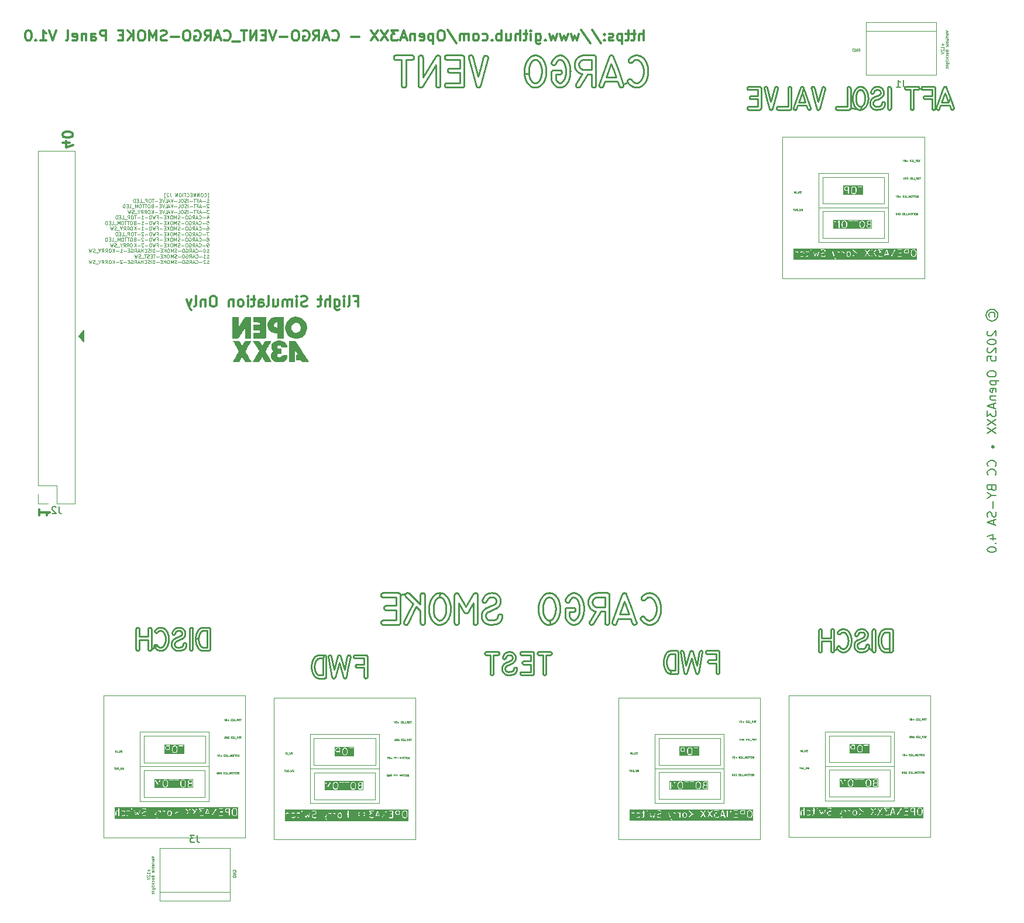
<source format=gbr>
%TF.GenerationSoftware,KiCad,Pcbnew,9.0.2*%
%TF.CreationDate,2025-07-16T23:03:39+02:00*%
%TF.ProjectId,cargo-vent_cargo-smoke,63617267-6f2d-4766-956e-745f63617267,rev?*%
%TF.SameCoordinates,Original*%
%TF.FileFunction,Legend,Bot*%
%TF.FilePolarity,Positive*%
%FSLAX46Y46*%
G04 Gerber Fmt 4.6, Leading zero omitted, Abs format (unit mm)*
G04 Created by KiCad (PCBNEW 9.0.2) date 2025-07-16 23:03:39*
%MOMM*%
%LPD*%
G01*
G04 APERTURE LIST*
%ADD10C,0.125000*%
%ADD11C,0.062500*%
%ADD12C,0.300000*%
%ADD13C,0.200000*%
%ADD14C,0.279999*%
%ADD15C,0.158750*%
%ADD16C,0.100000*%
%ADD17C,0.150000*%
%ADD18C,0.120000*%
%ADD19C,0.000000*%
%ADD20R,1.500000X1.500000*%
%ADD21R,3.000000X3.000000*%
%ADD22C,3.000000*%
%ADD23C,1.700000*%
%ADD24R,1.700000X1.700000*%
G04 APERTURE END LIST*
D10*
X166155859Y-128564312D02*
X166274906Y-128564312D01*
X166274906Y-128564312D02*
X166274906Y-127850026D01*
X166274906Y-127850026D02*
X166155859Y-127850026D01*
X165679669Y-128350026D02*
X165703478Y-128373836D01*
X165703478Y-128373836D02*
X165774907Y-128397645D01*
X165774907Y-128397645D02*
X165822526Y-128397645D01*
X165822526Y-128397645D02*
X165893954Y-128373836D01*
X165893954Y-128373836D02*
X165941573Y-128326216D01*
X165941573Y-128326216D02*
X165965383Y-128278597D01*
X165965383Y-128278597D02*
X165989192Y-128183359D01*
X165989192Y-128183359D02*
X165989192Y-128111931D01*
X165989192Y-128111931D02*
X165965383Y-128016693D01*
X165965383Y-128016693D02*
X165941573Y-127969074D01*
X165941573Y-127969074D02*
X165893954Y-127921455D01*
X165893954Y-127921455D02*
X165822526Y-127897645D01*
X165822526Y-127897645D02*
X165774907Y-127897645D01*
X165774907Y-127897645D02*
X165703478Y-127921455D01*
X165703478Y-127921455D02*
X165679669Y-127945264D01*
X165370145Y-127897645D02*
X165274907Y-127897645D01*
X165274907Y-127897645D02*
X165227288Y-127921455D01*
X165227288Y-127921455D02*
X165179669Y-127969074D01*
X165179669Y-127969074D02*
X165155859Y-128064312D01*
X165155859Y-128064312D02*
X165155859Y-128230978D01*
X165155859Y-128230978D02*
X165179669Y-128326216D01*
X165179669Y-128326216D02*
X165227288Y-128373836D01*
X165227288Y-128373836D02*
X165274907Y-128397645D01*
X165274907Y-128397645D02*
X165370145Y-128397645D01*
X165370145Y-128397645D02*
X165417764Y-128373836D01*
X165417764Y-128373836D02*
X165465383Y-128326216D01*
X165465383Y-128326216D02*
X165489192Y-128230978D01*
X165489192Y-128230978D02*
X165489192Y-128064312D01*
X165489192Y-128064312D02*
X165465383Y-127969074D01*
X165465383Y-127969074D02*
X165417764Y-127921455D01*
X165417764Y-127921455D02*
X165370145Y-127897645D01*
X164941573Y-128397645D02*
X164941573Y-127897645D01*
X164941573Y-127897645D02*
X164655859Y-128397645D01*
X164655859Y-128397645D02*
X164655859Y-127897645D01*
X164417763Y-128397645D02*
X164417763Y-127897645D01*
X164417763Y-127897645D02*
X164132049Y-128397645D01*
X164132049Y-128397645D02*
X164132049Y-127897645D01*
X163893953Y-128135740D02*
X163727286Y-128135740D01*
X163655858Y-128397645D02*
X163893953Y-128397645D01*
X163893953Y-128397645D02*
X163893953Y-127897645D01*
X163893953Y-127897645D02*
X163655858Y-127897645D01*
X163155858Y-128350026D02*
X163179667Y-128373836D01*
X163179667Y-128373836D02*
X163251096Y-128397645D01*
X163251096Y-128397645D02*
X163298715Y-128397645D01*
X163298715Y-128397645D02*
X163370143Y-128373836D01*
X163370143Y-128373836D02*
X163417762Y-128326216D01*
X163417762Y-128326216D02*
X163441572Y-128278597D01*
X163441572Y-128278597D02*
X163465381Y-128183359D01*
X163465381Y-128183359D02*
X163465381Y-128111931D01*
X163465381Y-128111931D02*
X163441572Y-128016693D01*
X163441572Y-128016693D02*
X163417762Y-127969074D01*
X163417762Y-127969074D02*
X163370143Y-127921455D01*
X163370143Y-127921455D02*
X163298715Y-127897645D01*
X163298715Y-127897645D02*
X163251096Y-127897645D01*
X163251096Y-127897645D02*
X163179667Y-127921455D01*
X163179667Y-127921455D02*
X163155858Y-127945264D01*
X163013000Y-127897645D02*
X162727286Y-127897645D01*
X162870143Y-128397645D02*
X162870143Y-127897645D01*
X162560620Y-128397645D02*
X162560620Y-127897645D01*
X162227287Y-127897645D02*
X162132049Y-127897645D01*
X162132049Y-127897645D02*
X162084430Y-127921455D01*
X162084430Y-127921455D02*
X162036811Y-127969074D01*
X162036811Y-127969074D02*
X162013001Y-128064312D01*
X162013001Y-128064312D02*
X162013001Y-128230978D01*
X162013001Y-128230978D02*
X162036811Y-128326216D01*
X162036811Y-128326216D02*
X162084430Y-128373836D01*
X162084430Y-128373836D02*
X162132049Y-128397645D01*
X162132049Y-128397645D02*
X162227287Y-128397645D01*
X162227287Y-128397645D02*
X162274906Y-128373836D01*
X162274906Y-128373836D02*
X162322525Y-128326216D01*
X162322525Y-128326216D02*
X162346334Y-128230978D01*
X162346334Y-128230978D02*
X162346334Y-128064312D01*
X162346334Y-128064312D02*
X162322525Y-127969074D01*
X162322525Y-127969074D02*
X162274906Y-127921455D01*
X162274906Y-127921455D02*
X162227287Y-127897645D01*
X161798715Y-128397645D02*
X161798715Y-127897645D01*
X161798715Y-127897645D02*
X161513001Y-128397645D01*
X161513001Y-128397645D02*
X161513001Y-127897645D01*
X160751096Y-127897645D02*
X160751096Y-128254788D01*
X160751096Y-128254788D02*
X160774905Y-128326216D01*
X160774905Y-128326216D02*
X160822524Y-128373836D01*
X160822524Y-128373836D02*
X160893953Y-128397645D01*
X160893953Y-128397645D02*
X160941572Y-128397645D01*
X160536810Y-127945264D02*
X160513001Y-127921455D01*
X160513001Y-127921455D02*
X160465382Y-127897645D01*
X160465382Y-127897645D02*
X160346334Y-127897645D01*
X160346334Y-127897645D02*
X160298715Y-127921455D01*
X160298715Y-127921455D02*
X160274906Y-127945264D01*
X160274906Y-127945264D02*
X160251096Y-127992883D01*
X160251096Y-127992883D02*
X160251096Y-128040502D01*
X160251096Y-128040502D02*
X160274906Y-128111931D01*
X160274906Y-128111931D02*
X160560620Y-128397645D01*
X160560620Y-128397645D02*
X160251096Y-128397645D01*
X160084430Y-128564312D02*
X159965382Y-128564312D01*
X159965382Y-128564312D02*
X159965382Y-127850026D01*
X159965382Y-127850026D02*
X160084430Y-127850026D01*
X166036811Y-129202617D02*
X166322525Y-129202617D01*
X166179668Y-129202617D02*
X166179668Y-128702617D01*
X166179668Y-128702617D02*
X166227287Y-128774046D01*
X166227287Y-128774046D02*
X166274906Y-128821665D01*
X166274906Y-128821665D02*
X166322525Y-128845474D01*
X165822526Y-129012141D02*
X165441574Y-129012141D01*
X165227287Y-129059760D02*
X164989192Y-129059760D01*
X165274906Y-129202617D02*
X165108240Y-128702617D01*
X165108240Y-128702617D02*
X164941573Y-129202617D01*
X164608240Y-128940712D02*
X164774907Y-128940712D01*
X164774907Y-129202617D02*
X164774907Y-128702617D01*
X164774907Y-128702617D02*
X164536812Y-128702617D01*
X164417764Y-128702617D02*
X164132050Y-128702617D01*
X164274907Y-129202617D02*
X164274907Y-128702617D01*
X163965384Y-129012141D02*
X163584432Y-129012141D01*
X163346336Y-129202617D02*
X163346336Y-128702617D01*
X163132050Y-129178808D02*
X163060622Y-129202617D01*
X163060622Y-129202617D02*
X162941574Y-129202617D01*
X162941574Y-129202617D02*
X162893955Y-129178808D01*
X162893955Y-129178808D02*
X162870146Y-129154998D01*
X162870146Y-129154998D02*
X162846336Y-129107379D01*
X162846336Y-129107379D02*
X162846336Y-129059760D01*
X162846336Y-129059760D02*
X162870146Y-129012141D01*
X162870146Y-129012141D02*
X162893955Y-128988331D01*
X162893955Y-128988331D02*
X162941574Y-128964522D01*
X162941574Y-128964522D02*
X163036812Y-128940712D01*
X163036812Y-128940712D02*
X163084431Y-128916903D01*
X163084431Y-128916903D02*
X163108241Y-128893093D01*
X163108241Y-128893093D02*
X163132050Y-128845474D01*
X163132050Y-128845474D02*
X163132050Y-128797855D01*
X163132050Y-128797855D02*
X163108241Y-128750236D01*
X163108241Y-128750236D02*
X163084431Y-128726427D01*
X163084431Y-128726427D02*
X163036812Y-128702617D01*
X163036812Y-128702617D02*
X162917765Y-128702617D01*
X162917765Y-128702617D02*
X162846336Y-128726427D01*
X162536813Y-128702617D02*
X162441575Y-128702617D01*
X162441575Y-128702617D02*
X162393956Y-128726427D01*
X162393956Y-128726427D02*
X162346337Y-128774046D01*
X162346337Y-128774046D02*
X162322527Y-128869284D01*
X162322527Y-128869284D02*
X162322527Y-129035950D01*
X162322527Y-129035950D02*
X162346337Y-129131188D01*
X162346337Y-129131188D02*
X162393956Y-129178808D01*
X162393956Y-129178808D02*
X162441575Y-129202617D01*
X162441575Y-129202617D02*
X162536813Y-129202617D01*
X162536813Y-129202617D02*
X162584432Y-129178808D01*
X162584432Y-129178808D02*
X162632051Y-129131188D01*
X162632051Y-129131188D02*
X162655860Y-129035950D01*
X162655860Y-129035950D02*
X162655860Y-128869284D01*
X162655860Y-128869284D02*
X162632051Y-128774046D01*
X162632051Y-128774046D02*
X162584432Y-128726427D01*
X162584432Y-128726427D02*
X162536813Y-128702617D01*
X161870146Y-129202617D02*
X162108241Y-129202617D01*
X162108241Y-129202617D02*
X162108241Y-128702617D01*
X161703479Y-129012141D02*
X161322527Y-129012141D01*
X161155859Y-128702617D02*
X160989193Y-129202617D01*
X160989193Y-129202617D02*
X160822526Y-128702617D01*
X160679669Y-129059760D02*
X160441574Y-129059760D01*
X160727288Y-129202617D02*
X160560622Y-128702617D01*
X160560622Y-128702617D02*
X160393955Y-129202617D01*
X159989194Y-129202617D02*
X160227289Y-129202617D01*
X160227289Y-129202617D02*
X160227289Y-128702617D01*
X159893955Y-128702617D02*
X159727289Y-129202617D01*
X159727289Y-129202617D02*
X159560622Y-128702617D01*
X159393956Y-128940712D02*
X159227289Y-128940712D01*
X159155861Y-129202617D02*
X159393956Y-129202617D01*
X159393956Y-129202617D02*
X159393956Y-128702617D01*
X159393956Y-128702617D02*
X159155861Y-128702617D01*
X158941575Y-129012141D02*
X158560623Y-129012141D01*
X158393955Y-128702617D02*
X158108241Y-128702617D01*
X158251098Y-129202617D02*
X158251098Y-128702617D01*
X157846337Y-128702617D02*
X157751099Y-128702617D01*
X157751099Y-128702617D02*
X157703480Y-128726427D01*
X157703480Y-128726427D02*
X157655861Y-128774046D01*
X157655861Y-128774046D02*
X157632051Y-128869284D01*
X157632051Y-128869284D02*
X157632051Y-129035950D01*
X157632051Y-129035950D02*
X157655861Y-129131188D01*
X157655861Y-129131188D02*
X157703480Y-129178808D01*
X157703480Y-129178808D02*
X157751099Y-129202617D01*
X157751099Y-129202617D02*
X157846337Y-129202617D01*
X157846337Y-129202617D02*
X157893956Y-129178808D01*
X157893956Y-129178808D02*
X157941575Y-129131188D01*
X157941575Y-129131188D02*
X157965384Y-129035950D01*
X157965384Y-129035950D02*
X157965384Y-128869284D01*
X157965384Y-128869284D02*
X157941575Y-128774046D01*
X157941575Y-128774046D02*
X157893956Y-128726427D01*
X157893956Y-128726427D02*
X157846337Y-128702617D01*
X157417765Y-129202617D02*
X157417765Y-128702617D01*
X157417765Y-128702617D02*
X157227289Y-128702617D01*
X157227289Y-128702617D02*
X157179670Y-128726427D01*
X157179670Y-128726427D02*
X157155860Y-128750236D01*
X157155860Y-128750236D02*
X157132051Y-128797855D01*
X157132051Y-128797855D02*
X157132051Y-128869284D01*
X157132051Y-128869284D02*
X157155860Y-128916903D01*
X157155860Y-128916903D02*
X157179670Y-128940712D01*
X157179670Y-128940712D02*
X157227289Y-128964522D01*
X157227289Y-128964522D02*
X157417765Y-128964522D01*
X157036813Y-129250236D02*
X156655860Y-129250236D01*
X156298718Y-129202617D02*
X156536813Y-129202617D01*
X156536813Y-129202617D02*
X156536813Y-128702617D01*
X156132051Y-128940712D02*
X155965384Y-128940712D01*
X155893956Y-129202617D02*
X156132051Y-129202617D01*
X156132051Y-129202617D02*
X156132051Y-128702617D01*
X156132051Y-128702617D02*
X155893956Y-128702617D01*
X155679670Y-129202617D02*
X155679670Y-128702617D01*
X155679670Y-128702617D02*
X155560622Y-128702617D01*
X155560622Y-128702617D02*
X155489194Y-128726427D01*
X155489194Y-128726427D02*
X155441575Y-128774046D01*
X155441575Y-128774046D02*
X155417765Y-128821665D01*
X155417765Y-128821665D02*
X155393956Y-128916903D01*
X155393956Y-128916903D02*
X155393956Y-128988331D01*
X155393956Y-128988331D02*
X155417765Y-129083569D01*
X155417765Y-129083569D02*
X155441575Y-129131188D01*
X155441575Y-129131188D02*
X155489194Y-129178808D01*
X155489194Y-129178808D02*
X155560622Y-129202617D01*
X155560622Y-129202617D02*
X155679670Y-129202617D01*
X166322525Y-129555208D02*
X166298716Y-129531399D01*
X166298716Y-129531399D02*
X166251097Y-129507589D01*
X166251097Y-129507589D02*
X166132049Y-129507589D01*
X166132049Y-129507589D02*
X166084430Y-129531399D01*
X166084430Y-129531399D02*
X166060621Y-129555208D01*
X166060621Y-129555208D02*
X166036811Y-129602827D01*
X166036811Y-129602827D02*
X166036811Y-129650446D01*
X166036811Y-129650446D02*
X166060621Y-129721875D01*
X166060621Y-129721875D02*
X166346335Y-130007589D01*
X166346335Y-130007589D02*
X166036811Y-130007589D01*
X165822526Y-129817113D02*
X165441574Y-129817113D01*
X165227287Y-129864732D02*
X164989192Y-129864732D01*
X165274906Y-130007589D02*
X165108240Y-129507589D01*
X165108240Y-129507589D02*
X164941573Y-130007589D01*
X164608240Y-129745684D02*
X164774907Y-129745684D01*
X164774907Y-130007589D02*
X164774907Y-129507589D01*
X164774907Y-129507589D02*
X164536812Y-129507589D01*
X164417764Y-129507589D02*
X164132050Y-129507589D01*
X164274907Y-130007589D02*
X164274907Y-129507589D01*
X163965384Y-129817113D02*
X163584432Y-129817113D01*
X163346336Y-130007589D02*
X163346336Y-129507589D01*
X163132050Y-129983780D02*
X163060622Y-130007589D01*
X163060622Y-130007589D02*
X162941574Y-130007589D01*
X162941574Y-130007589D02*
X162893955Y-129983780D01*
X162893955Y-129983780D02*
X162870146Y-129959970D01*
X162870146Y-129959970D02*
X162846336Y-129912351D01*
X162846336Y-129912351D02*
X162846336Y-129864732D01*
X162846336Y-129864732D02*
X162870146Y-129817113D01*
X162870146Y-129817113D02*
X162893955Y-129793303D01*
X162893955Y-129793303D02*
X162941574Y-129769494D01*
X162941574Y-129769494D02*
X163036812Y-129745684D01*
X163036812Y-129745684D02*
X163084431Y-129721875D01*
X163084431Y-129721875D02*
X163108241Y-129698065D01*
X163108241Y-129698065D02*
X163132050Y-129650446D01*
X163132050Y-129650446D02*
X163132050Y-129602827D01*
X163132050Y-129602827D02*
X163108241Y-129555208D01*
X163108241Y-129555208D02*
X163084431Y-129531399D01*
X163084431Y-129531399D02*
X163036812Y-129507589D01*
X163036812Y-129507589D02*
X162917765Y-129507589D01*
X162917765Y-129507589D02*
X162846336Y-129531399D01*
X162536813Y-129507589D02*
X162441575Y-129507589D01*
X162441575Y-129507589D02*
X162393956Y-129531399D01*
X162393956Y-129531399D02*
X162346337Y-129579018D01*
X162346337Y-129579018D02*
X162322527Y-129674256D01*
X162322527Y-129674256D02*
X162322527Y-129840922D01*
X162322527Y-129840922D02*
X162346337Y-129936160D01*
X162346337Y-129936160D02*
X162393956Y-129983780D01*
X162393956Y-129983780D02*
X162441575Y-130007589D01*
X162441575Y-130007589D02*
X162536813Y-130007589D01*
X162536813Y-130007589D02*
X162584432Y-129983780D01*
X162584432Y-129983780D02*
X162632051Y-129936160D01*
X162632051Y-129936160D02*
X162655860Y-129840922D01*
X162655860Y-129840922D02*
X162655860Y-129674256D01*
X162655860Y-129674256D02*
X162632051Y-129579018D01*
X162632051Y-129579018D02*
X162584432Y-129531399D01*
X162584432Y-129531399D02*
X162536813Y-129507589D01*
X161870146Y-130007589D02*
X162108241Y-130007589D01*
X162108241Y-130007589D02*
X162108241Y-129507589D01*
X161703479Y-129817113D02*
X161322527Y-129817113D01*
X161155859Y-129507589D02*
X160989193Y-130007589D01*
X160989193Y-130007589D02*
X160822526Y-129507589D01*
X160679669Y-129864732D02*
X160441574Y-129864732D01*
X160727288Y-130007589D02*
X160560622Y-129507589D01*
X160560622Y-129507589D02*
X160393955Y-130007589D01*
X159989194Y-130007589D02*
X160227289Y-130007589D01*
X160227289Y-130007589D02*
X160227289Y-129507589D01*
X159893955Y-129507589D02*
X159727289Y-130007589D01*
X159727289Y-130007589D02*
X159560622Y-129507589D01*
X159393956Y-129745684D02*
X159227289Y-129745684D01*
X159155861Y-130007589D02*
X159393956Y-130007589D01*
X159393956Y-130007589D02*
X159393956Y-129507589D01*
X159393956Y-129507589D02*
X159155861Y-129507589D01*
X158941575Y-129817113D02*
X158560623Y-129817113D01*
X158155860Y-129745684D02*
X158084432Y-129769494D01*
X158084432Y-129769494D02*
X158060622Y-129793303D01*
X158060622Y-129793303D02*
X158036813Y-129840922D01*
X158036813Y-129840922D02*
X158036813Y-129912351D01*
X158036813Y-129912351D02*
X158060622Y-129959970D01*
X158060622Y-129959970D02*
X158084432Y-129983780D01*
X158084432Y-129983780D02*
X158132051Y-130007589D01*
X158132051Y-130007589D02*
X158322527Y-130007589D01*
X158322527Y-130007589D02*
X158322527Y-129507589D01*
X158322527Y-129507589D02*
X158155860Y-129507589D01*
X158155860Y-129507589D02*
X158108241Y-129531399D01*
X158108241Y-129531399D02*
X158084432Y-129555208D01*
X158084432Y-129555208D02*
X158060622Y-129602827D01*
X158060622Y-129602827D02*
X158060622Y-129650446D01*
X158060622Y-129650446D02*
X158084432Y-129698065D01*
X158084432Y-129698065D02*
X158108241Y-129721875D01*
X158108241Y-129721875D02*
X158155860Y-129745684D01*
X158155860Y-129745684D02*
X158322527Y-129745684D01*
X157727289Y-129507589D02*
X157632051Y-129507589D01*
X157632051Y-129507589D02*
X157584432Y-129531399D01*
X157584432Y-129531399D02*
X157536813Y-129579018D01*
X157536813Y-129579018D02*
X157513003Y-129674256D01*
X157513003Y-129674256D02*
X157513003Y-129840922D01*
X157513003Y-129840922D02*
X157536813Y-129936160D01*
X157536813Y-129936160D02*
X157584432Y-129983780D01*
X157584432Y-129983780D02*
X157632051Y-130007589D01*
X157632051Y-130007589D02*
X157727289Y-130007589D01*
X157727289Y-130007589D02*
X157774908Y-129983780D01*
X157774908Y-129983780D02*
X157822527Y-129936160D01*
X157822527Y-129936160D02*
X157846336Y-129840922D01*
X157846336Y-129840922D02*
X157846336Y-129674256D01*
X157846336Y-129674256D02*
X157822527Y-129579018D01*
X157822527Y-129579018D02*
X157774908Y-129531399D01*
X157774908Y-129531399D02*
X157727289Y-129507589D01*
X157370145Y-129507589D02*
X157084431Y-129507589D01*
X157227288Y-130007589D02*
X157227288Y-129507589D01*
X156989193Y-129507589D02*
X156703479Y-129507589D01*
X156846336Y-130007589D02*
X156846336Y-129507589D01*
X156441575Y-129507589D02*
X156346337Y-129507589D01*
X156346337Y-129507589D02*
X156298718Y-129531399D01*
X156298718Y-129531399D02*
X156251099Y-129579018D01*
X156251099Y-129579018D02*
X156227289Y-129674256D01*
X156227289Y-129674256D02*
X156227289Y-129840922D01*
X156227289Y-129840922D02*
X156251099Y-129936160D01*
X156251099Y-129936160D02*
X156298718Y-129983780D01*
X156298718Y-129983780D02*
X156346337Y-130007589D01*
X156346337Y-130007589D02*
X156441575Y-130007589D01*
X156441575Y-130007589D02*
X156489194Y-129983780D01*
X156489194Y-129983780D02*
X156536813Y-129936160D01*
X156536813Y-129936160D02*
X156560622Y-129840922D01*
X156560622Y-129840922D02*
X156560622Y-129674256D01*
X156560622Y-129674256D02*
X156536813Y-129579018D01*
X156536813Y-129579018D02*
X156489194Y-129531399D01*
X156489194Y-129531399D02*
X156441575Y-129507589D01*
X156013003Y-130007589D02*
X156013003Y-129507589D01*
X156013003Y-129507589D02*
X155846336Y-129864732D01*
X155846336Y-129864732D02*
X155679670Y-129507589D01*
X155679670Y-129507589D02*
X155679670Y-130007589D01*
X155560622Y-130055208D02*
X155179669Y-130055208D01*
X154822527Y-130007589D02*
X155060622Y-130007589D01*
X155060622Y-130007589D02*
X155060622Y-129507589D01*
X154655860Y-129745684D02*
X154489193Y-129745684D01*
X154417765Y-130007589D02*
X154655860Y-130007589D01*
X154655860Y-130007589D02*
X154655860Y-129507589D01*
X154655860Y-129507589D02*
X154417765Y-129507589D01*
X154203479Y-130007589D02*
X154203479Y-129507589D01*
X154203479Y-129507589D02*
X154084431Y-129507589D01*
X154084431Y-129507589D02*
X154013003Y-129531399D01*
X154013003Y-129531399D02*
X153965384Y-129579018D01*
X153965384Y-129579018D02*
X153941574Y-129626637D01*
X153941574Y-129626637D02*
X153917765Y-129721875D01*
X153917765Y-129721875D02*
X153917765Y-129793303D01*
X153917765Y-129793303D02*
X153941574Y-129888541D01*
X153941574Y-129888541D02*
X153965384Y-129936160D01*
X153965384Y-129936160D02*
X154013003Y-129983780D01*
X154013003Y-129983780D02*
X154084431Y-130007589D01*
X154084431Y-130007589D02*
X154203479Y-130007589D01*
X166346335Y-130312561D02*
X166036811Y-130312561D01*
X166036811Y-130312561D02*
X166203478Y-130503037D01*
X166203478Y-130503037D02*
X166132049Y-130503037D01*
X166132049Y-130503037D02*
X166084430Y-130526847D01*
X166084430Y-130526847D02*
X166060621Y-130550656D01*
X166060621Y-130550656D02*
X166036811Y-130598275D01*
X166036811Y-130598275D02*
X166036811Y-130717323D01*
X166036811Y-130717323D02*
X166060621Y-130764942D01*
X166060621Y-130764942D02*
X166084430Y-130788752D01*
X166084430Y-130788752D02*
X166132049Y-130812561D01*
X166132049Y-130812561D02*
X166274906Y-130812561D01*
X166274906Y-130812561D02*
X166322525Y-130788752D01*
X166322525Y-130788752D02*
X166346335Y-130764942D01*
X165822526Y-130622085D02*
X165441574Y-130622085D01*
X165227287Y-130669704D02*
X164989192Y-130669704D01*
X165274906Y-130812561D02*
X165108240Y-130312561D01*
X165108240Y-130312561D02*
X164941573Y-130812561D01*
X164608240Y-130550656D02*
X164774907Y-130550656D01*
X164774907Y-130812561D02*
X164774907Y-130312561D01*
X164774907Y-130312561D02*
X164536812Y-130312561D01*
X164417764Y-130312561D02*
X164132050Y-130312561D01*
X164274907Y-130812561D02*
X164274907Y-130312561D01*
X163965384Y-130622085D02*
X163584432Y-130622085D01*
X163346336Y-130812561D02*
X163346336Y-130312561D01*
X163132050Y-130788752D02*
X163060622Y-130812561D01*
X163060622Y-130812561D02*
X162941574Y-130812561D01*
X162941574Y-130812561D02*
X162893955Y-130788752D01*
X162893955Y-130788752D02*
X162870146Y-130764942D01*
X162870146Y-130764942D02*
X162846336Y-130717323D01*
X162846336Y-130717323D02*
X162846336Y-130669704D01*
X162846336Y-130669704D02*
X162870146Y-130622085D01*
X162870146Y-130622085D02*
X162893955Y-130598275D01*
X162893955Y-130598275D02*
X162941574Y-130574466D01*
X162941574Y-130574466D02*
X163036812Y-130550656D01*
X163036812Y-130550656D02*
X163084431Y-130526847D01*
X163084431Y-130526847D02*
X163108241Y-130503037D01*
X163108241Y-130503037D02*
X163132050Y-130455418D01*
X163132050Y-130455418D02*
X163132050Y-130407799D01*
X163132050Y-130407799D02*
X163108241Y-130360180D01*
X163108241Y-130360180D02*
X163084431Y-130336371D01*
X163084431Y-130336371D02*
X163036812Y-130312561D01*
X163036812Y-130312561D02*
X162917765Y-130312561D01*
X162917765Y-130312561D02*
X162846336Y-130336371D01*
X162536813Y-130312561D02*
X162441575Y-130312561D01*
X162441575Y-130312561D02*
X162393956Y-130336371D01*
X162393956Y-130336371D02*
X162346337Y-130383990D01*
X162346337Y-130383990D02*
X162322527Y-130479228D01*
X162322527Y-130479228D02*
X162322527Y-130645894D01*
X162322527Y-130645894D02*
X162346337Y-130741132D01*
X162346337Y-130741132D02*
X162393956Y-130788752D01*
X162393956Y-130788752D02*
X162441575Y-130812561D01*
X162441575Y-130812561D02*
X162536813Y-130812561D01*
X162536813Y-130812561D02*
X162584432Y-130788752D01*
X162584432Y-130788752D02*
X162632051Y-130741132D01*
X162632051Y-130741132D02*
X162655860Y-130645894D01*
X162655860Y-130645894D02*
X162655860Y-130479228D01*
X162655860Y-130479228D02*
X162632051Y-130383990D01*
X162632051Y-130383990D02*
X162584432Y-130336371D01*
X162584432Y-130336371D02*
X162536813Y-130312561D01*
X161870146Y-130812561D02*
X162108241Y-130812561D01*
X162108241Y-130812561D02*
X162108241Y-130312561D01*
X161703479Y-130622085D02*
X161322527Y-130622085D01*
X161155859Y-130312561D02*
X160989193Y-130812561D01*
X160989193Y-130812561D02*
X160822526Y-130312561D01*
X160679669Y-130669704D02*
X160441574Y-130669704D01*
X160727288Y-130812561D02*
X160560622Y-130312561D01*
X160560622Y-130312561D02*
X160393955Y-130812561D01*
X159989194Y-130812561D02*
X160227289Y-130812561D01*
X160227289Y-130812561D02*
X160227289Y-130312561D01*
X159893955Y-130312561D02*
X159727289Y-130812561D01*
X159727289Y-130812561D02*
X159560622Y-130312561D01*
X159393956Y-130550656D02*
X159227289Y-130550656D01*
X159155861Y-130812561D02*
X159393956Y-130812561D01*
X159393956Y-130812561D02*
X159393956Y-130312561D01*
X159393956Y-130312561D02*
X159155861Y-130312561D01*
X158941575Y-130622085D02*
X158560623Y-130622085D01*
X158322527Y-130812561D02*
X158322527Y-130312561D01*
X158036813Y-130812561D02*
X158251098Y-130526847D01*
X158036813Y-130312561D02*
X158322527Y-130598275D01*
X157727289Y-130312561D02*
X157632051Y-130312561D01*
X157632051Y-130312561D02*
X157584432Y-130336371D01*
X157584432Y-130336371D02*
X157536813Y-130383990D01*
X157536813Y-130383990D02*
X157513003Y-130479228D01*
X157513003Y-130479228D02*
X157513003Y-130645894D01*
X157513003Y-130645894D02*
X157536813Y-130741132D01*
X157536813Y-130741132D02*
X157584432Y-130788752D01*
X157584432Y-130788752D02*
X157632051Y-130812561D01*
X157632051Y-130812561D02*
X157727289Y-130812561D01*
X157727289Y-130812561D02*
X157774908Y-130788752D01*
X157774908Y-130788752D02*
X157822527Y-130741132D01*
X157822527Y-130741132D02*
X157846336Y-130645894D01*
X157846336Y-130645894D02*
X157846336Y-130479228D01*
X157846336Y-130479228D02*
X157822527Y-130383990D01*
X157822527Y-130383990D02*
X157774908Y-130336371D01*
X157774908Y-130336371D02*
X157727289Y-130312561D01*
X157013003Y-130812561D02*
X157179669Y-130574466D01*
X157298717Y-130812561D02*
X157298717Y-130312561D01*
X157298717Y-130312561D02*
X157108241Y-130312561D01*
X157108241Y-130312561D02*
X157060622Y-130336371D01*
X157060622Y-130336371D02*
X157036812Y-130360180D01*
X157036812Y-130360180D02*
X157013003Y-130407799D01*
X157013003Y-130407799D02*
X157013003Y-130479228D01*
X157013003Y-130479228D02*
X157036812Y-130526847D01*
X157036812Y-130526847D02*
X157060622Y-130550656D01*
X157060622Y-130550656D02*
X157108241Y-130574466D01*
X157108241Y-130574466D02*
X157298717Y-130574466D01*
X156513003Y-130812561D02*
X156679669Y-130574466D01*
X156798717Y-130812561D02*
X156798717Y-130312561D01*
X156798717Y-130312561D02*
X156608241Y-130312561D01*
X156608241Y-130312561D02*
X156560622Y-130336371D01*
X156560622Y-130336371D02*
X156536812Y-130360180D01*
X156536812Y-130360180D02*
X156513003Y-130407799D01*
X156513003Y-130407799D02*
X156513003Y-130479228D01*
X156513003Y-130479228D02*
X156536812Y-130526847D01*
X156536812Y-130526847D02*
X156560622Y-130550656D01*
X156560622Y-130550656D02*
X156608241Y-130574466D01*
X156608241Y-130574466D02*
X156798717Y-130574466D01*
X156203479Y-130574466D02*
X156203479Y-130812561D01*
X156370145Y-130312561D02*
X156203479Y-130574466D01*
X156203479Y-130574466D02*
X156036812Y-130312561D01*
X155989194Y-130860180D02*
X155608241Y-130860180D01*
X155513003Y-130788752D02*
X155441575Y-130812561D01*
X155441575Y-130812561D02*
X155322527Y-130812561D01*
X155322527Y-130812561D02*
X155274908Y-130788752D01*
X155274908Y-130788752D02*
X155251099Y-130764942D01*
X155251099Y-130764942D02*
X155227289Y-130717323D01*
X155227289Y-130717323D02*
X155227289Y-130669704D01*
X155227289Y-130669704D02*
X155251099Y-130622085D01*
X155251099Y-130622085D02*
X155274908Y-130598275D01*
X155274908Y-130598275D02*
X155322527Y-130574466D01*
X155322527Y-130574466D02*
X155417765Y-130550656D01*
X155417765Y-130550656D02*
X155465384Y-130526847D01*
X155465384Y-130526847D02*
X155489194Y-130503037D01*
X155489194Y-130503037D02*
X155513003Y-130455418D01*
X155513003Y-130455418D02*
X155513003Y-130407799D01*
X155513003Y-130407799D02*
X155489194Y-130360180D01*
X155489194Y-130360180D02*
X155465384Y-130336371D01*
X155465384Y-130336371D02*
X155417765Y-130312561D01*
X155417765Y-130312561D02*
X155298718Y-130312561D01*
X155298718Y-130312561D02*
X155227289Y-130336371D01*
X155060623Y-130312561D02*
X154941575Y-130812561D01*
X154941575Y-130812561D02*
X154846337Y-130455418D01*
X154846337Y-130455418D02*
X154751099Y-130812561D01*
X154751099Y-130812561D02*
X154632052Y-130312561D01*
X166084430Y-131284200D02*
X166084430Y-131617533D01*
X166203478Y-131093724D02*
X166322525Y-131450866D01*
X166322525Y-131450866D02*
X166013002Y-131450866D01*
X165822526Y-131427057D02*
X165441574Y-131427057D01*
X164917764Y-131569914D02*
X164941573Y-131593724D01*
X164941573Y-131593724D02*
X165013002Y-131617533D01*
X165013002Y-131617533D02*
X165060621Y-131617533D01*
X165060621Y-131617533D02*
X165132049Y-131593724D01*
X165132049Y-131593724D02*
X165179668Y-131546104D01*
X165179668Y-131546104D02*
X165203478Y-131498485D01*
X165203478Y-131498485D02*
X165227287Y-131403247D01*
X165227287Y-131403247D02*
X165227287Y-131331819D01*
X165227287Y-131331819D02*
X165203478Y-131236581D01*
X165203478Y-131236581D02*
X165179668Y-131188962D01*
X165179668Y-131188962D02*
X165132049Y-131141343D01*
X165132049Y-131141343D02*
X165060621Y-131117533D01*
X165060621Y-131117533D02*
X165013002Y-131117533D01*
X165013002Y-131117533D02*
X164941573Y-131141343D01*
X164941573Y-131141343D02*
X164917764Y-131165152D01*
X164727287Y-131474676D02*
X164489192Y-131474676D01*
X164774906Y-131617533D02*
X164608240Y-131117533D01*
X164608240Y-131117533D02*
X164441573Y-131617533D01*
X163989193Y-131617533D02*
X164155859Y-131379438D01*
X164274907Y-131617533D02*
X164274907Y-131117533D01*
X164274907Y-131117533D02*
X164084431Y-131117533D01*
X164084431Y-131117533D02*
X164036812Y-131141343D01*
X164036812Y-131141343D02*
X164013002Y-131165152D01*
X164013002Y-131165152D02*
X163989193Y-131212771D01*
X163989193Y-131212771D02*
X163989193Y-131284200D01*
X163989193Y-131284200D02*
X164013002Y-131331819D01*
X164013002Y-131331819D02*
X164036812Y-131355628D01*
X164036812Y-131355628D02*
X164084431Y-131379438D01*
X164084431Y-131379438D02*
X164274907Y-131379438D01*
X163513002Y-131141343D02*
X163560621Y-131117533D01*
X163560621Y-131117533D02*
X163632050Y-131117533D01*
X163632050Y-131117533D02*
X163703478Y-131141343D01*
X163703478Y-131141343D02*
X163751097Y-131188962D01*
X163751097Y-131188962D02*
X163774907Y-131236581D01*
X163774907Y-131236581D02*
X163798716Y-131331819D01*
X163798716Y-131331819D02*
X163798716Y-131403247D01*
X163798716Y-131403247D02*
X163774907Y-131498485D01*
X163774907Y-131498485D02*
X163751097Y-131546104D01*
X163751097Y-131546104D02*
X163703478Y-131593724D01*
X163703478Y-131593724D02*
X163632050Y-131617533D01*
X163632050Y-131617533D02*
X163584431Y-131617533D01*
X163584431Y-131617533D02*
X163513002Y-131593724D01*
X163513002Y-131593724D02*
X163489193Y-131569914D01*
X163489193Y-131569914D02*
X163489193Y-131403247D01*
X163489193Y-131403247D02*
X163584431Y-131403247D01*
X163179669Y-131117533D02*
X163084431Y-131117533D01*
X163084431Y-131117533D02*
X163036812Y-131141343D01*
X163036812Y-131141343D02*
X162989193Y-131188962D01*
X162989193Y-131188962D02*
X162965383Y-131284200D01*
X162965383Y-131284200D02*
X162965383Y-131450866D01*
X162965383Y-131450866D02*
X162989193Y-131546104D01*
X162989193Y-131546104D02*
X163036812Y-131593724D01*
X163036812Y-131593724D02*
X163084431Y-131617533D01*
X163084431Y-131617533D02*
X163179669Y-131617533D01*
X163179669Y-131617533D02*
X163227288Y-131593724D01*
X163227288Y-131593724D02*
X163274907Y-131546104D01*
X163274907Y-131546104D02*
X163298716Y-131450866D01*
X163298716Y-131450866D02*
X163298716Y-131284200D01*
X163298716Y-131284200D02*
X163274907Y-131188962D01*
X163274907Y-131188962D02*
X163227288Y-131141343D01*
X163227288Y-131141343D02*
X163179669Y-131117533D01*
X162751097Y-131427057D02*
X162370145Y-131427057D01*
X162155858Y-131593724D02*
X162084430Y-131617533D01*
X162084430Y-131617533D02*
X161965382Y-131617533D01*
X161965382Y-131617533D02*
X161917763Y-131593724D01*
X161917763Y-131593724D02*
X161893954Y-131569914D01*
X161893954Y-131569914D02*
X161870144Y-131522295D01*
X161870144Y-131522295D02*
X161870144Y-131474676D01*
X161870144Y-131474676D02*
X161893954Y-131427057D01*
X161893954Y-131427057D02*
X161917763Y-131403247D01*
X161917763Y-131403247D02*
X161965382Y-131379438D01*
X161965382Y-131379438D02*
X162060620Y-131355628D01*
X162060620Y-131355628D02*
X162108239Y-131331819D01*
X162108239Y-131331819D02*
X162132049Y-131308009D01*
X162132049Y-131308009D02*
X162155858Y-131260390D01*
X162155858Y-131260390D02*
X162155858Y-131212771D01*
X162155858Y-131212771D02*
X162132049Y-131165152D01*
X162132049Y-131165152D02*
X162108239Y-131141343D01*
X162108239Y-131141343D02*
X162060620Y-131117533D01*
X162060620Y-131117533D02*
X161941573Y-131117533D01*
X161941573Y-131117533D02*
X161870144Y-131141343D01*
X161655859Y-131617533D02*
X161655859Y-131117533D01*
X161655859Y-131117533D02*
X161489192Y-131474676D01*
X161489192Y-131474676D02*
X161322526Y-131117533D01*
X161322526Y-131117533D02*
X161322526Y-131617533D01*
X160989192Y-131117533D02*
X160893954Y-131117533D01*
X160893954Y-131117533D02*
X160846335Y-131141343D01*
X160846335Y-131141343D02*
X160798716Y-131188962D01*
X160798716Y-131188962D02*
X160774906Y-131284200D01*
X160774906Y-131284200D02*
X160774906Y-131450866D01*
X160774906Y-131450866D02*
X160798716Y-131546104D01*
X160798716Y-131546104D02*
X160846335Y-131593724D01*
X160846335Y-131593724D02*
X160893954Y-131617533D01*
X160893954Y-131617533D02*
X160989192Y-131617533D01*
X160989192Y-131617533D02*
X161036811Y-131593724D01*
X161036811Y-131593724D02*
X161084430Y-131546104D01*
X161084430Y-131546104D02*
X161108239Y-131450866D01*
X161108239Y-131450866D02*
X161108239Y-131284200D01*
X161108239Y-131284200D02*
X161084430Y-131188962D01*
X161084430Y-131188962D02*
X161036811Y-131141343D01*
X161036811Y-131141343D02*
X160989192Y-131117533D01*
X160560620Y-131617533D02*
X160560620Y-131117533D01*
X160274906Y-131617533D02*
X160489191Y-131331819D01*
X160274906Y-131117533D02*
X160560620Y-131403247D01*
X160060620Y-131355628D02*
X159893953Y-131355628D01*
X159822525Y-131617533D02*
X160060620Y-131617533D01*
X160060620Y-131617533D02*
X160060620Y-131117533D01*
X160060620Y-131117533D02*
X159822525Y-131117533D01*
X159608239Y-131427057D02*
X159227287Y-131427057D01*
X158822524Y-131355628D02*
X158989191Y-131355628D01*
X158989191Y-131617533D02*
X158989191Y-131117533D01*
X158989191Y-131117533D02*
X158751096Y-131117533D01*
X158608239Y-131117533D02*
X158489191Y-131617533D01*
X158489191Y-131617533D02*
X158393953Y-131260390D01*
X158393953Y-131260390D02*
X158298715Y-131617533D01*
X158298715Y-131617533D02*
X158179668Y-131117533D01*
X157989191Y-131617533D02*
X157989191Y-131117533D01*
X157989191Y-131117533D02*
X157870143Y-131117533D01*
X157870143Y-131117533D02*
X157798715Y-131141343D01*
X157798715Y-131141343D02*
X157751096Y-131188962D01*
X157751096Y-131188962D02*
X157727286Y-131236581D01*
X157727286Y-131236581D02*
X157703477Y-131331819D01*
X157703477Y-131331819D02*
X157703477Y-131403247D01*
X157703477Y-131403247D02*
X157727286Y-131498485D01*
X157727286Y-131498485D02*
X157751096Y-131546104D01*
X157751096Y-131546104D02*
X157798715Y-131593724D01*
X157798715Y-131593724D02*
X157870143Y-131617533D01*
X157870143Y-131617533D02*
X157989191Y-131617533D01*
X157489191Y-131427057D02*
X157108239Y-131427057D01*
X156608238Y-131617533D02*
X156893952Y-131617533D01*
X156751095Y-131617533D02*
X156751095Y-131117533D01*
X156751095Y-131117533D02*
X156798714Y-131188962D01*
X156798714Y-131188962D02*
X156846333Y-131236581D01*
X156846333Y-131236581D02*
X156893952Y-131260390D01*
X156393953Y-131427057D02*
X156013001Y-131427057D01*
X155846333Y-131117533D02*
X155560619Y-131117533D01*
X155703476Y-131617533D02*
X155703476Y-131117533D01*
X155298715Y-131117533D02*
X155203477Y-131117533D01*
X155203477Y-131117533D02*
X155155858Y-131141343D01*
X155155858Y-131141343D02*
X155108239Y-131188962D01*
X155108239Y-131188962D02*
X155084429Y-131284200D01*
X155084429Y-131284200D02*
X155084429Y-131450866D01*
X155084429Y-131450866D02*
X155108239Y-131546104D01*
X155108239Y-131546104D02*
X155155858Y-131593724D01*
X155155858Y-131593724D02*
X155203477Y-131617533D01*
X155203477Y-131617533D02*
X155298715Y-131617533D01*
X155298715Y-131617533D02*
X155346334Y-131593724D01*
X155346334Y-131593724D02*
X155393953Y-131546104D01*
X155393953Y-131546104D02*
X155417762Y-131450866D01*
X155417762Y-131450866D02*
X155417762Y-131284200D01*
X155417762Y-131284200D02*
X155393953Y-131188962D01*
X155393953Y-131188962D02*
X155346334Y-131141343D01*
X155346334Y-131141343D02*
X155298715Y-131117533D01*
X154870143Y-131617533D02*
X154870143Y-131117533D01*
X154870143Y-131117533D02*
X154679667Y-131117533D01*
X154679667Y-131117533D02*
X154632048Y-131141343D01*
X154632048Y-131141343D02*
X154608238Y-131165152D01*
X154608238Y-131165152D02*
X154584429Y-131212771D01*
X154584429Y-131212771D02*
X154584429Y-131284200D01*
X154584429Y-131284200D02*
X154608238Y-131331819D01*
X154608238Y-131331819D02*
X154632048Y-131355628D01*
X154632048Y-131355628D02*
X154679667Y-131379438D01*
X154679667Y-131379438D02*
X154870143Y-131379438D01*
X154489191Y-131665152D02*
X154108238Y-131665152D01*
X153751096Y-131617533D02*
X153989191Y-131617533D01*
X153989191Y-131617533D02*
X153989191Y-131117533D01*
X153584429Y-131355628D02*
X153417762Y-131355628D01*
X153346334Y-131617533D02*
X153584429Y-131617533D01*
X153584429Y-131617533D02*
X153584429Y-131117533D01*
X153584429Y-131117533D02*
X153346334Y-131117533D01*
X153132048Y-131617533D02*
X153132048Y-131117533D01*
X153132048Y-131117533D02*
X153013000Y-131117533D01*
X153013000Y-131117533D02*
X152941572Y-131141343D01*
X152941572Y-131141343D02*
X152893953Y-131188962D01*
X152893953Y-131188962D02*
X152870143Y-131236581D01*
X152870143Y-131236581D02*
X152846334Y-131331819D01*
X152846334Y-131331819D02*
X152846334Y-131403247D01*
X152846334Y-131403247D02*
X152870143Y-131498485D01*
X152870143Y-131498485D02*
X152893953Y-131546104D01*
X152893953Y-131546104D02*
X152941572Y-131593724D01*
X152941572Y-131593724D02*
X153013000Y-131617533D01*
X153013000Y-131617533D02*
X153132048Y-131617533D01*
X166060621Y-131922505D02*
X166298716Y-131922505D01*
X166298716Y-131922505D02*
X166322525Y-132160600D01*
X166322525Y-132160600D02*
X166298716Y-132136791D01*
X166298716Y-132136791D02*
X166251097Y-132112981D01*
X166251097Y-132112981D02*
X166132049Y-132112981D01*
X166132049Y-132112981D02*
X166084430Y-132136791D01*
X166084430Y-132136791D02*
X166060621Y-132160600D01*
X166060621Y-132160600D02*
X166036811Y-132208219D01*
X166036811Y-132208219D02*
X166036811Y-132327267D01*
X166036811Y-132327267D02*
X166060621Y-132374886D01*
X166060621Y-132374886D02*
X166084430Y-132398696D01*
X166084430Y-132398696D02*
X166132049Y-132422505D01*
X166132049Y-132422505D02*
X166251097Y-132422505D01*
X166251097Y-132422505D02*
X166298716Y-132398696D01*
X166298716Y-132398696D02*
X166322525Y-132374886D01*
X165822526Y-132232029D02*
X165441574Y-132232029D01*
X164917764Y-132374886D02*
X164941573Y-132398696D01*
X164941573Y-132398696D02*
X165013002Y-132422505D01*
X165013002Y-132422505D02*
X165060621Y-132422505D01*
X165060621Y-132422505D02*
X165132049Y-132398696D01*
X165132049Y-132398696D02*
X165179668Y-132351076D01*
X165179668Y-132351076D02*
X165203478Y-132303457D01*
X165203478Y-132303457D02*
X165227287Y-132208219D01*
X165227287Y-132208219D02*
X165227287Y-132136791D01*
X165227287Y-132136791D02*
X165203478Y-132041553D01*
X165203478Y-132041553D02*
X165179668Y-131993934D01*
X165179668Y-131993934D02*
X165132049Y-131946315D01*
X165132049Y-131946315D02*
X165060621Y-131922505D01*
X165060621Y-131922505D02*
X165013002Y-131922505D01*
X165013002Y-131922505D02*
X164941573Y-131946315D01*
X164941573Y-131946315D02*
X164917764Y-131970124D01*
X164727287Y-132279648D02*
X164489192Y-132279648D01*
X164774906Y-132422505D02*
X164608240Y-131922505D01*
X164608240Y-131922505D02*
X164441573Y-132422505D01*
X163989193Y-132422505D02*
X164155859Y-132184410D01*
X164274907Y-132422505D02*
X164274907Y-131922505D01*
X164274907Y-131922505D02*
X164084431Y-131922505D01*
X164084431Y-131922505D02*
X164036812Y-131946315D01*
X164036812Y-131946315D02*
X164013002Y-131970124D01*
X164013002Y-131970124D02*
X163989193Y-132017743D01*
X163989193Y-132017743D02*
X163989193Y-132089172D01*
X163989193Y-132089172D02*
X164013002Y-132136791D01*
X164013002Y-132136791D02*
X164036812Y-132160600D01*
X164036812Y-132160600D02*
X164084431Y-132184410D01*
X164084431Y-132184410D02*
X164274907Y-132184410D01*
X163513002Y-131946315D02*
X163560621Y-131922505D01*
X163560621Y-131922505D02*
X163632050Y-131922505D01*
X163632050Y-131922505D02*
X163703478Y-131946315D01*
X163703478Y-131946315D02*
X163751097Y-131993934D01*
X163751097Y-131993934D02*
X163774907Y-132041553D01*
X163774907Y-132041553D02*
X163798716Y-132136791D01*
X163798716Y-132136791D02*
X163798716Y-132208219D01*
X163798716Y-132208219D02*
X163774907Y-132303457D01*
X163774907Y-132303457D02*
X163751097Y-132351076D01*
X163751097Y-132351076D02*
X163703478Y-132398696D01*
X163703478Y-132398696D02*
X163632050Y-132422505D01*
X163632050Y-132422505D02*
X163584431Y-132422505D01*
X163584431Y-132422505D02*
X163513002Y-132398696D01*
X163513002Y-132398696D02*
X163489193Y-132374886D01*
X163489193Y-132374886D02*
X163489193Y-132208219D01*
X163489193Y-132208219D02*
X163584431Y-132208219D01*
X163179669Y-131922505D02*
X163084431Y-131922505D01*
X163084431Y-131922505D02*
X163036812Y-131946315D01*
X163036812Y-131946315D02*
X162989193Y-131993934D01*
X162989193Y-131993934D02*
X162965383Y-132089172D01*
X162965383Y-132089172D02*
X162965383Y-132255838D01*
X162965383Y-132255838D02*
X162989193Y-132351076D01*
X162989193Y-132351076D02*
X163036812Y-132398696D01*
X163036812Y-132398696D02*
X163084431Y-132422505D01*
X163084431Y-132422505D02*
X163179669Y-132422505D01*
X163179669Y-132422505D02*
X163227288Y-132398696D01*
X163227288Y-132398696D02*
X163274907Y-132351076D01*
X163274907Y-132351076D02*
X163298716Y-132255838D01*
X163298716Y-132255838D02*
X163298716Y-132089172D01*
X163298716Y-132089172D02*
X163274907Y-131993934D01*
X163274907Y-131993934D02*
X163227288Y-131946315D01*
X163227288Y-131946315D02*
X163179669Y-131922505D01*
X162751097Y-132232029D02*
X162370145Y-132232029D01*
X162155858Y-132398696D02*
X162084430Y-132422505D01*
X162084430Y-132422505D02*
X161965382Y-132422505D01*
X161965382Y-132422505D02*
X161917763Y-132398696D01*
X161917763Y-132398696D02*
X161893954Y-132374886D01*
X161893954Y-132374886D02*
X161870144Y-132327267D01*
X161870144Y-132327267D02*
X161870144Y-132279648D01*
X161870144Y-132279648D02*
X161893954Y-132232029D01*
X161893954Y-132232029D02*
X161917763Y-132208219D01*
X161917763Y-132208219D02*
X161965382Y-132184410D01*
X161965382Y-132184410D02*
X162060620Y-132160600D01*
X162060620Y-132160600D02*
X162108239Y-132136791D01*
X162108239Y-132136791D02*
X162132049Y-132112981D01*
X162132049Y-132112981D02*
X162155858Y-132065362D01*
X162155858Y-132065362D02*
X162155858Y-132017743D01*
X162155858Y-132017743D02*
X162132049Y-131970124D01*
X162132049Y-131970124D02*
X162108239Y-131946315D01*
X162108239Y-131946315D02*
X162060620Y-131922505D01*
X162060620Y-131922505D02*
X161941573Y-131922505D01*
X161941573Y-131922505D02*
X161870144Y-131946315D01*
X161655859Y-132422505D02*
X161655859Y-131922505D01*
X161655859Y-131922505D02*
X161489192Y-132279648D01*
X161489192Y-132279648D02*
X161322526Y-131922505D01*
X161322526Y-131922505D02*
X161322526Y-132422505D01*
X160989192Y-131922505D02*
X160893954Y-131922505D01*
X160893954Y-131922505D02*
X160846335Y-131946315D01*
X160846335Y-131946315D02*
X160798716Y-131993934D01*
X160798716Y-131993934D02*
X160774906Y-132089172D01*
X160774906Y-132089172D02*
X160774906Y-132255838D01*
X160774906Y-132255838D02*
X160798716Y-132351076D01*
X160798716Y-132351076D02*
X160846335Y-132398696D01*
X160846335Y-132398696D02*
X160893954Y-132422505D01*
X160893954Y-132422505D02*
X160989192Y-132422505D01*
X160989192Y-132422505D02*
X161036811Y-132398696D01*
X161036811Y-132398696D02*
X161084430Y-132351076D01*
X161084430Y-132351076D02*
X161108239Y-132255838D01*
X161108239Y-132255838D02*
X161108239Y-132089172D01*
X161108239Y-132089172D02*
X161084430Y-131993934D01*
X161084430Y-131993934D02*
X161036811Y-131946315D01*
X161036811Y-131946315D02*
X160989192Y-131922505D01*
X160560620Y-132422505D02*
X160560620Y-131922505D01*
X160274906Y-132422505D02*
X160489191Y-132136791D01*
X160274906Y-131922505D02*
X160560620Y-132208219D01*
X160060620Y-132160600D02*
X159893953Y-132160600D01*
X159822525Y-132422505D02*
X160060620Y-132422505D01*
X160060620Y-132422505D02*
X160060620Y-131922505D01*
X160060620Y-131922505D02*
X159822525Y-131922505D01*
X159608239Y-132232029D02*
X159227287Y-132232029D01*
X158822524Y-132160600D02*
X158989191Y-132160600D01*
X158989191Y-132422505D02*
X158989191Y-131922505D01*
X158989191Y-131922505D02*
X158751096Y-131922505D01*
X158608239Y-131922505D02*
X158489191Y-132422505D01*
X158489191Y-132422505D02*
X158393953Y-132065362D01*
X158393953Y-132065362D02*
X158298715Y-132422505D01*
X158298715Y-132422505D02*
X158179668Y-131922505D01*
X157989191Y-132422505D02*
X157989191Y-131922505D01*
X157989191Y-131922505D02*
X157870143Y-131922505D01*
X157870143Y-131922505D02*
X157798715Y-131946315D01*
X157798715Y-131946315D02*
X157751096Y-131993934D01*
X157751096Y-131993934D02*
X157727286Y-132041553D01*
X157727286Y-132041553D02*
X157703477Y-132136791D01*
X157703477Y-132136791D02*
X157703477Y-132208219D01*
X157703477Y-132208219D02*
X157727286Y-132303457D01*
X157727286Y-132303457D02*
X157751096Y-132351076D01*
X157751096Y-132351076D02*
X157798715Y-132398696D01*
X157798715Y-132398696D02*
X157870143Y-132422505D01*
X157870143Y-132422505D02*
X157989191Y-132422505D01*
X157489191Y-132232029D02*
X157108239Y-132232029D01*
X156608238Y-132422505D02*
X156893952Y-132422505D01*
X156751095Y-132422505D02*
X156751095Y-131922505D01*
X156751095Y-131922505D02*
X156798714Y-131993934D01*
X156798714Y-131993934D02*
X156846333Y-132041553D01*
X156846333Y-132041553D02*
X156893952Y-132065362D01*
X156393953Y-132232029D02*
X156013001Y-132232029D01*
X155608238Y-132160600D02*
X155536810Y-132184410D01*
X155536810Y-132184410D02*
X155513000Y-132208219D01*
X155513000Y-132208219D02*
X155489191Y-132255838D01*
X155489191Y-132255838D02*
X155489191Y-132327267D01*
X155489191Y-132327267D02*
X155513000Y-132374886D01*
X155513000Y-132374886D02*
X155536810Y-132398696D01*
X155536810Y-132398696D02*
X155584429Y-132422505D01*
X155584429Y-132422505D02*
X155774905Y-132422505D01*
X155774905Y-132422505D02*
X155774905Y-131922505D01*
X155774905Y-131922505D02*
X155608238Y-131922505D01*
X155608238Y-131922505D02*
X155560619Y-131946315D01*
X155560619Y-131946315D02*
X155536810Y-131970124D01*
X155536810Y-131970124D02*
X155513000Y-132017743D01*
X155513000Y-132017743D02*
X155513000Y-132065362D01*
X155513000Y-132065362D02*
X155536810Y-132112981D01*
X155536810Y-132112981D02*
X155560619Y-132136791D01*
X155560619Y-132136791D02*
X155608238Y-132160600D01*
X155608238Y-132160600D02*
X155774905Y-132160600D01*
X155179667Y-131922505D02*
X155084429Y-131922505D01*
X155084429Y-131922505D02*
X155036810Y-131946315D01*
X155036810Y-131946315D02*
X154989191Y-131993934D01*
X154989191Y-131993934D02*
X154965381Y-132089172D01*
X154965381Y-132089172D02*
X154965381Y-132255838D01*
X154965381Y-132255838D02*
X154989191Y-132351076D01*
X154989191Y-132351076D02*
X155036810Y-132398696D01*
X155036810Y-132398696D02*
X155084429Y-132422505D01*
X155084429Y-132422505D02*
X155179667Y-132422505D01*
X155179667Y-132422505D02*
X155227286Y-132398696D01*
X155227286Y-132398696D02*
X155274905Y-132351076D01*
X155274905Y-132351076D02*
X155298714Y-132255838D01*
X155298714Y-132255838D02*
X155298714Y-132089172D01*
X155298714Y-132089172D02*
X155274905Y-131993934D01*
X155274905Y-131993934D02*
X155227286Y-131946315D01*
X155227286Y-131946315D02*
X155179667Y-131922505D01*
X154822523Y-131922505D02*
X154536809Y-131922505D01*
X154679666Y-132422505D02*
X154679666Y-131922505D01*
X154441571Y-131922505D02*
X154155857Y-131922505D01*
X154298714Y-132422505D02*
X154298714Y-131922505D01*
X153893953Y-131922505D02*
X153798715Y-131922505D01*
X153798715Y-131922505D02*
X153751096Y-131946315D01*
X153751096Y-131946315D02*
X153703477Y-131993934D01*
X153703477Y-131993934D02*
X153679667Y-132089172D01*
X153679667Y-132089172D02*
X153679667Y-132255838D01*
X153679667Y-132255838D02*
X153703477Y-132351076D01*
X153703477Y-132351076D02*
X153751096Y-132398696D01*
X153751096Y-132398696D02*
X153798715Y-132422505D01*
X153798715Y-132422505D02*
X153893953Y-132422505D01*
X153893953Y-132422505D02*
X153941572Y-132398696D01*
X153941572Y-132398696D02*
X153989191Y-132351076D01*
X153989191Y-132351076D02*
X154013000Y-132255838D01*
X154013000Y-132255838D02*
X154013000Y-132089172D01*
X154013000Y-132089172D02*
X153989191Y-131993934D01*
X153989191Y-131993934D02*
X153941572Y-131946315D01*
X153941572Y-131946315D02*
X153893953Y-131922505D01*
X153465381Y-132422505D02*
X153465381Y-131922505D01*
X153465381Y-131922505D02*
X153298714Y-132279648D01*
X153298714Y-132279648D02*
X153132048Y-131922505D01*
X153132048Y-131922505D02*
X153132048Y-132422505D01*
X153013000Y-132470124D02*
X152632047Y-132470124D01*
X152274905Y-132422505D02*
X152513000Y-132422505D01*
X152513000Y-132422505D02*
X152513000Y-131922505D01*
X152108238Y-132160600D02*
X151941571Y-132160600D01*
X151870143Y-132422505D02*
X152108238Y-132422505D01*
X152108238Y-132422505D02*
X152108238Y-131922505D01*
X152108238Y-131922505D02*
X151870143Y-131922505D01*
X151655857Y-132422505D02*
X151655857Y-131922505D01*
X151655857Y-131922505D02*
X151536809Y-131922505D01*
X151536809Y-131922505D02*
X151465381Y-131946315D01*
X151465381Y-131946315D02*
X151417762Y-131993934D01*
X151417762Y-131993934D02*
X151393952Y-132041553D01*
X151393952Y-132041553D02*
X151370143Y-132136791D01*
X151370143Y-132136791D02*
X151370143Y-132208219D01*
X151370143Y-132208219D02*
X151393952Y-132303457D01*
X151393952Y-132303457D02*
X151417762Y-132351076D01*
X151417762Y-132351076D02*
X151465381Y-132398696D01*
X151465381Y-132398696D02*
X151536809Y-132422505D01*
X151536809Y-132422505D02*
X151655857Y-132422505D01*
X166084430Y-132727477D02*
X166179668Y-132727477D01*
X166179668Y-132727477D02*
X166227287Y-132751287D01*
X166227287Y-132751287D02*
X166251097Y-132775096D01*
X166251097Y-132775096D02*
X166298716Y-132846525D01*
X166298716Y-132846525D02*
X166322525Y-132941763D01*
X166322525Y-132941763D02*
X166322525Y-133132239D01*
X166322525Y-133132239D02*
X166298716Y-133179858D01*
X166298716Y-133179858D02*
X166274906Y-133203668D01*
X166274906Y-133203668D02*
X166227287Y-133227477D01*
X166227287Y-133227477D02*
X166132049Y-133227477D01*
X166132049Y-133227477D02*
X166084430Y-133203668D01*
X166084430Y-133203668D02*
X166060621Y-133179858D01*
X166060621Y-133179858D02*
X166036811Y-133132239D01*
X166036811Y-133132239D02*
X166036811Y-133013191D01*
X166036811Y-133013191D02*
X166060621Y-132965572D01*
X166060621Y-132965572D02*
X166084430Y-132941763D01*
X166084430Y-132941763D02*
X166132049Y-132917953D01*
X166132049Y-132917953D02*
X166227287Y-132917953D01*
X166227287Y-132917953D02*
X166274906Y-132941763D01*
X166274906Y-132941763D02*
X166298716Y-132965572D01*
X166298716Y-132965572D02*
X166322525Y-133013191D01*
X165822526Y-133037001D02*
X165441574Y-133037001D01*
X164917764Y-133179858D02*
X164941573Y-133203668D01*
X164941573Y-133203668D02*
X165013002Y-133227477D01*
X165013002Y-133227477D02*
X165060621Y-133227477D01*
X165060621Y-133227477D02*
X165132049Y-133203668D01*
X165132049Y-133203668D02*
X165179668Y-133156048D01*
X165179668Y-133156048D02*
X165203478Y-133108429D01*
X165203478Y-133108429D02*
X165227287Y-133013191D01*
X165227287Y-133013191D02*
X165227287Y-132941763D01*
X165227287Y-132941763D02*
X165203478Y-132846525D01*
X165203478Y-132846525D02*
X165179668Y-132798906D01*
X165179668Y-132798906D02*
X165132049Y-132751287D01*
X165132049Y-132751287D02*
X165060621Y-132727477D01*
X165060621Y-132727477D02*
X165013002Y-132727477D01*
X165013002Y-132727477D02*
X164941573Y-132751287D01*
X164941573Y-132751287D02*
X164917764Y-132775096D01*
X164727287Y-133084620D02*
X164489192Y-133084620D01*
X164774906Y-133227477D02*
X164608240Y-132727477D01*
X164608240Y-132727477D02*
X164441573Y-133227477D01*
X163989193Y-133227477D02*
X164155859Y-132989382D01*
X164274907Y-133227477D02*
X164274907Y-132727477D01*
X164274907Y-132727477D02*
X164084431Y-132727477D01*
X164084431Y-132727477D02*
X164036812Y-132751287D01*
X164036812Y-132751287D02*
X164013002Y-132775096D01*
X164013002Y-132775096D02*
X163989193Y-132822715D01*
X163989193Y-132822715D02*
X163989193Y-132894144D01*
X163989193Y-132894144D02*
X164013002Y-132941763D01*
X164013002Y-132941763D02*
X164036812Y-132965572D01*
X164036812Y-132965572D02*
X164084431Y-132989382D01*
X164084431Y-132989382D02*
X164274907Y-132989382D01*
X163513002Y-132751287D02*
X163560621Y-132727477D01*
X163560621Y-132727477D02*
X163632050Y-132727477D01*
X163632050Y-132727477D02*
X163703478Y-132751287D01*
X163703478Y-132751287D02*
X163751097Y-132798906D01*
X163751097Y-132798906D02*
X163774907Y-132846525D01*
X163774907Y-132846525D02*
X163798716Y-132941763D01*
X163798716Y-132941763D02*
X163798716Y-133013191D01*
X163798716Y-133013191D02*
X163774907Y-133108429D01*
X163774907Y-133108429D02*
X163751097Y-133156048D01*
X163751097Y-133156048D02*
X163703478Y-133203668D01*
X163703478Y-133203668D02*
X163632050Y-133227477D01*
X163632050Y-133227477D02*
X163584431Y-133227477D01*
X163584431Y-133227477D02*
X163513002Y-133203668D01*
X163513002Y-133203668D02*
X163489193Y-133179858D01*
X163489193Y-133179858D02*
X163489193Y-133013191D01*
X163489193Y-133013191D02*
X163584431Y-133013191D01*
X163179669Y-132727477D02*
X163084431Y-132727477D01*
X163084431Y-132727477D02*
X163036812Y-132751287D01*
X163036812Y-132751287D02*
X162989193Y-132798906D01*
X162989193Y-132798906D02*
X162965383Y-132894144D01*
X162965383Y-132894144D02*
X162965383Y-133060810D01*
X162965383Y-133060810D02*
X162989193Y-133156048D01*
X162989193Y-133156048D02*
X163036812Y-133203668D01*
X163036812Y-133203668D02*
X163084431Y-133227477D01*
X163084431Y-133227477D02*
X163179669Y-133227477D01*
X163179669Y-133227477D02*
X163227288Y-133203668D01*
X163227288Y-133203668D02*
X163274907Y-133156048D01*
X163274907Y-133156048D02*
X163298716Y-133060810D01*
X163298716Y-133060810D02*
X163298716Y-132894144D01*
X163298716Y-132894144D02*
X163274907Y-132798906D01*
X163274907Y-132798906D02*
X163227288Y-132751287D01*
X163227288Y-132751287D02*
X163179669Y-132727477D01*
X162751097Y-133037001D02*
X162370145Y-133037001D01*
X162155858Y-133203668D02*
X162084430Y-133227477D01*
X162084430Y-133227477D02*
X161965382Y-133227477D01*
X161965382Y-133227477D02*
X161917763Y-133203668D01*
X161917763Y-133203668D02*
X161893954Y-133179858D01*
X161893954Y-133179858D02*
X161870144Y-133132239D01*
X161870144Y-133132239D02*
X161870144Y-133084620D01*
X161870144Y-133084620D02*
X161893954Y-133037001D01*
X161893954Y-133037001D02*
X161917763Y-133013191D01*
X161917763Y-133013191D02*
X161965382Y-132989382D01*
X161965382Y-132989382D02*
X162060620Y-132965572D01*
X162060620Y-132965572D02*
X162108239Y-132941763D01*
X162108239Y-132941763D02*
X162132049Y-132917953D01*
X162132049Y-132917953D02*
X162155858Y-132870334D01*
X162155858Y-132870334D02*
X162155858Y-132822715D01*
X162155858Y-132822715D02*
X162132049Y-132775096D01*
X162132049Y-132775096D02*
X162108239Y-132751287D01*
X162108239Y-132751287D02*
X162060620Y-132727477D01*
X162060620Y-132727477D02*
X161941573Y-132727477D01*
X161941573Y-132727477D02*
X161870144Y-132751287D01*
X161655859Y-133227477D02*
X161655859Y-132727477D01*
X161655859Y-132727477D02*
X161489192Y-133084620D01*
X161489192Y-133084620D02*
X161322526Y-132727477D01*
X161322526Y-132727477D02*
X161322526Y-133227477D01*
X160989192Y-132727477D02*
X160893954Y-132727477D01*
X160893954Y-132727477D02*
X160846335Y-132751287D01*
X160846335Y-132751287D02*
X160798716Y-132798906D01*
X160798716Y-132798906D02*
X160774906Y-132894144D01*
X160774906Y-132894144D02*
X160774906Y-133060810D01*
X160774906Y-133060810D02*
X160798716Y-133156048D01*
X160798716Y-133156048D02*
X160846335Y-133203668D01*
X160846335Y-133203668D02*
X160893954Y-133227477D01*
X160893954Y-133227477D02*
X160989192Y-133227477D01*
X160989192Y-133227477D02*
X161036811Y-133203668D01*
X161036811Y-133203668D02*
X161084430Y-133156048D01*
X161084430Y-133156048D02*
X161108239Y-133060810D01*
X161108239Y-133060810D02*
X161108239Y-132894144D01*
X161108239Y-132894144D02*
X161084430Y-132798906D01*
X161084430Y-132798906D02*
X161036811Y-132751287D01*
X161036811Y-132751287D02*
X160989192Y-132727477D01*
X160560620Y-133227477D02*
X160560620Y-132727477D01*
X160274906Y-133227477D02*
X160489191Y-132941763D01*
X160274906Y-132727477D02*
X160560620Y-133013191D01*
X160060620Y-132965572D02*
X159893953Y-132965572D01*
X159822525Y-133227477D02*
X160060620Y-133227477D01*
X160060620Y-133227477D02*
X160060620Y-132727477D01*
X160060620Y-132727477D02*
X159822525Y-132727477D01*
X159608239Y-133037001D02*
X159227287Y-133037001D01*
X158822524Y-132965572D02*
X158989191Y-132965572D01*
X158989191Y-133227477D02*
X158989191Y-132727477D01*
X158989191Y-132727477D02*
X158751096Y-132727477D01*
X158608239Y-132727477D02*
X158489191Y-133227477D01*
X158489191Y-133227477D02*
X158393953Y-132870334D01*
X158393953Y-132870334D02*
X158298715Y-133227477D01*
X158298715Y-133227477D02*
X158179668Y-132727477D01*
X157989191Y-133227477D02*
X157989191Y-132727477D01*
X157989191Y-132727477D02*
X157870143Y-132727477D01*
X157870143Y-132727477D02*
X157798715Y-132751287D01*
X157798715Y-132751287D02*
X157751096Y-132798906D01*
X157751096Y-132798906D02*
X157727286Y-132846525D01*
X157727286Y-132846525D02*
X157703477Y-132941763D01*
X157703477Y-132941763D02*
X157703477Y-133013191D01*
X157703477Y-133013191D02*
X157727286Y-133108429D01*
X157727286Y-133108429D02*
X157751096Y-133156048D01*
X157751096Y-133156048D02*
X157798715Y-133203668D01*
X157798715Y-133203668D02*
X157870143Y-133227477D01*
X157870143Y-133227477D02*
X157989191Y-133227477D01*
X157489191Y-133037001D02*
X157108239Y-133037001D01*
X156608238Y-133227477D02*
X156893952Y-133227477D01*
X156751095Y-133227477D02*
X156751095Y-132727477D01*
X156751095Y-132727477D02*
X156798714Y-132798906D01*
X156798714Y-132798906D02*
X156846333Y-132846525D01*
X156846333Y-132846525D02*
X156893952Y-132870334D01*
X156393953Y-133037001D02*
X156013001Y-133037001D01*
X155774905Y-133227477D02*
X155774905Y-132727477D01*
X155489191Y-133227477D02*
X155703476Y-132941763D01*
X155489191Y-132727477D02*
X155774905Y-133013191D01*
X155179667Y-132727477D02*
X155084429Y-132727477D01*
X155084429Y-132727477D02*
X155036810Y-132751287D01*
X155036810Y-132751287D02*
X154989191Y-132798906D01*
X154989191Y-132798906D02*
X154965381Y-132894144D01*
X154965381Y-132894144D02*
X154965381Y-133060810D01*
X154965381Y-133060810D02*
X154989191Y-133156048D01*
X154989191Y-133156048D02*
X155036810Y-133203668D01*
X155036810Y-133203668D02*
X155084429Y-133227477D01*
X155084429Y-133227477D02*
X155179667Y-133227477D01*
X155179667Y-133227477D02*
X155227286Y-133203668D01*
X155227286Y-133203668D02*
X155274905Y-133156048D01*
X155274905Y-133156048D02*
X155298714Y-133060810D01*
X155298714Y-133060810D02*
X155298714Y-132894144D01*
X155298714Y-132894144D02*
X155274905Y-132798906D01*
X155274905Y-132798906D02*
X155227286Y-132751287D01*
X155227286Y-132751287D02*
X155179667Y-132727477D01*
X154465381Y-133227477D02*
X154632047Y-132989382D01*
X154751095Y-133227477D02*
X154751095Y-132727477D01*
X154751095Y-132727477D02*
X154560619Y-132727477D01*
X154560619Y-132727477D02*
X154513000Y-132751287D01*
X154513000Y-132751287D02*
X154489190Y-132775096D01*
X154489190Y-132775096D02*
X154465381Y-132822715D01*
X154465381Y-132822715D02*
X154465381Y-132894144D01*
X154465381Y-132894144D02*
X154489190Y-132941763D01*
X154489190Y-132941763D02*
X154513000Y-132965572D01*
X154513000Y-132965572D02*
X154560619Y-132989382D01*
X154560619Y-132989382D02*
X154751095Y-132989382D01*
X153965381Y-133227477D02*
X154132047Y-132989382D01*
X154251095Y-133227477D02*
X154251095Y-132727477D01*
X154251095Y-132727477D02*
X154060619Y-132727477D01*
X154060619Y-132727477D02*
X154013000Y-132751287D01*
X154013000Y-132751287D02*
X153989190Y-132775096D01*
X153989190Y-132775096D02*
X153965381Y-132822715D01*
X153965381Y-132822715D02*
X153965381Y-132894144D01*
X153965381Y-132894144D02*
X153989190Y-132941763D01*
X153989190Y-132941763D02*
X154013000Y-132965572D01*
X154013000Y-132965572D02*
X154060619Y-132989382D01*
X154060619Y-132989382D02*
X154251095Y-132989382D01*
X153655857Y-132989382D02*
X153655857Y-133227477D01*
X153822523Y-132727477D02*
X153655857Y-132989382D01*
X153655857Y-132989382D02*
X153489190Y-132727477D01*
X153441572Y-133275096D02*
X153060619Y-133275096D01*
X152965381Y-133203668D02*
X152893953Y-133227477D01*
X152893953Y-133227477D02*
X152774905Y-133227477D01*
X152774905Y-133227477D02*
X152727286Y-133203668D01*
X152727286Y-133203668D02*
X152703477Y-133179858D01*
X152703477Y-133179858D02*
X152679667Y-133132239D01*
X152679667Y-133132239D02*
X152679667Y-133084620D01*
X152679667Y-133084620D02*
X152703477Y-133037001D01*
X152703477Y-133037001D02*
X152727286Y-133013191D01*
X152727286Y-133013191D02*
X152774905Y-132989382D01*
X152774905Y-132989382D02*
X152870143Y-132965572D01*
X152870143Y-132965572D02*
X152917762Y-132941763D01*
X152917762Y-132941763D02*
X152941572Y-132917953D01*
X152941572Y-132917953D02*
X152965381Y-132870334D01*
X152965381Y-132870334D02*
X152965381Y-132822715D01*
X152965381Y-132822715D02*
X152941572Y-132775096D01*
X152941572Y-132775096D02*
X152917762Y-132751287D01*
X152917762Y-132751287D02*
X152870143Y-132727477D01*
X152870143Y-132727477D02*
X152751096Y-132727477D01*
X152751096Y-132727477D02*
X152679667Y-132751287D01*
X152513001Y-132727477D02*
X152393953Y-133227477D01*
X152393953Y-133227477D02*
X152298715Y-132870334D01*
X152298715Y-132870334D02*
X152203477Y-133227477D01*
X152203477Y-133227477D02*
X152084430Y-132727477D01*
X166346335Y-133532449D02*
X166013002Y-133532449D01*
X166013002Y-133532449D02*
X166227287Y-134032449D01*
X165822526Y-133841973D02*
X165441574Y-133841973D01*
X164917764Y-133984830D02*
X164941573Y-134008640D01*
X164941573Y-134008640D02*
X165013002Y-134032449D01*
X165013002Y-134032449D02*
X165060621Y-134032449D01*
X165060621Y-134032449D02*
X165132049Y-134008640D01*
X165132049Y-134008640D02*
X165179668Y-133961020D01*
X165179668Y-133961020D02*
X165203478Y-133913401D01*
X165203478Y-133913401D02*
X165227287Y-133818163D01*
X165227287Y-133818163D02*
X165227287Y-133746735D01*
X165227287Y-133746735D02*
X165203478Y-133651497D01*
X165203478Y-133651497D02*
X165179668Y-133603878D01*
X165179668Y-133603878D02*
X165132049Y-133556259D01*
X165132049Y-133556259D02*
X165060621Y-133532449D01*
X165060621Y-133532449D02*
X165013002Y-133532449D01*
X165013002Y-133532449D02*
X164941573Y-133556259D01*
X164941573Y-133556259D02*
X164917764Y-133580068D01*
X164727287Y-133889592D02*
X164489192Y-133889592D01*
X164774906Y-134032449D02*
X164608240Y-133532449D01*
X164608240Y-133532449D02*
X164441573Y-134032449D01*
X163989193Y-134032449D02*
X164155859Y-133794354D01*
X164274907Y-134032449D02*
X164274907Y-133532449D01*
X164274907Y-133532449D02*
X164084431Y-133532449D01*
X164084431Y-133532449D02*
X164036812Y-133556259D01*
X164036812Y-133556259D02*
X164013002Y-133580068D01*
X164013002Y-133580068D02*
X163989193Y-133627687D01*
X163989193Y-133627687D02*
X163989193Y-133699116D01*
X163989193Y-133699116D02*
X164013002Y-133746735D01*
X164013002Y-133746735D02*
X164036812Y-133770544D01*
X164036812Y-133770544D02*
X164084431Y-133794354D01*
X164084431Y-133794354D02*
X164274907Y-133794354D01*
X163513002Y-133556259D02*
X163560621Y-133532449D01*
X163560621Y-133532449D02*
X163632050Y-133532449D01*
X163632050Y-133532449D02*
X163703478Y-133556259D01*
X163703478Y-133556259D02*
X163751097Y-133603878D01*
X163751097Y-133603878D02*
X163774907Y-133651497D01*
X163774907Y-133651497D02*
X163798716Y-133746735D01*
X163798716Y-133746735D02*
X163798716Y-133818163D01*
X163798716Y-133818163D02*
X163774907Y-133913401D01*
X163774907Y-133913401D02*
X163751097Y-133961020D01*
X163751097Y-133961020D02*
X163703478Y-134008640D01*
X163703478Y-134008640D02*
X163632050Y-134032449D01*
X163632050Y-134032449D02*
X163584431Y-134032449D01*
X163584431Y-134032449D02*
X163513002Y-134008640D01*
X163513002Y-134008640D02*
X163489193Y-133984830D01*
X163489193Y-133984830D02*
X163489193Y-133818163D01*
X163489193Y-133818163D02*
X163584431Y-133818163D01*
X163179669Y-133532449D02*
X163084431Y-133532449D01*
X163084431Y-133532449D02*
X163036812Y-133556259D01*
X163036812Y-133556259D02*
X162989193Y-133603878D01*
X162989193Y-133603878D02*
X162965383Y-133699116D01*
X162965383Y-133699116D02*
X162965383Y-133865782D01*
X162965383Y-133865782D02*
X162989193Y-133961020D01*
X162989193Y-133961020D02*
X163036812Y-134008640D01*
X163036812Y-134008640D02*
X163084431Y-134032449D01*
X163084431Y-134032449D02*
X163179669Y-134032449D01*
X163179669Y-134032449D02*
X163227288Y-134008640D01*
X163227288Y-134008640D02*
X163274907Y-133961020D01*
X163274907Y-133961020D02*
X163298716Y-133865782D01*
X163298716Y-133865782D02*
X163298716Y-133699116D01*
X163298716Y-133699116D02*
X163274907Y-133603878D01*
X163274907Y-133603878D02*
X163227288Y-133556259D01*
X163227288Y-133556259D02*
X163179669Y-133532449D01*
X162751097Y-133841973D02*
X162370145Y-133841973D01*
X162155858Y-134008640D02*
X162084430Y-134032449D01*
X162084430Y-134032449D02*
X161965382Y-134032449D01*
X161965382Y-134032449D02*
X161917763Y-134008640D01*
X161917763Y-134008640D02*
X161893954Y-133984830D01*
X161893954Y-133984830D02*
X161870144Y-133937211D01*
X161870144Y-133937211D02*
X161870144Y-133889592D01*
X161870144Y-133889592D02*
X161893954Y-133841973D01*
X161893954Y-133841973D02*
X161917763Y-133818163D01*
X161917763Y-133818163D02*
X161965382Y-133794354D01*
X161965382Y-133794354D02*
X162060620Y-133770544D01*
X162060620Y-133770544D02*
X162108239Y-133746735D01*
X162108239Y-133746735D02*
X162132049Y-133722925D01*
X162132049Y-133722925D02*
X162155858Y-133675306D01*
X162155858Y-133675306D02*
X162155858Y-133627687D01*
X162155858Y-133627687D02*
X162132049Y-133580068D01*
X162132049Y-133580068D02*
X162108239Y-133556259D01*
X162108239Y-133556259D02*
X162060620Y-133532449D01*
X162060620Y-133532449D02*
X161941573Y-133532449D01*
X161941573Y-133532449D02*
X161870144Y-133556259D01*
X161655859Y-134032449D02*
X161655859Y-133532449D01*
X161655859Y-133532449D02*
X161489192Y-133889592D01*
X161489192Y-133889592D02*
X161322526Y-133532449D01*
X161322526Y-133532449D02*
X161322526Y-134032449D01*
X160989192Y-133532449D02*
X160893954Y-133532449D01*
X160893954Y-133532449D02*
X160846335Y-133556259D01*
X160846335Y-133556259D02*
X160798716Y-133603878D01*
X160798716Y-133603878D02*
X160774906Y-133699116D01*
X160774906Y-133699116D02*
X160774906Y-133865782D01*
X160774906Y-133865782D02*
X160798716Y-133961020D01*
X160798716Y-133961020D02*
X160846335Y-134008640D01*
X160846335Y-134008640D02*
X160893954Y-134032449D01*
X160893954Y-134032449D02*
X160989192Y-134032449D01*
X160989192Y-134032449D02*
X161036811Y-134008640D01*
X161036811Y-134008640D02*
X161084430Y-133961020D01*
X161084430Y-133961020D02*
X161108239Y-133865782D01*
X161108239Y-133865782D02*
X161108239Y-133699116D01*
X161108239Y-133699116D02*
X161084430Y-133603878D01*
X161084430Y-133603878D02*
X161036811Y-133556259D01*
X161036811Y-133556259D02*
X160989192Y-133532449D01*
X160560620Y-134032449D02*
X160560620Y-133532449D01*
X160274906Y-134032449D02*
X160489191Y-133746735D01*
X160274906Y-133532449D02*
X160560620Y-133818163D01*
X160060620Y-133770544D02*
X159893953Y-133770544D01*
X159822525Y-134032449D02*
X160060620Y-134032449D01*
X160060620Y-134032449D02*
X160060620Y-133532449D01*
X160060620Y-133532449D02*
X159822525Y-133532449D01*
X159608239Y-133841973D02*
X159227287Y-133841973D01*
X158822524Y-133770544D02*
X158989191Y-133770544D01*
X158989191Y-134032449D02*
X158989191Y-133532449D01*
X158989191Y-133532449D02*
X158751096Y-133532449D01*
X158608239Y-133532449D02*
X158489191Y-134032449D01*
X158489191Y-134032449D02*
X158393953Y-133675306D01*
X158393953Y-133675306D02*
X158298715Y-134032449D01*
X158298715Y-134032449D02*
X158179668Y-133532449D01*
X157989191Y-134032449D02*
X157989191Y-133532449D01*
X157989191Y-133532449D02*
X157870143Y-133532449D01*
X157870143Y-133532449D02*
X157798715Y-133556259D01*
X157798715Y-133556259D02*
X157751096Y-133603878D01*
X157751096Y-133603878D02*
X157727286Y-133651497D01*
X157727286Y-133651497D02*
X157703477Y-133746735D01*
X157703477Y-133746735D02*
X157703477Y-133818163D01*
X157703477Y-133818163D02*
X157727286Y-133913401D01*
X157727286Y-133913401D02*
X157751096Y-133961020D01*
X157751096Y-133961020D02*
X157798715Y-134008640D01*
X157798715Y-134008640D02*
X157870143Y-134032449D01*
X157870143Y-134032449D02*
X157989191Y-134032449D01*
X157489191Y-133841973D02*
X157108239Y-133841973D01*
X156893952Y-133580068D02*
X156870143Y-133556259D01*
X156870143Y-133556259D02*
X156822524Y-133532449D01*
X156822524Y-133532449D02*
X156703476Y-133532449D01*
X156703476Y-133532449D02*
X156655857Y-133556259D01*
X156655857Y-133556259D02*
X156632048Y-133580068D01*
X156632048Y-133580068D02*
X156608238Y-133627687D01*
X156608238Y-133627687D02*
X156608238Y-133675306D01*
X156608238Y-133675306D02*
X156632048Y-133746735D01*
X156632048Y-133746735D02*
X156917762Y-134032449D01*
X156917762Y-134032449D02*
X156608238Y-134032449D01*
X156393953Y-133841973D02*
X156013001Y-133841973D01*
X155846333Y-133532449D02*
X155560619Y-133532449D01*
X155703476Y-134032449D02*
X155703476Y-133532449D01*
X155298715Y-133532449D02*
X155203477Y-133532449D01*
X155203477Y-133532449D02*
X155155858Y-133556259D01*
X155155858Y-133556259D02*
X155108239Y-133603878D01*
X155108239Y-133603878D02*
X155084429Y-133699116D01*
X155084429Y-133699116D02*
X155084429Y-133865782D01*
X155084429Y-133865782D02*
X155108239Y-133961020D01*
X155108239Y-133961020D02*
X155155858Y-134008640D01*
X155155858Y-134008640D02*
X155203477Y-134032449D01*
X155203477Y-134032449D02*
X155298715Y-134032449D01*
X155298715Y-134032449D02*
X155346334Y-134008640D01*
X155346334Y-134008640D02*
X155393953Y-133961020D01*
X155393953Y-133961020D02*
X155417762Y-133865782D01*
X155417762Y-133865782D02*
X155417762Y-133699116D01*
X155417762Y-133699116D02*
X155393953Y-133603878D01*
X155393953Y-133603878D02*
X155346334Y-133556259D01*
X155346334Y-133556259D02*
X155298715Y-133532449D01*
X154870143Y-134032449D02*
X154870143Y-133532449D01*
X154870143Y-133532449D02*
X154679667Y-133532449D01*
X154679667Y-133532449D02*
X154632048Y-133556259D01*
X154632048Y-133556259D02*
X154608238Y-133580068D01*
X154608238Y-133580068D02*
X154584429Y-133627687D01*
X154584429Y-133627687D02*
X154584429Y-133699116D01*
X154584429Y-133699116D02*
X154608238Y-133746735D01*
X154608238Y-133746735D02*
X154632048Y-133770544D01*
X154632048Y-133770544D02*
X154679667Y-133794354D01*
X154679667Y-133794354D02*
X154870143Y-133794354D01*
X154489191Y-134080068D02*
X154108238Y-134080068D01*
X153751096Y-134032449D02*
X153989191Y-134032449D01*
X153989191Y-134032449D02*
X153989191Y-133532449D01*
X153584429Y-133770544D02*
X153417762Y-133770544D01*
X153346334Y-134032449D02*
X153584429Y-134032449D01*
X153584429Y-134032449D02*
X153584429Y-133532449D01*
X153584429Y-133532449D02*
X153346334Y-133532449D01*
X153132048Y-134032449D02*
X153132048Y-133532449D01*
X153132048Y-133532449D02*
X153013000Y-133532449D01*
X153013000Y-133532449D02*
X152941572Y-133556259D01*
X152941572Y-133556259D02*
X152893953Y-133603878D01*
X152893953Y-133603878D02*
X152870143Y-133651497D01*
X152870143Y-133651497D02*
X152846334Y-133746735D01*
X152846334Y-133746735D02*
X152846334Y-133818163D01*
X152846334Y-133818163D02*
X152870143Y-133913401D01*
X152870143Y-133913401D02*
X152893953Y-133961020D01*
X152893953Y-133961020D02*
X152941572Y-134008640D01*
X152941572Y-134008640D02*
X153013000Y-134032449D01*
X153013000Y-134032449D02*
X153132048Y-134032449D01*
X166227287Y-134551707D02*
X166274906Y-134527897D01*
X166274906Y-134527897D02*
X166298716Y-134504088D01*
X166298716Y-134504088D02*
X166322525Y-134456469D01*
X166322525Y-134456469D02*
X166322525Y-134432659D01*
X166322525Y-134432659D02*
X166298716Y-134385040D01*
X166298716Y-134385040D02*
X166274906Y-134361231D01*
X166274906Y-134361231D02*
X166227287Y-134337421D01*
X166227287Y-134337421D02*
X166132049Y-134337421D01*
X166132049Y-134337421D02*
X166084430Y-134361231D01*
X166084430Y-134361231D02*
X166060621Y-134385040D01*
X166060621Y-134385040D02*
X166036811Y-134432659D01*
X166036811Y-134432659D02*
X166036811Y-134456469D01*
X166036811Y-134456469D02*
X166060621Y-134504088D01*
X166060621Y-134504088D02*
X166084430Y-134527897D01*
X166084430Y-134527897D02*
X166132049Y-134551707D01*
X166132049Y-134551707D02*
X166227287Y-134551707D01*
X166227287Y-134551707D02*
X166274906Y-134575516D01*
X166274906Y-134575516D02*
X166298716Y-134599326D01*
X166298716Y-134599326D02*
X166322525Y-134646945D01*
X166322525Y-134646945D02*
X166322525Y-134742183D01*
X166322525Y-134742183D02*
X166298716Y-134789802D01*
X166298716Y-134789802D02*
X166274906Y-134813612D01*
X166274906Y-134813612D02*
X166227287Y-134837421D01*
X166227287Y-134837421D02*
X166132049Y-134837421D01*
X166132049Y-134837421D02*
X166084430Y-134813612D01*
X166084430Y-134813612D02*
X166060621Y-134789802D01*
X166060621Y-134789802D02*
X166036811Y-134742183D01*
X166036811Y-134742183D02*
X166036811Y-134646945D01*
X166036811Y-134646945D02*
X166060621Y-134599326D01*
X166060621Y-134599326D02*
X166084430Y-134575516D01*
X166084430Y-134575516D02*
X166132049Y-134551707D01*
X165822526Y-134646945D02*
X165441574Y-134646945D01*
X164917764Y-134789802D02*
X164941573Y-134813612D01*
X164941573Y-134813612D02*
X165013002Y-134837421D01*
X165013002Y-134837421D02*
X165060621Y-134837421D01*
X165060621Y-134837421D02*
X165132049Y-134813612D01*
X165132049Y-134813612D02*
X165179668Y-134765992D01*
X165179668Y-134765992D02*
X165203478Y-134718373D01*
X165203478Y-134718373D02*
X165227287Y-134623135D01*
X165227287Y-134623135D02*
X165227287Y-134551707D01*
X165227287Y-134551707D02*
X165203478Y-134456469D01*
X165203478Y-134456469D02*
X165179668Y-134408850D01*
X165179668Y-134408850D02*
X165132049Y-134361231D01*
X165132049Y-134361231D02*
X165060621Y-134337421D01*
X165060621Y-134337421D02*
X165013002Y-134337421D01*
X165013002Y-134337421D02*
X164941573Y-134361231D01*
X164941573Y-134361231D02*
X164917764Y-134385040D01*
X164727287Y-134694564D02*
X164489192Y-134694564D01*
X164774906Y-134837421D02*
X164608240Y-134337421D01*
X164608240Y-134337421D02*
X164441573Y-134837421D01*
X163989193Y-134837421D02*
X164155859Y-134599326D01*
X164274907Y-134837421D02*
X164274907Y-134337421D01*
X164274907Y-134337421D02*
X164084431Y-134337421D01*
X164084431Y-134337421D02*
X164036812Y-134361231D01*
X164036812Y-134361231D02*
X164013002Y-134385040D01*
X164013002Y-134385040D02*
X163989193Y-134432659D01*
X163989193Y-134432659D02*
X163989193Y-134504088D01*
X163989193Y-134504088D02*
X164013002Y-134551707D01*
X164013002Y-134551707D02*
X164036812Y-134575516D01*
X164036812Y-134575516D02*
X164084431Y-134599326D01*
X164084431Y-134599326D02*
X164274907Y-134599326D01*
X163513002Y-134361231D02*
X163560621Y-134337421D01*
X163560621Y-134337421D02*
X163632050Y-134337421D01*
X163632050Y-134337421D02*
X163703478Y-134361231D01*
X163703478Y-134361231D02*
X163751097Y-134408850D01*
X163751097Y-134408850D02*
X163774907Y-134456469D01*
X163774907Y-134456469D02*
X163798716Y-134551707D01*
X163798716Y-134551707D02*
X163798716Y-134623135D01*
X163798716Y-134623135D02*
X163774907Y-134718373D01*
X163774907Y-134718373D02*
X163751097Y-134765992D01*
X163751097Y-134765992D02*
X163703478Y-134813612D01*
X163703478Y-134813612D02*
X163632050Y-134837421D01*
X163632050Y-134837421D02*
X163584431Y-134837421D01*
X163584431Y-134837421D02*
X163513002Y-134813612D01*
X163513002Y-134813612D02*
X163489193Y-134789802D01*
X163489193Y-134789802D02*
X163489193Y-134623135D01*
X163489193Y-134623135D02*
X163584431Y-134623135D01*
X163179669Y-134337421D02*
X163084431Y-134337421D01*
X163084431Y-134337421D02*
X163036812Y-134361231D01*
X163036812Y-134361231D02*
X162989193Y-134408850D01*
X162989193Y-134408850D02*
X162965383Y-134504088D01*
X162965383Y-134504088D02*
X162965383Y-134670754D01*
X162965383Y-134670754D02*
X162989193Y-134765992D01*
X162989193Y-134765992D02*
X163036812Y-134813612D01*
X163036812Y-134813612D02*
X163084431Y-134837421D01*
X163084431Y-134837421D02*
X163179669Y-134837421D01*
X163179669Y-134837421D02*
X163227288Y-134813612D01*
X163227288Y-134813612D02*
X163274907Y-134765992D01*
X163274907Y-134765992D02*
X163298716Y-134670754D01*
X163298716Y-134670754D02*
X163298716Y-134504088D01*
X163298716Y-134504088D02*
X163274907Y-134408850D01*
X163274907Y-134408850D02*
X163227288Y-134361231D01*
X163227288Y-134361231D02*
X163179669Y-134337421D01*
X162751097Y-134646945D02*
X162370145Y-134646945D01*
X162155858Y-134813612D02*
X162084430Y-134837421D01*
X162084430Y-134837421D02*
X161965382Y-134837421D01*
X161965382Y-134837421D02*
X161917763Y-134813612D01*
X161917763Y-134813612D02*
X161893954Y-134789802D01*
X161893954Y-134789802D02*
X161870144Y-134742183D01*
X161870144Y-134742183D02*
X161870144Y-134694564D01*
X161870144Y-134694564D02*
X161893954Y-134646945D01*
X161893954Y-134646945D02*
X161917763Y-134623135D01*
X161917763Y-134623135D02*
X161965382Y-134599326D01*
X161965382Y-134599326D02*
X162060620Y-134575516D01*
X162060620Y-134575516D02*
X162108239Y-134551707D01*
X162108239Y-134551707D02*
X162132049Y-134527897D01*
X162132049Y-134527897D02*
X162155858Y-134480278D01*
X162155858Y-134480278D02*
X162155858Y-134432659D01*
X162155858Y-134432659D02*
X162132049Y-134385040D01*
X162132049Y-134385040D02*
X162108239Y-134361231D01*
X162108239Y-134361231D02*
X162060620Y-134337421D01*
X162060620Y-134337421D02*
X161941573Y-134337421D01*
X161941573Y-134337421D02*
X161870144Y-134361231D01*
X161655859Y-134837421D02*
X161655859Y-134337421D01*
X161655859Y-134337421D02*
X161489192Y-134694564D01*
X161489192Y-134694564D02*
X161322526Y-134337421D01*
X161322526Y-134337421D02*
X161322526Y-134837421D01*
X160989192Y-134337421D02*
X160893954Y-134337421D01*
X160893954Y-134337421D02*
X160846335Y-134361231D01*
X160846335Y-134361231D02*
X160798716Y-134408850D01*
X160798716Y-134408850D02*
X160774906Y-134504088D01*
X160774906Y-134504088D02*
X160774906Y-134670754D01*
X160774906Y-134670754D02*
X160798716Y-134765992D01*
X160798716Y-134765992D02*
X160846335Y-134813612D01*
X160846335Y-134813612D02*
X160893954Y-134837421D01*
X160893954Y-134837421D02*
X160989192Y-134837421D01*
X160989192Y-134837421D02*
X161036811Y-134813612D01*
X161036811Y-134813612D02*
X161084430Y-134765992D01*
X161084430Y-134765992D02*
X161108239Y-134670754D01*
X161108239Y-134670754D02*
X161108239Y-134504088D01*
X161108239Y-134504088D02*
X161084430Y-134408850D01*
X161084430Y-134408850D02*
X161036811Y-134361231D01*
X161036811Y-134361231D02*
X160989192Y-134337421D01*
X160560620Y-134837421D02*
X160560620Y-134337421D01*
X160274906Y-134837421D02*
X160489191Y-134551707D01*
X160274906Y-134337421D02*
X160560620Y-134623135D01*
X160060620Y-134575516D02*
X159893953Y-134575516D01*
X159822525Y-134837421D02*
X160060620Y-134837421D01*
X160060620Y-134837421D02*
X160060620Y-134337421D01*
X160060620Y-134337421D02*
X159822525Y-134337421D01*
X159608239Y-134646945D02*
X159227287Y-134646945D01*
X158822524Y-134575516D02*
X158989191Y-134575516D01*
X158989191Y-134837421D02*
X158989191Y-134337421D01*
X158989191Y-134337421D02*
X158751096Y-134337421D01*
X158608239Y-134337421D02*
X158489191Y-134837421D01*
X158489191Y-134837421D02*
X158393953Y-134480278D01*
X158393953Y-134480278D02*
X158298715Y-134837421D01*
X158298715Y-134837421D02*
X158179668Y-134337421D01*
X157989191Y-134837421D02*
X157989191Y-134337421D01*
X157989191Y-134337421D02*
X157870143Y-134337421D01*
X157870143Y-134337421D02*
X157798715Y-134361231D01*
X157798715Y-134361231D02*
X157751096Y-134408850D01*
X157751096Y-134408850D02*
X157727286Y-134456469D01*
X157727286Y-134456469D02*
X157703477Y-134551707D01*
X157703477Y-134551707D02*
X157703477Y-134623135D01*
X157703477Y-134623135D02*
X157727286Y-134718373D01*
X157727286Y-134718373D02*
X157751096Y-134765992D01*
X157751096Y-134765992D02*
X157798715Y-134813612D01*
X157798715Y-134813612D02*
X157870143Y-134837421D01*
X157870143Y-134837421D02*
X157989191Y-134837421D01*
X157489191Y-134646945D02*
X157108239Y-134646945D01*
X156893952Y-134385040D02*
X156870143Y-134361231D01*
X156870143Y-134361231D02*
X156822524Y-134337421D01*
X156822524Y-134337421D02*
X156703476Y-134337421D01*
X156703476Y-134337421D02*
X156655857Y-134361231D01*
X156655857Y-134361231D02*
X156632048Y-134385040D01*
X156632048Y-134385040D02*
X156608238Y-134432659D01*
X156608238Y-134432659D02*
X156608238Y-134480278D01*
X156608238Y-134480278D02*
X156632048Y-134551707D01*
X156632048Y-134551707D02*
X156917762Y-134837421D01*
X156917762Y-134837421D02*
X156608238Y-134837421D01*
X156393953Y-134646945D02*
X156013001Y-134646945D01*
X155608238Y-134575516D02*
X155536810Y-134599326D01*
X155536810Y-134599326D02*
X155513000Y-134623135D01*
X155513000Y-134623135D02*
X155489191Y-134670754D01*
X155489191Y-134670754D02*
X155489191Y-134742183D01*
X155489191Y-134742183D02*
X155513000Y-134789802D01*
X155513000Y-134789802D02*
X155536810Y-134813612D01*
X155536810Y-134813612D02*
X155584429Y-134837421D01*
X155584429Y-134837421D02*
X155774905Y-134837421D01*
X155774905Y-134837421D02*
X155774905Y-134337421D01*
X155774905Y-134337421D02*
X155608238Y-134337421D01*
X155608238Y-134337421D02*
X155560619Y-134361231D01*
X155560619Y-134361231D02*
X155536810Y-134385040D01*
X155536810Y-134385040D02*
X155513000Y-134432659D01*
X155513000Y-134432659D02*
X155513000Y-134480278D01*
X155513000Y-134480278D02*
X155536810Y-134527897D01*
X155536810Y-134527897D02*
X155560619Y-134551707D01*
X155560619Y-134551707D02*
X155608238Y-134575516D01*
X155608238Y-134575516D02*
X155774905Y-134575516D01*
X155179667Y-134337421D02*
X155084429Y-134337421D01*
X155084429Y-134337421D02*
X155036810Y-134361231D01*
X155036810Y-134361231D02*
X154989191Y-134408850D01*
X154989191Y-134408850D02*
X154965381Y-134504088D01*
X154965381Y-134504088D02*
X154965381Y-134670754D01*
X154965381Y-134670754D02*
X154989191Y-134765992D01*
X154989191Y-134765992D02*
X155036810Y-134813612D01*
X155036810Y-134813612D02*
X155084429Y-134837421D01*
X155084429Y-134837421D02*
X155179667Y-134837421D01*
X155179667Y-134837421D02*
X155227286Y-134813612D01*
X155227286Y-134813612D02*
X155274905Y-134765992D01*
X155274905Y-134765992D02*
X155298714Y-134670754D01*
X155298714Y-134670754D02*
X155298714Y-134504088D01*
X155298714Y-134504088D02*
X155274905Y-134408850D01*
X155274905Y-134408850D02*
X155227286Y-134361231D01*
X155227286Y-134361231D02*
X155179667Y-134337421D01*
X154822523Y-134337421D02*
X154536809Y-134337421D01*
X154679666Y-134837421D02*
X154679666Y-134337421D01*
X154441571Y-134337421D02*
X154155857Y-134337421D01*
X154298714Y-134837421D02*
X154298714Y-134337421D01*
X153893953Y-134337421D02*
X153798715Y-134337421D01*
X153798715Y-134337421D02*
X153751096Y-134361231D01*
X153751096Y-134361231D02*
X153703477Y-134408850D01*
X153703477Y-134408850D02*
X153679667Y-134504088D01*
X153679667Y-134504088D02*
X153679667Y-134670754D01*
X153679667Y-134670754D02*
X153703477Y-134765992D01*
X153703477Y-134765992D02*
X153751096Y-134813612D01*
X153751096Y-134813612D02*
X153798715Y-134837421D01*
X153798715Y-134837421D02*
X153893953Y-134837421D01*
X153893953Y-134837421D02*
X153941572Y-134813612D01*
X153941572Y-134813612D02*
X153989191Y-134765992D01*
X153989191Y-134765992D02*
X154013000Y-134670754D01*
X154013000Y-134670754D02*
X154013000Y-134504088D01*
X154013000Y-134504088D02*
X153989191Y-134408850D01*
X153989191Y-134408850D02*
X153941572Y-134361231D01*
X153941572Y-134361231D02*
X153893953Y-134337421D01*
X153465381Y-134837421D02*
X153465381Y-134337421D01*
X153465381Y-134337421D02*
X153298714Y-134694564D01*
X153298714Y-134694564D02*
X153132048Y-134337421D01*
X153132048Y-134337421D02*
X153132048Y-134837421D01*
X153013000Y-134885040D02*
X152632047Y-134885040D01*
X152274905Y-134837421D02*
X152513000Y-134837421D01*
X152513000Y-134837421D02*
X152513000Y-134337421D01*
X152108238Y-134575516D02*
X151941571Y-134575516D01*
X151870143Y-134837421D02*
X152108238Y-134837421D01*
X152108238Y-134837421D02*
X152108238Y-134337421D01*
X152108238Y-134337421D02*
X151870143Y-134337421D01*
X151655857Y-134837421D02*
X151655857Y-134337421D01*
X151655857Y-134337421D02*
X151536809Y-134337421D01*
X151536809Y-134337421D02*
X151465381Y-134361231D01*
X151465381Y-134361231D02*
X151417762Y-134408850D01*
X151417762Y-134408850D02*
X151393952Y-134456469D01*
X151393952Y-134456469D02*
X151370143Y-134551707D01*
X151370143Y-134551707D02*
X151370143Y-134623135D01*
X151370143Y-134623135D02*
X151393952Y-134718373D01*
X151393952Y-134718373D02*
X151417762Y-134765992D01*
X151417762Y-134765992D02*
X151465381Y-134813612D01*
X151465381Y-134813612D02*
X151536809Y-134837421D01*
X151536809Y-134837421D02*
X151655857Y-134837421D01*
X166274906Y-135642393D02*
X166179668Y-135642393D01*
X166179668Y-135642393D02*
X166132049Y-135618584D01*
X166132049Y-135618584D02*
X166108240Y-135594774D01*
X166108240Y-135594774D02*
X166060621Y-135523345D01*
X166060621Y-135523345D02*
X166036811Y-135428107D01*
X166036811Y-135428107D02*
X166036811Y-135237631D01*
X166036811Y-135237631D02*
X166060621Y-135190012D01*
X166060621Y-135190012D02*
X166084430Y-135166203D01*
X166084430Y-135166203D02*
X166132049Y-135142393D01*
X166132049Y-135142393D02*
X166227287Y-135142393D01*
X166227287Y-135142393D02*
X166274906Y-135166203D01*
X166274906Y-135166203D02*
X166298716Y-135190012D01*
X166298716Y-135190012D02*
X166322525Y-135237631D01*
X166322525Y-135237631D02*
X166322525Y-135356679D01*
X166322525Y-135356679D02*
X166298716Y-135404298D01*
X166298716Y-135404298D02*
X166274906Y-135428107D01*
X166274906Y-135428107D02*
X166227287Y-135451917D01*
X166227287Y-135451917D02*
X166132049Y-135451917D01*
X166132049Y-135451917D02*
X166084430Y-135428107D01*
X166084430Y-135428107D02*
X166060621Y-135404298D01*
X166060621Y-135404298D02*
X166036811Y-135356679D01*
X165822526Y-135451917D02*
X165441574Y-135451917D01*
X164917764Y-135594774D02*
X164941573Y-135618584D01*
X164941573Y-135618584D02*
X165013002Y-135642393D01*
X165013002Y-135642393D02*
X165060621Y-135642393D01*
X165060621Y-135642393D02*
X165132049Y-135618584D01*
X165132049Y-135618584D02*
X165179668Y-135570964D01*
X165179668Y-135570964D02*
X165203478Y-135523345D01*
X165203478Y-135523345D02*
X165227287Y-135428107D01*
X165227287Y-135428107D02*
X165227287Y-135356679D01*
X165227287Y-135356679D02*
X165203478Y-135261441D01*
X165203478Y-135261441D02*
X165179668Y-135213822D01*
X165179668Y-135213822D02*
X165132049Y-135166203D01*
X165132049Y-135166203D02*
X165060621Y-135142393D01*
X165060621Y-135142393D02*
X165013002Y-135142393D01*
X165013002Y-135142393D02*
X164941573Y-135166203D01*
X164941573Y-135166203D02*
X164917764Y-135190012D01*
X164727287Y-135499536D02*
X164489192Y-135499536D01*
X164774906Y-135642393D02*
X164608240Y-135142393D01*
X164608240Y-135142393D02*
X164441573Y-135642393D01*
X163989193Y-135642393D02*
X164155859Y-135404298D01*
X164274907Y-135642393D02*
X164274907Y-135142393D01*
X164274907Y-135142393D02*
X164084431Y-135142393D01*
X164084431Y-135142393D02*
X164036812Y-135166203D01*
X164036812Y-135166203D02*
X164013002Y-135190012D01*
X164013002Y-135190012D02*
X163989193Y-135237631D01*
X163989193Y-135237631D02*
X163989193Y-135309060D01*
X163989193Y-135309060D02*
X164013002Y-135356679D01*
X164013002Y-135356679D02*
X164036812Y-135380488D01*
X164036812Y-135380488D02*
X164084431Y-135404298D01*
X164084431Y-135404298D02*
X164274907Y-135404298D01*
X163513002Y-135166203D02*
X163560621Y-135142393D01*
X163560621Y-135142393D02*
X163632050Y-135142393D01*
X163632050Y-135142393D02*
X163703478Y-135166203D01*
X163703478Y-135166203D02*
X163751097Y-135213822D01*
X163751097Y-135213822D02*
X163774907Y-135261441D01*
X163774907Y-135261441D02*
X163798716Y-135356679D01*
X163798716Y-135356679D02*
X163798716Y-135428107D01*
X163798716Y-135428107D02*
X163774907Y-135523345D01*
X163774907Y-135523345D02*
X163751097Y-135570964D01*
X163751097Y-135570964D02*
X163703478Y-135618584D01*
X163703478Y-135618584D02*
X163632050Y-135642393D01*
X163632050Y-135642393D02*
X163584431Y-135642393D01*
X163584431Y-135642393D02*
X163513002Y-135618584D01*
X163513002Y-135618584D02*
X163489193Y-135594774D01*
X163489193Y-135594774D02*
X163489193Y-135428107D01*
X163489193Y-135428107D02*
X163584431Y-135428107D01*
X163179669Y-135142393D02*
X163084431Y-135142393D01*
X163084431Y-135142393D02*
X163036812Y-135166203D01*
X163036812Y-135166203D02*
X162989193Y-135213822D01*
X162989193Y-135213822D02*
X162965383Y-135309060D01*
X162965383Y-135309060D02*
X162965383Y-135475726D01*
X162965383Y-135475726D02*
X162989193Y-135570964D01*
X162989193Y-135570964D02*
X163036812Y-135618584D01*
X163036812Y-135618584D02*
X163084431Y-135642393D01*
X163084431Y-135642393D02*
X163179669Y-135642393D01*
X163179669Y-135642393D02*
X163227288Y-135618584D01*
X163227288Y-135618584D02*
X163274907Y-135570964D01*
X163274907Y-135570964D02*
X163298716Y-135475726D01*
X163298716Y-135475726D02*
X163298716Y-135309060D01*
X163298716Y-135309060D02*
X163274907Y-135213822D01*
X163274907Y-135213822D02*
X163227288Y-135166203D01*
X163227288Y-135166203D02*
X163179669Y-135142393D01*
X162751097Y-135451917D02*
X162370145Y-135451917D01*
X162155858Y-135618584D02*
X162084430Y-135642393D01*
X162084430Y-135642393D02*
X161965382Y-135642393D01*
X161965382Y-135642393D02*
X161917763Y-135618584D01*
X161917763Y-135618584D02*
X161893954Y-135594774D01*
X161893954Y-135594774D02*
X161870144Y-135547155D01*
X161870144Y-135547155D02*
X161870144Y-135499536D01*
X161870144Y-135499536D02*
X161893954Y-135451917D01*
X161893954Y-135451917D02*
X161917763Y-135428107D01*
X161917763Y-135428107D02*
X161965382Y-135404298D01*
X161965382Y-135404298D02*
X162060620Y-135380488D01*
X162060620Y-135380488D02*
X162108239Y-135356679D01*
X162108239Y-135356679D02*
X162132049Y-135332869D01*
X162132049Y-135332869D02*
X162155858Y-135285250D01*
X162155858Y-135285250D02*
X162155858Y-135237631D01*
X162155858Y-135237631D02*
X162132049Y-135190012D01*
X162132049Y-135190012D02*
X162108239Y-135166203D01*
X162108239Y-135166203D02*
X162060620Y-135142393D01*
X162060620Y-135142393D02*
X161941573Y-135142393D01*
X161941573Y-135142393D02*
X161870144Y-135166203D01*
X161655859Y-135642393D02*
X161655859Y-135142393D01*
X161655859Y-135142393D02*
X161489192Y-135499536D01*
X161489192Y-135499536D02*
X161322526Y-135142393D01*
X161322526Y-135142393D02*
X161322526Y-135642393D01*
X160989192Y-135142393D02*
X160893954Y-135142393D01*
X160893954Y-135142393D02*
X160846335Y-135166203D01*
X160846335Y-135166203D02*
X160798716Y-135213822D01*
X160798716Y-135213822D02*
X160774906Y-135309060D01*
X160774906Y-135309060D02*
X160774906Y-135475726D01*
X160774906Y-135475726D02*
X160798716Y-135570964D01*
X160798716Y-135570964D02*
X160846335Y-135618584D01*
X160846335Y-135618584D02*
X160893954Y-135642393D01*
X160893954Y-135642393D02*
X160989192Y-135642393D01*
X160989192Y-135642393D02*
X161036811Y-135618584D01*
X161036811Y-135618584D02*
X161084430Y-135570964D01*
X161084430Y-135570964D02*
X161108239Y-135475726D01*
X161108239Y-135475726D02*
X161108239Y-135309060D01*
X161108239Y-135309060D02*
X161084430Y-135213822D01*
X161084430Y-135213822D02*
X161036811Y-135166203D01*
X161036811Y-135166203D02*
X160989192Y-135142393D01*
X160560620Y-135642393D02*
X160560620Y-135142393D01*
X160274906Y-135642393D02*
X160489191Y-135356679D01*
X160274906Y-135142393D02*
X160560620Y-135428107D01*
X160060620Y-135380488D02*
X159893953Y-135380488D01*
X159822525Y-135642393D02*
X160060620Y-135642393D01*
X160060620Y-135642393D02*
X160060620Y-135142393D01*
X160060620Y-135142393D02*
X159822525Y-135142393D01*
X159608239Y-135451917D02*
X159227287Y-135451917D01*
X158822524Y-135380488D02*
X158989191Y-135380488D01*
X158989191Y-135642393D02*
X158989191Y-135142393D01*
X158989191Y-135142393D02*
X158751096Y-135142393D01*
X158608239Y-135142393D02*
X158489191Y-135642393D01*
X158489191Y-135642393D02*
X158393953Y-135285250D01*
X158393953Y-135285250D02*
X158298715Y-135642393D01*
X158298715Y-135642393D02*
X158179668Y-135142393D01*
X157989191Y-135642393D02*
X157989191Y-135142393D01*
X157989191Y-135142393D02*
X157870143Y-135142393D01*
X157870143Y-135142393D02*
X157798715Y-135166203D01*
X157798715Y-135166203D02*
X157751096Y-135213822D01*
X157751096Y-135213822D02*
X157727286Y-135261441D01*
X157727286Y-135261441D02*
X157703477Y-135356679D01*
X157703477Y-135356679D02*
X157703477Y-135428107D01*
X157703477Y-135428107D02*
X157727286Y-135523345D01*
X157727286Y-135523345D02*
X157751096Y-135570964D01*
X157751096Y-135570964D02*
X157798715Y-135618584D01*
X157798715Y-135618584D02*
X157870143Y-135642393D01*
X157870143Y-135642393D02*
X157989191Y-135642393D01*
X157489191Y-135451917D02*
X157108239Y-135451917D01*
X156893952Y-135190012D02*
X156870143Y-135166203D01*
X156870143Y-135166203D02*
X156822524Y-135142393D01*
X156822524Y-135142393D02*
X156703476Y-135142393D01*
X156703476Y-135142393D02*
X156655857Y-135166203D01*
X156655857Y-135166203D02*
X156632048Y-135190012D01*
X156632048Y-135190012D02*
X156608238Y-135237631D01*
X156608238Y-135237631D02*
X156608238Y-135285250D01*
X156608238Y-135285250D02*
X156632048Y-135356679D01*
X156632048Y-135356679D02*
X156917762Y-135642393D01*
X156917762Y-135642393D02*
X156608238Y-135642393D01*
X156393953Y-135451917D02*
X156013001Y-135451917D01*
X155774905Y-135642393D02*
X155774905Y-135142393D01*
X155489191Y-135642393D02*
X155703476Y-135356679D01*
X155489191Y-135142393D02*
X155774905Y-135428107D01*
X155179667Y-135142393D02*
X155084429Y-135142393D01*
X155084429Y-135142393D02*
X155036810Y-135166203D01*
X155036810Y-135166203D02*
X154989191Y-135213822D01*
X154989191Y-135213822D02*
X154965381Y-135309060D01*
X154965381Y-135309060D02*
X154965381Y-135475726D01*
X154965381Y-135475726D02*
X154989191Y-135570964D01*
X154989191Y-135570964D02*
X155036810Y-135618584D01*
X155036810Y-135618584D02*
X155084429Y-135642393D01*
X155084429Y-135642393D02*
X155179667Y-135642393D01*
X155179667Y-135642393D02*
X155227286Y-135618584D01*
X155227286Y-135618584D02*
X155274905Y-135570964D01*
X155274905Y-135570964D02*
X155298714Y-135475726D01*
X155298714Y-135475726D02*
X155298714Y-135309060D01*
X155298714Y-135309060D02*
X155274905Y-135213822D01*
X155274905Y-135213822D02*
X155227286Y-135166203D01*
X155227286Y-135166203D02*
X155179667Y-135142393D01*
X154465381Y-135642393D02*
X154632047Y-135404298D01*
X154751095Y-135642393D02*
X154751095Y-135142393D01*
X154751095Y-135142393D02*
X154560619Y-135142393D01*
X154560619Y-135142393D02*
X154513000Y-135166203D01*
X154513000Y-135166203D02*
X154489190Y-135190012D01*
X154489190Y-135190012D02*
X154465381Y-135237631D01*
X154465381Y-135237631D02*
X154465381Y-135309060D01*
X154465381Y-135309060D02*
X154489190Y-135356679D01*
X154489190Y-135356679D02*
X154513000Y-135380488D01*
X154513000Y-135380488D02*
X154560619Y-135404298D01*
X154560619Y-135404298D02*
X154751095Y-135404298D01*
X153965381Y-135642393D02*
X154132047Y-135404298D01*
X154251095Y-135642393D02*
X154251095Y-135142393D01*
X154251095Y-135142393D02*
X154060619Y-135142393D01*
X154060619Y-135142393D02*
X154013000Y-135166203D01*
X154013000Y-135166203D02*
X153989190Y-135190012D01*
X153989190Y-135190012D02*
X153965381Y-135237631D01*
X153965381Y-135237631D02*
X153965381Y-135309060D01*
X153965381Y-135309060D02*
X153989190Y-135356679D01*
X153989190Y-135356679D02*
X154013000Y-135380488D01*
X154013000Y-135380488D02*
X154060619Y-135404298D01*
X154060619Y-135404298D02*
X154251095Y-135404298D01*
X153655857Y-135404298D02*
X153655857Y-135642393D01*
X153822523Y-135142393D02*
X153655857Y-135404298D01*
X153655857Y-135404298D02*
X153489190Y-135142393D01*
X153441572Y-135690012D02*
X153060619Y-135690012D01*
X152965381Y-135618584D02*
X152893953Y-135642393D01*
X152893953Y-135642393D02*
X152774905Y-135642393D01*
X152774905Y-135642393D02*
X152727286Y-135618584D01*
X152727286Y-135618584D02*
X152703477Y-135594774D01*
X152703477Y-135594774D02*
X152679667Y-135547155D01*
X152679667Y-135547155D02*
X152679667Y-135499536D01*
X152679667Y-135499536D02*
X152703477Y-135451917D01*
X152703477Y-135451917D02*
X152727286Y-135428107D01*
X152727286Y-135428107D02*
X152774905Y-135404298D01*
X152774905Y-135404298D02*
X152870143Y-135380488D01*
X152870143Y-135380488D02*
X152917762Y-135356679D01*
X152917762Y-135356679D02*
X152941572Y-135332869D01*
X152941572Y-135332869D02*
X152965381Y-135285250D01*
X152965381Y-135285250D02*
X152965381Y-135237631D01*
X152965381Y-135237631D02*
X152941572Y-135190012D01*
X152941572Y-135190012D02*
X152917762Y-135166203D01*
X152917762Y-135166203D02*
X152870143Y-135142393D01*
X152870143Y-135142393D02*
X152751096Y-135142393D01*
X152751096Y-135142393D02*
X152679667Y-135166203D01*
X152513001Y-135142393D02*
X152393953Y-135642393D01*
X152393953Y-135642393D02*
X152298715Y-135285250D01*
X152298715Y-135285250D02*
X152203477Y-135642393D01*
X152203477Y-135642393D02*
X152084430Y-135142393D01*
X166036811Y-136447365D02*
X166322525Y-136447365D01*
X166179668Y-136447365D02*
X166179668Y-135947365D01*
X166179668Y-135947365D02*
X166227287Y-136018794D01*
X166227287Y-136018794D02*
X166274906Y-136066413D01*
X166274906Y-136066413D02*
X166322525Y-136090222D01*
X165727288Y-135947365D02*
X165679669Y-135947365D01*
X165679669Y-135947365D02*
X165632050Y-135971175D01*
X165632050Y-135971175D02*
X165608240Y-135994984D01*
X165608240Y-135994984D02*
X165584431Y-136042603D01*
X165584431Y-136042603D02*
X165560621Y-136137841D01*
X165560621Y-136137841D02*
X165560621Y-136256889D01*
X165560621Y-136256889D02*
X165584431Y-136352127D01*
X165584431Y-136352127D02*
X165608240Y-136399746D01*
X165608240Y-136399746D02*
X165632050Y-136423556D01*
X165632050Y-136423556D02*
X165679669Y-136447365D01*
X165679669Y-136447365D02*
X165727288Y-136447365D01*
X165727288Y-136447365D02*
X165774907Y-136423556D01*
X165774907Y-136423556D02*
X165798716Y-136399746D01*
X165798716Y-136399746D02*
X165822526Y-136352127D01*
X165822526Y-136352127D02*
X165846335Y-136256889D01*
X165846335Y-136256889D02*
X165846335Y-136137841D01*
X165846335Y-136137841D02*
X165822526Y-136042603D01*
X165822526Y-136042603D02*
X165798716Y-135994984D01*
X165798716Y-135994984D02*
X165774907Y-135971175D01*
X165774907Y-135971175D02*
X165727288Y-135947365D01*
X165346336Y-136256889D02*
X164965384Y-136256889D01*
X164441574Y-136399746D02*
X164465383Y-136423556D01*
X164465383Y-136423556D02*
X164536812Y-136447365D01*
X164536812Y-136447365D02*
X164584431Y-136447365D01*
X164584431Y-136447365D02*
X164655859Y-136423556D01*
X164655859Y-136423556D02*
X164703478Y-136375936D01*
X164703478Y-136375936D02*
X164727288Y-136328317D01*
X164727288Y-136328317D02*
X164751097Y-136233079D01*
X164751097Y-136233079D02*
X164751097Y-136161651D01*
X164751097Y-136161651D02*
X164727288Y-136066413D01*
X164727288Y-136066413D02*
X164703478Y-136018794D01*
X164703478Y-136018794D02*
X164655859Y-135971175D01*
X164655859Y-135971175D02*
X164584431Y-135947365D01*
X164584431Y-135947365D02*
X164536812Y-135947365D01*
X164536812Y-135947365D02*
X164465383Y-135971175D01*
X164465383Y-135971175D02*
X164441574Y-135994984D01*
X164251097Y-136304508D02*
X164013002Y-136304508D01*
X164298716Y-136447365D02*
X164132050Y-135947365D01*
X164132050Y-135947365D02*
X163965383Y-136447365D01*
X163513003Y-136447365D02*
X163679669Y-136209270D01*
X163798717Y-136447365D02*
X163798717Y-135947365D01*
X163798717Y-135947365D02*
X163608241Y-135947365D01*
X163608241Y-135947365D02*
X163560622Y-135971175D01*
X163560622Y-135971175D02*
X163536812Y-135994984D01*
X163536812Y-135994984D02*
X163513003Y-136042603D01*
X163513003Y-136042603D02*
X163513003Y-136114032D01*
X163513003Y-136114032D02*
X163536812Y-136161651D01*
X163536812Y-136161651D02*
X163560622Y-136185460D01*
X163560622Y-136185460D02*
X163608241Y-136209270D01*
X163608241Y-136209270D02*
X163798717Y-136209270D01*
X163036812Y-135971175D02*
X163084431Y-135947365D01*
X163084431Y-135947365D02*
X163155860Y-135947365D01*
X163155860Y-135947365D02*
X163227288Y-135971175D01*
X163227288Y-135971175D02*
X163274907Y-136018794D01*
X163274907Y-136018794D02*
X163298717Y-136066413D01*
X163298717Y-136066413D02*
X163322526Y-136161651D01*
X163322526Y-136161651D02*
X163322526Y-136233079D01*
X163322526Y-136233079D02*
X163298717Y-136328317D01*
X163298717Y-136328317D02*
X163274907Y-136375936D01*
X163274907Y-136375936D02*
X163227288Y-136423556D01*
X163227288Y-136423556D02*
X163155860Y-136447365D01*
X163155860Y-136447365D02*
X163108241Y-136447365D01*
X163108241Y-136447365D02*
X163036812Y-136423556D01*
X163036812Y-136423556D02*
X163013003Y-136399746D01*
X163013003Y-136399746D02*
X163013003Y-136233079D01*
X163013003Y-136233079D02*
X163108241Y-136233079D01*
X162703479Y-135947365D02*
X162608241Y-135947365D01*
X162608241Y-135947365D02*
X162560622Y-135971175D01*
X162560622Y-135971175D02*
X162513003Y-136018794D01*
X162513003Y-136018794D02*
X162489193Y-136114032D01*
X162489193Y-136114032D02*
X162489193Y-136280698D01*
X162489193Y-136280698D02*
X162513003Y-136375936D01*
X162513003Y-136375936D02*
X162560622Y-136423556D01*
X162560622Y-136423556D02*
X162608241Y-136447365D01*
X162608241Y-136447365D02*
X162703479Y-136447365D01*
X162703479Y-136447365D02*
X162751098Y-136423556D01*
X162751098Y-136423556D02*
X162798717Y-136375936D01*
X162798717Y-136375936D02*
X162822526Y-136280698D01*
X162822526Y-136280698D02*
X162822526Y-136114032D01*
X162822526Y-136114032D02*
X162798717Y-136018794D01*
X162798717Y-136018794D02*
X162751098Y-135971175D01*
X162751098Y-135971175D02*
X162703479Y-135947365D01*
X162274907Y-136256889D02*
X161893955Y-136256889D01*
X161679668Y-136423556D02*
X161608240Y-136447365D01*
X161608240Y-136447365D02*
X161489192Y-136447365D01*
X161489192Y-136447365D02*
X161441573Y-136423556D01*
X161441573Y-136423556D02*
X161417764Y-136399746D01*
X161417764Y-136399746D02*
X161393954Y-136352127D01*
X161393954Y-136352127D02*
X161393954Y-136304508D01*
X161393954Y-136304508D02*
X161417764Y-136256889D01*
X161417764Y-136256889D02*
X161441573Y-136233079D01*
X161441573Y-136233079D02*
X161489192Y-136209270D01*
X161489192Y-136209270D02*
X161584430Y-136185460D01*
X161584430Y-136185460D02*
X161632049Y-136161651D01*
X161632049Y-136161651D02*
X161655859Y-136137841D01*
X161655859Y-136137841D02*
X161679668Y-136090222D01*
X161679668Y-136090222D02*
X161679668Y-136042603D01*
X161679668Y-136042603D02*
X161655859Y-135994984D01*
X161655859Y-135994984D02*
X161632049Y-135971175D01*
X161632049Y-135971175D02*
X161584430Y-135947365D01*
X161584430Y-135947365D02*
X161465383Y-135947365D01*
X161465383Y-135947365D02*
X161393954Y-135971175D01*
X161179669Y-136447365D02*
X161179669Y-135947365D01*
X161179669Y-135947365D02*
X161013002Y-136304508D01*
X161013002Y-136304508D02*
X160846336Y-135947365D01*
X160846336Y-135947365D02*
X160846336Y-136447365D01*
X160513002Y-135947365D02*
X160417764Y-135947365D01*
X160417764Y-135947365D02*
X160370145Y-135971175D01*
X160370145Y-135971175D02*
X160322526Y-136018794D01*
X160322526Y-136018794D02*
X160298716Y-136114032D01*
X160298716Y-136114032D02*
X160298716Y-136280698D01*
X160298716Y-136280698D02*
X160322526Y-136375936D01*
X160322526Y-136375936D02*
X160370145Y-136423556D01*
X160370145Y-136423556D02*
X160417764Y-136447365D01*
X160417764Y-136447365D02*
X160513002Y-136447365D01*
X160513002Y-136447365D02*
X160560621Y-136423556D01*
X160560621Y-136423556D02*
X160608240Y-136375936D01*
X160608240Y-136375936D02*
X160632049Y-136280698D01*
X160632049Y-136280698D02*
X160632049Y-136114032D01*
X160632049Y-136114032D02*
X160608240Y-136018794D01*
X160608240Y-136018794D02*
X160560621Y-135971175D01*
X160560621Y-135971175D02*
X160513002Y-135947365D01*
X160084430Y-136447365D02*
X160084430Y-135947365D01*
X159798716Y-136447365D02*
X160013001Y-136161651D01*
X159798716Y-135947365D02*
X160084430Y-136233079D01*
X159584430Y-136185460D02*
X159417763Y-136185460D01*
X159346335Y-136447365D02*
X159584430Y-136447365D01*
X159584430Y-136447365D02*
X159584430Y-135947365D01*
X159584430Y-135947365D02*
X159346335Y-135947365D01*
X159132049Y-136256889D02*
X158751097Y-136256889D01*
X158513001Y-136447365D02*
X158513001Y-135947365D01*
X158513001Y-135947365D02*
X158393953Y-135947365D01*
X158393953Y-135947365D02*
X158322525Y-135971175D01*
X158322525Y-135971175D02*
X158274906Y-136018794D01*
X158274906Y-136018794D02*
X158251096Y-136066413D01*
X158251096Y-136066413D02*
X158227287Y-136161651D01*
X158227287Y-136161651D02*
X158227287Y-136233079D01*
X158227287Y-136233079D02*
X158251096Y-136328317D01*
X158251096Y-136328317D02*
X158274906Y-136375936D01*
X158274906Y-136375936D02*
X158322525Y-136423556D01*
X158322525Y-136423556D02*
X158393953Y-136447365D01*
X158393953Y-136447365D02*
X158513001Y-136447365D01*
X158013001Y-136447365D02*
X158013001Y-135947365D01*
X157798715Y-136423556D02*
X157727287Y-136447365D01*
X157727287Y-136447365D02*
X157608239Y-136447365D01*
X157608239Y-136447365D02*
X157560620Y-136423556D01*
X157560620Y-136423556D02*
X157536811Y-136399746D01*
X157536811Y-136399746D02*
X157513001Y-136352127D01*
X157513001Y-136352127D02*
X157513001Y-136304508D01*
X157513001Y-136304508D02*
X157536811Y-136256889D01*
X157536811Y-136256889D02*
X157560620Y-136233079D01*
X157560620Y-136233079D02*
X157608239Y-136209270D01*
X157608239Y-136209270D02*
X157703477Y-136185460D01*
X157703477Y-136185460D02*
X157751096Y-136161651D01*
X157751096Y-136161651D02*
X157774906Y-136137841D01*
X157774906Y-136137841D02*
X157798715Y-136090222D01*
X157798715Y-136090222D02*
X157798715Y-136042603D01*
X157798715Y-136042603D02*
X157774906Y-135994984D01*
X157774906Y-135994984D02*
X157751096Y-135971175D01*
X157751096Y-135971175D02*
X157703477Y-135947365D01*
X157703477Y-135947365D02*
X157584430Y-135947365D01*
X157584430Y-135947365D02*
X157513001Y-135971175D01*
X157013002Y-136399746D02*
X157036811Y-136423556D01*
X157036811Y-136423556D02*
X157108240Y-136447365D01*
X157108240Y-136447365D02*
X157155859Y-136447365D01*
X157155859Y-136447365D02*
X157227287Y-136423556D01*
X157227287Y-136423556D02*
X157274906Y-136375936D01*
X157274906Y-136375936D02*
X157298716Y-136328317D01*
X157298716Y-136328317D02*
X157322525Y-136233079D01*
X157322525Y-136233079D02*
X157322525Y-136161651D01*
X157322525Y-136161651D02*
X157298716Y-136066413D01*
X157298716Y-136066413D02*
X157274906Y-136018794D01*
X157274906Y-136018794D02*
X157227287Y-135971175D01*
X157227287Y-135971175D02*
X157155859Y-135947365D01*
X157155859Y-135947365D02*
X157108240Y-135947365D01*
X157108240Y-135947365D02*
X157036811Y-135971175D01*
X157036811Y-135971175D02*
X157013002Y-135994984D01*
X156798716Y-136447365D02*
X156798716Y-135947365D01*
X156798716Y-136185460D02*
X156513002Y-136185460D01*
X156513002Y-136447365D02*
X156513002Y-135947365D01*
X156298715Y-136304508D02*
X156060620Y-136304508D01*
X156346334Y-136447365D02*
X156179668Y-135947365D01*
X156179668Y-135947365D02*
X156013001Y-136447365D01*
X155560621Y-136447365D02*
X155727287Y-136209270D01*
X155846335Y-136447365D02*
X155846335Y-135947365D01*
X155846335Y-135947365D02*
X155655859Y-135947365D01*
X155655859Y-135947365D02*
X155608240Y-135971175D01*
X155608240Y-135971175D02*
X155584430Y-135994984D01*
X155584430Y-135994984D02*
X155560621Y-136042603D01*
X155560621Y-136042603D02*
X155560621Y-136114032D01*
X155560621Y-136114032D02*
X155584430Y-136161651D01*
X155584430Y-136161651D02*
X155608240Y-136185460D01*
X155608240Y-136185460D02*
X155655859Y-136209270D01*
X155655859Y-136209270D02*
X155846335Y-136209270D01*
X155084430Y-135971175D02*
X155132049Y-135947365D01*
X155132049Y-135947365D02*
X155203478Y-135947365D01*
X155203478Y-135947365D02*
X155274906Y-135971175D01*
X155274906Y-135971175D02*
X155322525Y-136018794D01*
X155322525Y-136018794D02*
X155346335Y-136066413D01*
X155346335Y-136066413D02*
X155370144Y-136161651D01*
X155370144Y-136161651D02*
X155370144Y-136233079D01*
X155370144Y-136233079D02*
X155346335Y-136328317D01*
X155346335Y-136328317D02*
X155322525Y-136375936D01*
X155322525Y-136375936D02*
X155274906Y-136423556D01*
X155274906Y-136423556D02*
X155203478Y-136447365D01*
X155203478Y-136447365D02*
X155155859Y-136447365D01*
X155155859Y-136447365D02*
X155084430Y-136423556D01*
X155084430Y-136423556D02*
X155060621Y-136399746D01*
X155060621Y-136399746D02*
X155060621Y-136233079D01*
X155060621Y-136233079D02*
X155155859Y-136233079D01*
X154846335Y-136185460D02*
X154679668Y-136185460D01*
X154608240Y-136447365D02*
X154846335Y-136447365D01*
X154846335Y-136447365D02*
X154846335Y-135947365D01*
X154846335Y-135947365D02*
X154608240Y-135947365D01*
X154393954Y-136256889D02*
X154013002Y-136256889D01*
X153513001Y-136447365D02*
X153798715Y-136447365D01*
X153655858Y-136447365D02*
X153655858Y-135947365D01*
X153655858Y-135947365D02*
X153703477Y-136018794D01*
X153703477Y-136018794D02*
X153751096Y-136066413D01*
X153751096Y-136066413D02*
X153798715Y-136090222D01*
X153298716Y-136256889D02*
X152917764Y-136256889D01*
X152679668Y-136447365D02*
X152679668Y-135947365D01*
X152393954Y-136447365D02*
X152608239Y-136161651D01*
X152393954Y-135947365D02*
X152679668Y-136233079D01*
X152084430Y-135947365D02*
X151989192Y-135947365D01*
X151989192Y-135947365D02*
X151941573Y-135971175D01*
X151941573Y-135971175D02*
X151893954Y-136018794D01*
X151893954Y-136018794D02*
X151870144Y-136114032D01*
X151870144Y-136114032D02*
X151870144Y-136280698D01*
X151870144Y-136280698D02*
X151893954Y-136375936D01*
X151893954Y-136375936D02*
X151941573Y-136423556D01*
X151941573Y-136423556D02*
X151989192Y-136447365D01*
X151989192Y-136447365D02*
X152084430Y-136447365D01*
X152084430Y-136447365D02*
X152132049Y-136423556D01*
X152132049Y-136423556D02*
X152179668Y-136375936D01*
X152179668Y-136375936D02*
X152203477Y-136280698D01*
X152203477Y-136280698D02*
X152203477Y-136114032D01*
X152203477Y-136114032D02*
X152179668Y-136018794D01*
X152179668Y-136018794D02*
X152132049Y-135971175D01*
X152132049Y-135971175D02*
X152084430Y-135947365D01*
X151370144Y-136447365D02*
X151536810Y-136209270D01*
X151655858Y-136447365D02*
X151655858Y-135947365D01*
X151655858Y-135947365D02*
X151465382Y-135947365D01*
X151465382Y-135947365D02*
X151417763Y-135971175D01*
X151417763Y-135971175D02*
X151393953Y-135994984D01*
X151393953Y-135994984D02*
X151370144Y-136042603D01*
X151370144Y-136042603D02*
X151370144Y-136114032D01*
X151370144Y-136114032D02*
X151393953Y-136161651D01*
X151393953Y-136161651D02*
X151417763Y-136185460D01*
X151417763Y-136185460D02*
X151465382Y-136209270D01*
X151465382Y-136209270D02*
X151655858Y-136209270D01*
X150870144Y-136447365D02*
X151036810Y-136209270D01*
X151155858Y-136447365D02*
X151155858Y-135947365D01*
X151155858Y-135947365D02*
X150965382Y-135947365D01*
X150965382Y-135947365D02*
X150917763Y-135971175D01*
X150917763Y-135971175D02*
X150893953Y-135994984D01*
X150893953Y-135994984D02*
X150870144Y-136042603D01*
X150870144Y-136042603D02*
X150870144Y-136114032D01*
X150870144Y-136114032D02*
X150893953Y-136161651D01*
X150893953Y-136161651D02*
X150917763Y-136185460D01*
X150917763Y-136185460D02*
X150965382Y-136209270D01*
X150965382Y-136209270D02*
X151155858Y-136209270D01*
X150560620Y-136209270D02*
X150560620Y-136447365D01*
X150727286Y-135947365D02*
X150560620Y-136209270D01*
X150560620Y-136209270D02*
X150393953Y-135947365D01*
X150346335Y-136494984D02*
X149965382Y-136494984D01*
X149870144Y-136423556D02*
X149798716Y-136447365D01*
X149798716Y-136447365D02*
X149679668Y-136447365D01*
X149679668Y-136447365D02*
X149632049Y-136423556D01*
X149632049Y-136423556D02*
X149608240Y-136399746D01*
X149608240Y-136399746D02*
X149584430Y-136352127D01*
X149584430Y-136352127D02*
X149584430Y-136304508D01*
X149584430Y-136304508D02*
X149608240Y-136256889D01*
X149608240Y-136256889D02*
X149632049Y-136233079D01*
X149632049Y-136233079D02*
X149679668Y-136209270D01*
X149679668Y-136209270D02*
X149774906Y-136185460D01*
X149774906Y-136185460D02*
X149822525Y-136161651D01*
X149822525Y-136161651D02*
X149846335Y-136137841D01*
X149846335Y-136137841D02*
X149870144Y-136090222D01*
X149870144Y-136090222D02*
X149870144Y-136042603D01*
X149870144Y-136042603D02*
X149846335Y-135994984D01*
X149846335Y-135994984D02*
X149822525Y-135971175D01*
X149822525Y-135971175D02*
X149774906Y-135947365D01*
X149774906Y-135947365D02*
X149655859Y-135947365D01*
X149655859Y-135947365D02*
X149584430Y-135971175D01*
X149417764Y-135947365D02*
X149298716Y-136447365D01*
X149298716Y-136447365D02*
X149203478Y-136090222D01*
X149203478Y-136090222D02*
X149108240Y-136447365D01*
X149108240Y-136447365D02*
X148989193Y-135947365D01*
X166036811Y-137252337D02*
X166322525Y-137252337D01*
X166179668Y-137252337D02*
X166179668Y-136752337D01*
X166179668Y-136752337D02*
X166227287Y-136823766D01*
X166227287Y-136823766D02*
X166274906Y-136871385D01*
X166274906Y-136871385D02*
X166322525Y-136895194D01*
X165560621Y-137252337D02*
X165846335Y-137252337D01*
X165703478Y-137252337D02*
X165703478Y-136752337D01*
X165703478Y-136752337D02*
X165751097Y-136823766D01*
X165751097Y-136823766D02*
X165798716Y-136871385D01*
X165798716Y-136871385D02*
X165846335Y-136895194D01*
X165346336Y-137061861D02*
X164965384Y-137061861D01*
X164441574Y-137204718D02*
X164465383Y-137228528D01*
X164465383Y-137228528D02*
X164536812Y-137252337D01*
X164536812Y-137252337D02*
X164584431Y-137252337D01*
X164584431Y-137252337D02*
X164655859Y-137228528D01*
X164655859Y-137228528D02*
X164703478Y-137180908D01*
X164703478Y-137180908D02*
X164727288Y-137133289D01*
X164727288Y-137133289D02*
X164751097Y-137038051D01*
X164751097Y-137038051D02*
X164751097Y-136966623D01*
X164751097Y-136966623D02*
X164727288Y-136871385D01*
X164727288Y-136871385D02*
X164703478Y-136823766D01*
X164703478Y-136823766D02*
X164655859Y-136776147D01*
X164655859Y-136776147D02*
X164584431Y-136752337D01*
X164584431Y-136752337D02*
X164536812Y-136752337D01*
X164536812Y-136752337D02*
X164465383Y-136776147D01*
X164465383Y-136776147D02*
X164441574Y-136799956D01*
X164251097Y-137109480D02*
X164013002Y-137109480D01*
X164298716Y-137252337D02*
X164132050Y-136752337D01*
X164132050Y-136752337D02*
X163965383Y-137252337D01*
X163513003Y-137252337D02*
X163679669Y-137014242D01*
X163798717Y-137252337D02*
X163798717Y-136752337D01*
X163798717Y-136752337D02*
X163608241Y-136752337D01*
X163608241Y-136752337D02*
X163560622Y-136776147D01*
X163560622Y-136776147D02*
X163536812Y-136799956D01*
X163536812Y-136799956D02*
X163513003Y-136847575D01*
X163513003Y-136847575D02*
X163513003Y-136919004D01*
X163513003Y-136919004D02*
X163536812Y-136966623D01*
X163536812Y-136966623D02*
X163560622Y-136990432D01*
X163560622Y-136990432D02*
X163608241Y-137014242D01*
X163608241Y-137014242D02*
X163798717Y-137014242D01*
X163036812Y-136776147D02*
X163084431Y-136752337D01*
X163084431Y-136752337D02*
X163155860Y-136752337D01*
X163155860Y-136752337D02*
X163227288Y-136776147D01*
X163227288Y-136776147D02*
X163274907Y-136823766D01*
X163274907Y-136823766D02*
X163298717Y-136871385D01*
X163298717Y-136871385D02*
X163322526Y-136966623D01*
X163322526Y-136966623D02*
X163322526Y-137038051D01*
X163322526Y-137038051D02*
X163298717Y-137133289D01*
X163298717Y-137133289D02*
X163274907Y-137180908D01*
X163274907Y-137180908D02*
X163227288Y-137228528D01*
X163227288Y-137228528D02*
X163155860Y-137252337D01*
X163155860Y-137252337D02*
X163108241Y-137252337D01*
X163108241Y-137252337D02*
X163036812Y-137228528D01*
X163036812Y-137228528D02*
X163013003Y-137204718D01*
X163013003Y-137204718D02*
X163013003Y-137038051D01*
X163013003Y-137038051D02*
X163108241Y-137038051D01*
X162703479Y-136752337D02*
X162608241Y-136752337D01*
X162608241Y-136752337D02*
X162560622Y-136776147D01*
X162560622Y-136776147D02*
X162513003Y-136823766D01*
X162513003Y-136823766D02*
X162489193Y-136919004D01*
X162489193Y-136919004D02*
X162489193Y-137085670D01*
X162489193Y-137085670D02*
X162513003Y-137180908D01*
X162513003Y-137180908D02*
X162560622Y-137228528D01*
X162560622Y-137228528D02*
X162608241Y-137252337D01*
X162608241Y-137252337D02*
X162703479Y-137252337D01*
X162703479Y-137252337D02*
X162751098Y-137228528D01*
X162751098Y-137228528D02*
X162798717Y-137180908D01*
X162798717Y-137180908D02*
X162822526Y-137085670D01*
X162822526Y-137085670D02*
X162822526Y-136919004D01*
X162822526Y-136919004D02*
X162798717Y-136823766D01*
X162798717Y-136823766D02*
X162751098Y-136776147D01*
X162751098Y-136776147D02*
X162703479Y-136752337D01*
X162274907Y-137061861D02*
X161893955Y-137061861D01*
X161679668Y-137228528D02*
X161608240Y-137252337D01*
X161608240Y-137252337D02*
X161489192Y-137252337D01*
X161489192Y-137252337D02*
X161441573Y-137228528D01*
X161441573Y-137228528D02*
X161417764Y-137204718D01*
X161417764Y-137204718D02*
X161393954Y-137157099D01*
X161393954Y-137157099D02*
X161393954Y-137109480D01*
X161393954Y-137109480D02*
X161417764Y-137061861D01*
X161417764Y-137061861D02*
X161441573Y-137038051D01*
X161441573Y-137038051D02*
X161489192Y-137014242D01*
X161489192Y-137014242D02*
X161584430Y-136990432D01*
X161584430Y-136990432D02*
X161632049Y-136966623D01*
X161632049Y-136966623D02*
X161655859Y-136942813D01*
X161655859Y-136942813D02*
X161679668Y-136895194D01*
X161679668Y-136895194D02*
X161679668Y-136847575D01*
X161679668Y-136847575D02*
X161655859Y-136799956D01*
X161655859Y-136799956D02*
X161632049Y-136776147D01*
X161632049Y-136776147D02*
X161584430Y-136752337D01*
X161584430Y-136752337D02*
X161465383Y-136752337D01*
X161465383Y-136752337D02*
X161393954Y-136776147D01*
X161179669Y-137252337D02*
X161179669Y-136752337D01*
X161179669Y-136752337D02*
X161013002Y-137109480D01*
X161013002Y-137109480D02*
X160846336Y-136752337D01*
X160846336Y-136752337D02*
X160846336Y-137252337D01*
X160513002Y-136752337D02*
X160417764Y-136752337D01*
X160417764Y-136752337D02*
X160370145Y-136776147D01*
X160370145Y-136776147D02*
X160322526Y-136823766D01*
X160322526Y-136823766D02*
X160298716Y-136919004D01*
X160298716Y-136919004D02*
X160298716Y-137085670D01*
X160298716Y-137085670D02*
X160322526Y-137180908D01*
X160322526Y-137180908D02*
X160370145Y-137228528D01*
X160370145Y-137228528D02*
X160417764Y-137252337D01*
X160417764Y-137252337D02*
X160513002Y-137252337D01*
X160513002Y-137252337D02*
X160560621Y-137228528D01*
X160560621Y-137228528D02*
X160608240Y-137180908D01*
X160608240Y-137180908D02*
X160632049Y-137085670D01*
X160632049Y-137085670D02*
X160632049Y-136919004D01*
X160632049Y-136919004D02*
X160608240Y-136823766D01*
X160608240Y-136823766D02*
X160560621Y-136776147D01*
X160560621Y-136776147D02*
X160513002Y-136752337D01*
X160084430Y-137252337D02*
X160084430Y-136752337D01*
X159798716Y-137252337D02*
X160013001Y-136966623D01*
X159798716Y-136752337D02*
X160084430Y-137038051D01*
X159584430Y-136990432D02*
X159417763Y-136990432D01*
X159346335Y-137252337D02*
X159584430Y-137252337D01*
X159584430Y-137252337D02*
X159584430Y-136752337D01*
X159584430Y-136752337D02*
X159346335Y-136752337D01*
X159132049Y-137061861D02*
X158751097Y-137061861D01*
X158584429Y-136752337D02*
X158298715Y-136752337D01*
X158441572Y-137252337D02*
X158441572Y-136752337D01*
X158132049Y-136990432D02*
X157965382Y-136990432D01*
X157893954Y-137252337D02*
X158132049Y-137252337D01*
X158132049Y-137252337D02*
X158132049Y-136752337D01*
X158132049Y-136752337D02*
X157893954Y-136752337D01*
X157703477Y-137228528D02*
X157632049Y-137252337D01*
X157632049Y-137252337D02*
X157513001Y-137252337D01*
X157513001Y-137252337D02*
X157465382Y-137228528D01*
X157465382Y-137228528D02*
X157441573Y-137204718D01*
X157441573Y-137204718D02*
X157417763Y-137157099D01*
X157417763Y-137157099D02*
X157417763Y-137109480D01*
X157417763Y-137109480D02*
X157441573Y-137061861D01*
X157441573Y-137061861D02*
X157465382Y-137038051D01*
X157465382Y-137038051D02*
X157513001Y-137014242D01*
X157513001Y-137014242D02*
X157608239Y-136990432D01*
X157608239Y-136990432D02*
X157655858Y-136966623D01*
X157655858Y-136966623D02*
X157679668Y-136942813D01*
X157679668Y-136942813D02*
X157703477Y-136895194D01*
X157703477Y-136895194D02*
X157703477Y-136847575D01*
X157703477Y-136847575D02*
X157679668Y-136799956D01*
X157679668Y-136799956D02*
X157655858Y-136776147D01*
X157655858Y-136776147D02*
X157608239Y-136752337D01*
X157608239Y-136752337D02*
X157489192Y-136752337D01*
X157489192Y-136752337D02*
X157417763Y-136776147D01*
X157274906Y-136752337D02*
X156989192Y-136752337D01*
X157132049Y-137252337D02*
X157132049Y-136752337D01*
X156941574Y-137299956D02*
X156560621Y-137299956D01*
X156465383Y-137228528D02*
X156393955Y-137252337D01*
X156393955Y-137252337D02*
X156274907Y-137252337D01*
X156274907Y-137252337D02*
X156227288Y-137228528D01*
X156227288Y-137228528D02*
X156203479Y-137204718D01*
X156203479Y-137204718D02*
X156179669Y-137157099D01*
X156179669Y-137157099D02*
X156179669Y-137109480D01*
X156179669Y-137109480D02*
X156203479Y-137061861D01*
X156203479Y-137061861D02*
X156227288Y-137038051D01*
X156227288Y-137038051D02*
X156274907Y-137014242D01*
X156274907Y-137014242D02*
X156370145Y-136990432D01*
X156370145Y-136990432D02*
X156417764Y-136966623D01*
X156417764Y-136966623D02*
X156441574Y-136942813D01*
X156441574Y-136942813D02*
X156465383Y-136895194D01*
X156465383Y-136895194D02*
X156465383Y-136847575D01*
X156465383Y-136847575D02*
X156441574Y-136799956D01*
X156441574Y-136799956D02*
X156417764Y-136776147D01*
X156417764Y-136776147D02*
X156370145Y-136752337D01*
X156370145Y-136752337D02*
X156251098Y-136752337D01*
X156251098Y-136752337D02*
X156179669Y-136776147D01*
X156013003Y-136752337D02*
X155893955Y-137252337D01*
X155893955Y-137252337D02*
X155798717Y-136895194D01*
X155798717Y-136895194D02*
X155703479Y-137252337D01*
X155703479Y-137252337D02*
X155584432Y-136752337D01*
X166036811Y-138057309D02*
X166322525Y-138057309D01*
X166179668Y-138057309D02*
X166179668Y-137557309D01*
X166179668Y-137557309D02*
X166227287Y-137628738D01*
X166227287Y-137628738D02*
X166274906Y-137676357D01*
X166274906Y-137676357D02*
X166322525Y-137700166D01*
X165846335Y-137604928D02*
X165822526Y-137581119D01*
X165822526Y-137581119D02*
X165774907Y-137557309D01*
X165774907Y-137557309D02*
X165655859Y-137557309D01*
X165655859Y-137557309D02*
X165608240Y-137581119D01*
X165608240Y-137581119D02*
X165584431Y-137604928D01*
X165584431Y-137604928D02*
X165560621Y-137652547D01*
X165560621Y-137652547D02*
X165560621Y-137700166D01*
X165560621Y-137700166D02*
X165584431Y-137771595D01*
X165584431Y-137771595D02*
X165870145Y-138057309D01*
X165870145Y-138057309D02*
X165560621Y-138057309D01*
X165346336Y-137866833D02*
X164965384Y-137866833D01*
X164441574Y-138009690D02*
X164465383Y-138033500D01*
X164465383Y-138033500D02*
X164536812Y-138057309D01*
X164536812Y-138057309D02*
X164584431Y-138057309D01*
X164584431Y-138057309D02*
X164655859Y-138033500D01*
X164655859Y-138033500D02*
X164703478Y-137985880D01*
X164703478Y-137985880D02*
X164727288Y-137938261D01*
X164727288Y-137938261D02*
X164751097Y-137843023D01*
X164751097Y-137843023D02*
X164751097Y-137771595D01*
X164751097Y-137771595D02*
X164727288Y-137676357D01*
X164727288Y-137676357D02*
X164703478Y-137628738D01*
X164703478Y-137628738D02*
X164655859Y-137581119D01*
X164655859Y-137581119D02*
X164584431Y-137557309D01*
X164584431Y-137557309D02*
X164536812Y-137557309D01*
X164536812Y-137557309D02*
X164465383Y-137581119D01*
X164465383Y-137581119D02*
X164441574Y-137604928D01*
X164251097Y-137914452D02*
X164013002Y-137914452D01*
X164298716Y-138057309D02*
X164132050Y-137557309D01*
X164132050Y-137557309D02*
X163965383Y-138057309D01*
X163513003Y-138057309D02*
X163679669Y-137819214D01*
X163798717Y-138057309D02*
X163798717Y-137557309D01*
X163798717Y-137557309D02*
X163608241Y-137557309D01*
X163608241Y-137557309D02*
X163560622Y-137581119D01*
X163560622Y-137581119D02*
X163536812Y-137604928D01*
X163536812Y-137604928D02*
X163513003Y-137652547D01*
X163513003Y-137652547D02*
X163513003Y-137723976D01*
X163513003Y-137723976D02*
X163536812Y-137771595D01*
X163536812Y-137771595D02*
X163560622Y-137795404D01*
X163560622Y-137795404D02*
X163608241Y-137819214D01*
X163608241Y-137819214D02*
X163798717Y-137819214D01*
X163036812Y-137581119D02*
X163084431Y-137557309D01*
X163084431Y-137557309D02*
X163155860Y-137557309D01*
X163155860Y-137557309D02*
X163227288Y-137581119D01*
X163227288Y-137581119D02*
X163274907Y-137628738D01*
X163274907Y-137628738D02*
X163298717Y-137676357D01*
X163298717Y-137676357D02*
X163322526Y-137771595D01*
X163322526Y-137771595D02*
X163322526Y-137843023D01*
X163322526Y-137843023D02*
X163298717Y-137938261D01*
X163298717Y-137938261D02*
X163274907Y-137985880D01*
X163274907Y-137985880D02*
X163227288Y-138033500D01*
X163227288Y-138033500D02*
X163155860Y-138057309D01*
X163155860Y-138057309D02*
X163108241Y-138057309D01*
X163108241Y-138057309D02*
X163036812Y-138033500D01*
X163036812Y-138033500D02*
X163013003Y-138009690D01*
X163013003Y-138009690D02*
X163013003Y-137843023D01*
X163013003Y-137843023D02*
X163108241Y-137843023D01*
X162703479Y-137557309D02*
X162608241Y-137557309D01*
X162608241Y-137557309D02*
X162560622Y-137581119D01*
X162560622Y-137581119D02*
X162513003Y-137628738D01*
X162513003Y-137628738D02*
X162489193Y-137723976D01*
X162489193Y-137723976D02*
X162489193Y-137890642D01*
X162489193Y-137890642D02*
X162513003Y-137985880D01*
X162513003Y-137985880D02*
X162560622Y-138033500D01*
X162560622Y-138033500D02*
X162608241Y-138057309D01*
X162608241Y-138057309D02*
X162703479Y-138057309D01*
X162703479Y-138057309D02*
X162751098Y-138033500D01*
X162751098Y-138033500D02*
X162798717Y-137985880D01*
X162798717Y-137985880D02*
X162822526Y-137890642D01*
X162822526Y-137890642D02*
X162822526Y-137723976D01*
X162822526Y-137723976D02*
X162798717Y-137628738D01*
X162798717Y-137628738D02*
X162751098Y-137581119D01*
X162751098Y-137581119D02*
X162703479Y-137557309D01*
X162274907Y-137866833D02*
X161893955Y-137866833D01*
X161679668Y-138033500D02*
X161608240Y-138057309D01*
X161608240Y-138057309D02*
X161489192Y-138057309D01*
X161489192Y-138057309D02*
X161441573Y-138033500D01*
X161441573Y-138033500D02*
X161417764Y-138009690D01*
X161417764Y-138009690D02*
X161393954Y-137962071D01*
X161393954Y-137962071D02*
X161393954Y-137914452D01*
X161393954Y-137914452D02*
X161417764Y-137866833D01*
X161417764Y-137866833D02*
X161441573Y-137843023D01*
X161441573Y-137843023D02*
X161489192Y-137819214D01*
X161489192Y-137819214D02*
X161584430Y-137795404D01*
X161584430Y-137795404D02*
X161632049Y-137771595D01*
X161632049Y-137771595D02*
X161655859Y-137747785D01*
X161655859Y-137747785D02*
X161679668Y-137700166D01*
X161679668Y-137700166D02*
X161679668Y-137652547D01*
X161679668Y-137652547D02*
X161655859Y-137604928D01*
X161655859Y-137604928D02*
X161632049Y-137581119D01*
X161632049Y-137581119D02*
X161584430Y-137557309D01*
X161584430Y-137557309D02*
X161465383Y-137557309D01*
X161465383Y-137557309D02*
X161393954Y-137581119D01*
X161179669Y-138057309D02*
X161179669Y-137557309D01*
X161179669Y-137557309D02*
X161013002Y-137914452D01*
X161013002Y-137914452D02*
X160846336Y-137557309D01*
X160846336Y-137557309D02*
X160846336Y-138057309D01*
X160513002Y-137557309D02*
X160417764Y-137557309D01*
X160417764Y-137557309D02*
X160370145Y-137581119D01*
X160370145Y-137581119D02*
X160322526Y-137628738D01*
X160322526Y-137628738D02*
X160298716Y-137723976D01*
X160298716Y-137723976D02*
X160298716Y-137890642D01*
X160298716Y-137890642D02*
X160322526Y-137985880D01*
X160322526Y-137985880D02*
X160370145Y-138033500D01*
X160370145Y-138033500D02*
X160417764Y-138057309D01*
X160417764Y-138057309D02*
X160513002Y-138057309D01*
X160513002Y-138057309D02*
X160560621Y-138033500D01*
X160560621Y-138033500D02*
X160608240Y-137985880D01*
X160608240Y-137985880D02*
X160632049Y-137890642D01*
X160632049Y-137890642D02*
X160632049Y-137723976D01*
X160632049Y-137723976D02*
X160608240Y-137628738D01*
X160608240Y-137628738D02*
X160560621Y-137581119D01*
X160560621Y-137581119D02*
X160513002Y-137557309D01*
X160084430Y-138057309D02*
X160084430Y-137557309D01*
X159798716Y-138057309D02*
X160013001Y-137771595D01*
X159798716Y-137557309D02*
X160084430Y-137843023D01*
X159584430Y-137795404D02*
X159417763Y-137795404D01*
X159346335Y-138057309D02*
X159584430Y-138057309D01*
X159584430Y-138057309D02*
X159584430Y-137557309D01*
X159584430Y-137557309D02*
X159346335Y-137557309D01*
X159132049Y-137866833D02*
X158751097Y-137866833D01*
X158513001Y-138057309D02*
X158513001Y-137557309D01*
X158513001Y-137557309D02*
X158393953Y-137557309D01*
X158393953Y-137557309D02*
X158322525Y-137581119D01*
X158322525Y-137581119D02*
X158274906Y-137628738D01*
X158274906Y-137628738D02*
X158251096Y-137676357D01*
X158251096Y-137676357D02*
X158227287Y-137771595D01*
X158227287Y-137771595D02*
X158227287Y-137843023D01*
X158227287Y-137843023D02*
X158251096Y-137938261D01*
X158251096Y-137938261D02*
X158274906Y-137985880D01*
X158274906Y-137985880D02*
X158322525Y-138033500D01*
X158322525Y-138033500D02*
X158393953Y-138057309D01*
X158393953Y-138057309D02*
X158513001Y-138057309D01*
X158013001Y-138057309D02*
X158013001Y-137557309D01*
X157798715Y-138033500D02*
X157727287Y-138057309D01*
X157727287Y-138057309D02*
X157608239Y-138057309D01*
X157608239Y-138057309D02*
X157560620Y-138033500D01*
X157560620Y-138033500D02*
X157536811Y-138009690D01*
X157536811Y-138009690D02*
X157513001Y-137962071D01*
X157513001Y-137962071D02*
X157513001Y-137914452D01*
X157513001Y-137914452D02*
X157536811Y-137866833D01*
X157536811Y-137866833D02*
X157560620Y-137843023D01*
X157560620Y-137843023D02*
X157608239Y-137819214D01*
X157608239Y-137819214D02*
X157703477Y-137795404D01*
X157703477Y-137795404D02*
X157751096Y-137771595D01*
X157751096Y-137771595D02*
X157774906Y-137747785D01*
X157774906Y-137747785D02*
X157798715Y-137700166D01*
X157798715Y-137700166D02*
X157798715Y-137652547D01*
X157798715Y-137652547D02*
X157774906Y-137604928D01*
X157774906Y-137604928D02*
X157751096Y-137581119D01*
X157751096Y-137581119D02*
X157703477Y-137557309D01*
X157703477Y-137557309D02*
X157584430Y-137557309D01*
X157584430Y-137557309D02*
X157513001Y-137581119D01*
X157013002Y-138009690D02*
X157036811Y-138033500D01*
X157036811Y-138033500D02*
X157108240Y-138057309D01*
X157108240Y-138057309D02*
X157155859Y-138057309D01*
X157155859Y-138057309D02*
X157227287Y-138033500D01*
X157227287Y-138033500D02*
X157274906Y-137985880D01*
X157274906Y-137985880D02*
X157298716Y-137938261D01*
X157298716Y-137938261D02*
X157322525Y-137843023D01*
X157322525Y-137843023D02*
X157322525Y-137771595D01*
X157322525Y-137771595D02*
X157298716Y-137676357D01*
X157298716Y-137676357D02*
X157274906Y-137628738D01*
X157274906Y-137628738D02*
X157227287Y-137581119D01*
X157227287Y-137581119D02*
X157155859Y-137557309D01*
X157155859Y-137557309D02*
X157108240Y-137557309D01*
X157108240Y-137557309D02*
X157036811Y-137581119D01*
X157036811Y-137581119D02*
X157013002Y-137604928D01*
X156798716Y-138057309D02*
X156798716Y-137557309D01*
X156798716Y-137795404D02*
X156513002Y-137795404D01*
X156513002Y-138057309D02*
X156513002Y-137557309D01*
X156298715Y-137914452D02*
X156060620Y-137914452D01*
X156346334Y-138057309D02*
X156179668Y-137557309D01*
X156179668Y-137557309D02*
X156013001Y-138057309D01*
X155560621Y-138057309D02*
X155727287Y-137819214D01*
X155846335Y-138057309D02*
X155846335Y-137557309D01*
X155846335Y-137557309D02*
X155655859Y-137557309D01*
X155655859Y-137557309D02*
X155608240Y-137581119D01*
X155608240Y-137581119D02*
X155584430Y-137604928D01*
X155584430Y-137604928D02*
X155560621Y-137652547D01*
X155560621Y-137652547D02*
X155560621Y-137723976D01*
X155560621Y-137723976D02*
X155584430Y-137771595D01*
X155584430Y-137771595D02*
X155608240Y-137795404D01*
X155608240Y-137795404D02*
X155655859Y-137819214D01*
X155655859Y-137819214D02*
X155846335Y-137819214D01*
X155084430Y-137581119D02*
X155132049Y-137557309D01*
X155132049Y-137557309D02*
X155203478Y-137557309D01*
X155203478Y-137557309D02*
X155274906Y-137581119D01*
X155274906Y-137581119D02*
X155322525Y-137628738D01*
X155322525Y-137628738D02*
X155346335Y-137676357D01*
X155346335Y-137676357D02*
X155370144Y-137771595D01*
X155370144Y-137771595D02*
X155370144Y-137843023D01*
X155370144Y-137843023D02*
X155346335Y-137938261D01*
X155346335Y-137938261D02*
X155322525Y-137985880D01*
X155322525Y-137985880D02*
X155274906Y-138033500D01*
X155274906Y-138033500D02*
X155203478Y-138057309D01*
X155203478Y-138057309D02*
X155155859Y-138057309D01*
X155155859Y-138057309D02*
X155084430Y-138033500D01*
X155084430Y-138033500D02*
X155060621Y-138009690D01*
X155060621Y-138009690D02*
X155060621Y-137843023D01*
X155060621Y-137843023D02*
X155155859Y-137843023D01*
X154846335Y-137795404D02*
X154679668Y-137795404D01*
X154608240Y-138057309D02*
X154846335Y-138057309D01*
X154846335Y-138057309D02*
X154846335Y-137557309D01*
X154846335Y-137557309D02*
X154608240Y-137557309D01*
X154393954Y-137866833D02*
X154013002Y-137866833D01*
X153798715Y-137604928D02*
X153774906Y-137581119D01*
X153774906Y-137581119D02*
X153727287Y-137557309D01*
X153727287Y-137557309D02*
X153608239Y-137557309D01*
X153608239Y-137557309D02*
X153560620Y-137581119D01*
X153560620Y-137581119D02*
X153536811Y-137604928D01*
X153536811Y-137604928D02*
X153513001Y-137652547D01*
X153513001Y-137652547D02*
X153513001Y-137700166D01*
X153513001Y-137700166D02*
X153536811Y-137771595D01*
X153536811Y-137771595D02*
X153822525Y-138057309D01*
X153822525Y-138057309D02*
X153513001Y-138057309D01*
X153298716Y-137866833D02*
X152917764Y-137866833D01*
X152679668Y-138057309D02*
X152679668Y-137557309D01*
X152393954Y-138057309D02*
X152608239Y-137771595D01*
X152393954Y-137557309D02*
X152679668Y-137843023D01*
X152084430Y-137557309D02*
X151989192Y-137557309D01*
X151989192Y-137557309D02*
X151941573Y-137581119D01*
X151941573Y-137581119D02*
X151893954Y-137628738D01*
X151893954Y-137628738D02*
X151870144Y-137723976D01*
X151870144Y-137723976D02*
X151870144Y-137890642D01*
X151870144Y-137890642D02*
X151893954Y-137985880D01*
X151893954Y-137985880D02*
X151941573Y-138033500D01*
X151941573Y-138033500D02*
X151989192Y-138057309D01*
X151989192Y-138057309D02*
X152084430Y-138057309D01*
X152084430Y-138057309D02*
X152132049Y-138033500D01*
X152132049Y-138033500D02*
X152179668Y-137985880D01*
X152179668Y-137985880D02*
X152203477Y-137890642D01*
X152203477Y-137890642D02*
X152203477Y-137723976D01*
X152203477Y-137723976D02*
X152179668Y-137628738D01*
X152179668Y-137628738D02*
X152132049Y-137581119D01*
X152132049Y-137581119D02*
X152084430Y-137557309D01*
X151370144Y-138057309D02*
X151536810Y-137819214D01*
X151655858Y-138057309D02*
X151655858Y-137557309D01*
X151655858Y-137557309D02*
X151465382Y-137557309D01*
X151465382Y-137557309D02*
X151417763Y-137581119D01*
X151417763Y-137581119D02*
X151393953Y-137604928D01*
X151393953Y-137604928D02*
X151370144Y-137652547D01*
X151370144Y-137652547D02*
X151370144Y-137723976D01*
X151370144Y-137723976D02*
X151393953Y-137771595D01*
X151393953Y-137771595D02*
X151417763Y-137795404D01*
X151417763Y-137795404D02*
X151465382Y-137819214D01*
X151465382Y-137819214D02*
X151655858Y-137819214D01*
X150870144Y-138057309D02*
X151036810Y-137819214D01*
X151155858Y-138057309D02*
X151155858Y-137557309D01*
X151155858Y-137557309D02*
X150965382Y-137557309D01*
X150965382Y-137557309D02*
X150917763Y-137581119D01*
X150917763Y-137581119D02*
X150893953Y-137604928D01*
X150893953Y-137604928D02*
X150870144Y-137652547D01*
X150870144Y-137652547D02*
X150870144Y-137723976D01*
X150870144Y-137723976D02*
X150893953Y-137771595D01*
X150893953Y-137771595D02*
X150917763Y-137795404D01*
X150917763Y-137795404D02*
X150965382Y-137819214D01*
X150965382Y-137819214D02*
X151155858Y-137819214D01*
X150560620Y-137819214D02*
X150560620Y-138057309D01*
X150727286Y-137557309D02*
X150560620Y-137819214D01*
X150560620Y-137819214D02*
X150393953Y-137557309D01*
X150346335Y-138104928D02*
X149965382Y-138104928D01*
X149870144Y-138033500D02*
X149798716Y-138057309D01*
X149798716Y-138057309D02*
X149679668Y-138057309D01*
X149679668Y-138057309D02*
X149632049Y-138033500D01*
X149632049Y-138033500D02*
X149608240Y-138009690D01*
X149608240Y-138009690D02*
X149584430Y-137962071D01*
X149584430Y-137962071D02*
X149584430Y-137914452D01*
X149584430Y-137914452D02*
X149608240Y-137866833D01*
X149608240Y-137866833D02*
X149632049Y-137843023D01*
X149632049Y-137843023D02*
X149679668Y-137819214D01*
X149679668Y-137819214D02*
X149774906Y-137795404D01*
X149774906Y-137795404D02*
X149822525Y-137771595D01*
X149822525Y-137771595D02*
X149846335Y-137747785D01*
X149846335Y-137747785D02*
X149870144Y-137700166D01*
X149870144Y-137700166D02*
X149870144Y-137652547D01*
X149870144Y-137652547D02*
X149846335Y-137604928D01*
X149846335Y-137604928D02*
X149822525Y-137581119D01*
X149822525Y-137581119D02*
X149774906Y-137557309D01*
X149774906Y-137557309D02*
X149655859Y-137557309D01*
X149655859Y-137557309D02*
X149584430Y-137581119D01*
X149417764Y-137557309D02*
X149298716Y-138057309D01*
X149298716Y-138057309D02*
X149203478Y-137700166D01*
X149203478Y-137700166D02*
X149108240Y-138057309D01*
X149108240Y-138057309D02*
X148989193Y-137557309D01*
D11*
X157632427Y-225717858D02*
X157632427Y-226022620D01*
X157784808Y-225870239D02*
X157480046Y-225870239D01*
X157784808Y-226422619D02*
X157784808Y-226194048D01*
X157784808Y-226308334D02*
X157384808Y-226308334D01*
X157384808Y-226308334D02*
X157441951Y-226270238D01*
X157441951Y-226270238D02*
X157480046Y-226232143D01*
X157480046Y-226232143D02*
X157499094Y-226194048D01*
X157422903Y-226575000D02*
X157403856Y-226594048D01*
X157403856Y-226594048D02*
X157384808Y-226632143D01*
X157384808Y-226632143D02*
X157384808Y-226727381D01*
X157384808Y-226727381D02*
X157403856Y-226765476D01*
X157403856Y-226765476D02*
X157422903Y-226784524D01*
X157422903Y-226784524D02*
X157460999Y-226803571D01*
X157460999Y-226803571D02*
X157499094Y-226803571D01*
X157499094Y-226803571D02*
X157556237Y-226784524D01*
X157556237Y-226784524D02*
X157784808Y-226555952D01*
X157784808Y-226555952D02*
X157784808Y-226803571D01*
X157384808Y-226917857D02*
X157784808Y-227051190D01*
X157784808Y-227051190D02*
X157384808Y-227184523D01*
X158028786Y-223860714D02*
X158428786Y-223994047D01*
X158428786Y-223994047D02*
X158028786Y-224127380D01*
X158428786Y-224432142D02*
X158219262Y-224432142D01*
X158219262Y-224432142D02*
X158181167Y-224413095D01*
X158181167Y-224413095D02*
X158162119Y-224374999D01*
X158162119Y-224374999D02*
X158162119Y-224298809D01*
X158162119Y-224298809D02*
X158181167Y-224260714D01*
X158409739Y-224432142D02*
X158428786Y-224394047D01*
X158428786Y-224394047D02*
X158428786Y-224298809D01*
X158428786Y-224298809D02*
X158409739Y-224260714D01*
X158409739Y-224260714D02*
X158371643Y-224241666D01*
X158371643Y-224241666D02*
X158333548Y-224241666D01*
X158333548Y-224241666D02*
X158295453Y-224260714D01*
X158295453Y-224260714D02*
X158276405Y-224298809D01*
X158276405Y-224298809D02*
X158276405Y-224394047D01*
X158276405Y-224394047D02*
X158257358Y-224432142D01*
X158428786Y-224622619D02*
X158162119Y-224622619D01*
X158238310Y-224622619D02*
X158200215Y-224641666D01*
X158200215Y-224641666D02*
X158181167Y-224660714D01*
X158181167Y-224660714D02*
X158162119Y-224698809D01*
X158162119Y-224698809D02*
X158162119Y-224736904D01*
X158428786Y-224870238D02*
X158162119Y-224870238D01*
X158028786Y-224870238D02*
X158047834Y-224851190D01*
X158047834Y-224851190D02*
X158066881Y-224870238D01*
X158066881Y-224870238D02*
X158047834Y-224889285D01*
X158047834Y-224889285D02*
X158028786Y-224870238D01*
X158028786Y-224870238D02*
X158066881Y-224870238D01*
X158428786Y-225232142D02*
X158219262Y-225232142D01*
X158219262Y-225232142D02*
X158181167Y-225213095D01*
X158181167Y-225213095D02*
X158162119Y-225174999D01*
X158162119Y-225174999D02*
X158162119Y-225098809D01*
X158162119Y-225098809D02*
X158181167Y-225060714D01*
X158409739Y-225232142D02*
X158428786Y-225194047D01*
X158428786Y-225194047D02*
X158428786Y-225098809D01*
X158428786Y-225098809D02*
X158409739Y-225060714D01*
X158409739Y-225060714D02*
X158371643Y-225041666D01*
X158371643Y-225041666D02*
X158333548Y-225041666D01*
X158333548Y-225041666D02*
X158295453Y-225060714D01*
X158295453Y-225060714D02*
X158276405Y-225098809D01*
X158276405Y-225098809D02*
X158276405Y-225194047D01*
X158276405Y-225194047D02*
X158257358Y-225232142D01*
X158428786Y-225422619D02*
X158028786Y-225422619D01*
X158181167Y-225422619D02*
X158162119Y-225460714D01*
X158162119Y-225460714D02*
X158162119Y-225536904D01*
X158162119Y-225536904D02*
X158181167Y-225575000D01*
X158181167Y-225575000D02*
X158200215Y-225594047D01*
X158200215Y-225594047D02*
X158238310Y-225613095D01*
X158238310Y-225613095D02*
X158352596Y-225613095D01*
X158352596Y-225613095D02*
X158390691Y-225594047D01*
X158390691Y-225594047D02*
X158409739Y-225575000D01*
X158409739Y-225575000D02*
X158428786Y-225536904D01*
X158428786Y-225536904D02*
X158428786Y-225460714D01*
X158428786Y-225460714D02*
X158409739Y-225422619D01*
X158428786Y-225841666D02*
X158409739Y-225803571D01*
X158409739Y-225803571D02*
X158371643Y-225784524D01*
X158371643Y-225784524D02*
X158028786Y-225784524D01*
X158409739Y-226146429D02*
X158428786Y-226108333D01*
X158428786Y-226108333D02*
X158428786Y-226032143D01*
X158428786Y-226032143D02*
X158409739Y-225994048D01*
X158409739Y-225994048D02*
X158371643Y-225975000D01*
X158371643Y-225975000D02*
X158219262Y-225975000D01*
X158219262Y-225975000D02*
X158181167Y-225994048D01*
X158181167Y-225994048D02*
X158162119Y-226032143D01*
X158162119Y-226032143D02*
X158162119Y-226108333D01*
X158162119Y-226108333D02*
X158181167Y-226146429D01*
X158181167Y-226146429D02*
X158219262Y-226165476D01*
X158219262Y-226165476D02*
X158257358Y-226165476D01*
X158257358Y-226165476D02*
X158295453Y-225975000D01*
X158219262Y-226775000D02*
X158238310Y-226832143D01*
X158238310Y-226832143D02*
X158257358Y-226851190D01*
X158257358Y-226851190D02*
X158295453Y-226870238D01*
X158295453Y-226870238D02*
X158352596Y-226870238D01*
X158352596Y-226870238D02*
X158390691Y-226851190D01*
X158390691Y-226851190D02*
X158409739Y-226832143D01*
X158409739Y-226832143D02*
X158428786Y-226794048D01*
X158428786Y-226794048D02*
X158428786Y-226641667D01*
X158428786Y-226641667D02*
X158028786Y-226641667D01*
X158028786Y-226641667D02*
X158028786Y-226775000D01*
X158028786Y-226775000D02*
X158047834Y-226813095D01*
X158047834Y-226813095D02*
X158066881Y-226832143D01*
X158066881Y-226832143D02*
X158104977Y-226851190D01*
X158104977Y-226851190D02*
X158143072Y-226851190D01*
X158143072Y-226851190D02*
X158181167Y-226832143D01*
X158181167Y-226832143D02*
X158200215Y-226813095D01*
X158200215Y-226813095D02*
X158219262Y-226775000D01*
X158219262Y-226775000D02*
X158219262Y-226641667D01*
X158428786Y-227213095D02*
X158219262Y-227213095D01*
X158219262Y-227213095D02*
X158181167Y-227194048D01*
X158181167Y-227194048D02*
X158162119Y-227155952D01*
X158162119Y-227155952D02*
X158162119Y-227079762D01*
X158162119Y-227079762D02*
X158181167Y-227041667D01*
X158409739Y-227213095D02*
X158428786Y-227175000D01*
X158428786Y-227175000D02*
X158428786Y-227079762D01*
X158428786Y-227079762D02*
X158409739Y-227041667D01*
X158409739Y-227041667D02*
X158371643Y-227022619D01*
X158371643Y-227022619D02*
X158333548Y-227022619D01*
X158333548Y-227022619D02*
X158295453Y-227041667D01*
X158295453Y-227041667D02*
X158276405Y-227079762D01*
X158276405Y-227079762D02*
X158276405Y-227175000D01*
X158276405Y-227175000D02*
X158257358Y-227213095D01*
X158409739Y-227575000D02*
X158428786Y-227536905D01*
X158428786Y-227536905D02*
X158428786Y-227460714D01*
X158428786Y-227460714D02*
X158409739Y-227422619D01*
X158409739Y-227422619D02*
X158390691Y-227403572D01*
X158390691Y-227403572D02*
X158352596Y-227384524D01*
X158352596Y-227384524D02*
X158238310Y-227384524D01*
X158238310Y-227384524D02*
X158200215Y-227403572D01*
X158200215Y-227403572D02*
X158181167Y-227422619D01*
X158181167Y-227422619D02*
X158162119Y-227460714D01*
X158162119Y-227460714D02*
X158162119Y-227536905D01*
X158162119Y-227536905D02*
X158181167Y-227575000D01*
X158428786Y-227746429D02*
X158028786Y-227746429D01*
X158276405Y-227784524D02*
X158428786Y-227898810D01*
X158162119Y-227898810D02*
X158314500Y-227746429D01*
X158428786Y-228127381D02*
X158409739Y-228089286D01*
X158409739Y-228089286D02*
X158371643Y-228070239D01*
X158371643Y-228070239D02*
X158028786Y-228070239D01*
X158428786Y-228279763D02*
X158162119Y-228279763D01*
X158028786Y-228279763D02*
X158047834Y-228260715D01*
X158047834Y-228260715D02*
X158066881Y-228279763D01*
X158066881Y-228279763D02*
X158047834Y-228298810D01*
X158047834Y-228298810D02*
X158028786Y-228279763D01*
X158028786Y-228279763D02*
X158066881Y-228279763D01*
X158162119Y-228641667D02*
X158485929Y-228641667D01*
X158485929Y-228641667D02*
X158524024Y-228622620D01*
X158524024Y-228622620D02*
X158543072Y-228603572D01*
X158543072Y-228603572D02*
X158562119Y-228565477D01*
X158562119Y-228565477D02*
X158562119Y-228508334D01*
X158562119Y-228508334D02*
X158543072Y-228470239D01*
X158409739Y-228641667D02*
X158428786Y-228603572D01*
X158428786Y-228603572D02*
X158428786Y-228527381D01*
X158428786Y-228527381D02*
X158409739Y-228489286D01*
X158409739Y-228489286D02*
X158390691Y-228470239D01*
X158390691Y-228470239D02*
X158352596Y-228451191D01*
X158352596Y-228451191D02*
X158238310Y-228451191D01*
X158238310Y-228451191D02*
X158200215Y-228470239D01*
X158200215Y-228470239D02*
X158181167Y-228489286D01*
X158181167Y-228489286D02*
X158162119Y-228527381D01*
X158162119Y-228527381D02*
X158162119Y-228603572D01*
X158162119Y-228603572D02*
X158181167Y-228641667D01*
X158428786Y-228832144D02*
X158028786Y-228832144D01*
X158428786Y-229003572D02*
X158219262Y-229003572D01*
X158219262Y-229003572D02*
X158181167Y-228984525D01*
X158181167Y-228984525D02*
X158162119Y-228946429D01*
X158162119Y-228946429D02*
X158162119Y-228889286D01*
X158162119Y-228889286D02*
X158181167Y-228851191D01*
X158181167Y-228851191D02*
X158200215Y-228832144D01*
X158162119Y-229136906D02*
X158162119Y-229289287D01*
X158028786Y-229194049D02*
X158371643Y-229194049D01*
X158371643Y-229194049D02*
X158409739Y-229213096D01*
X158409739Y-229213096D02*
X158428786Y-229251191D01*
X158428786Y-229251191D02*
X158428786Y-229289287D01*
X169875845Y-226070237D02*
X169856797Y-226032142D01*
X169856797Y-226032142D02*
X169856797Y-225974999D01*
X169856797Y-225974999D02*
X169875845Y-225917856D01*
X169875845Y-225917856D02*
X169913940Y-225879761D01*
X169913940Y-225879761D02*
X169952035Y-225860714D01*
X169952035Y-225860714D02*
X170028226Y-225841666D01*
X170028226Y-225841666D02*
X170085369Y-225841666D01*
X170085369Y-225841666D02*
X170161559Y-225860714D01*
X170161559Y-225860714D02*
X170199654Y-225879761D01*
X170199654Y-225879761D02*
X170237750Y-225917856D01*
X170237750Y-225917856D02*
X170256797Y-225974999D01*
X170256797Y-225974999D02*
X170256797Y-226013095D01*
X170256797Y-226013095D02*
X170237750Y-226070237D01*
X170237750Y-226070237D02*
X170218702Y-226089285D01*
X170218702Y-226089285D02*
X170085369Y-226089285D01*
X170085369Y-226089285D02*
X170085369Y-226013095D01*
X170256797Y-226260714D02*
X169856797Y-226260714D01*
X169856797Y-226260714D02*
X170256797Y-226489285D01*
X170256797Y-226489285D02*
X169856797Y-226489285D01*
X170256797Y-226679762D02*
X169856797Y-226679762D01*
X169856797Y-226679762D02*
X169856797Y-226775000D01*
X169856797Y-226775000D02*
X169875845Y-226832143D01*
X169875845Y-226832143D02*
X169913940Y-226870238D01*
X169913940Y-226870238D02*
X169952035Y-226889285D01*
X169952035Y-226889285D02*
X170028226Y-226908333D01*
X170028226Y-226908333D02*
X170085369Y-226908333D01*
X170085369Y-226908333D02*
X170161559Y-226889285D01*
X170161559Y-226889285D02*
X170199654Y-226870238D01*
X170199654Y-226870238D02*
X170237750Y-226832143D01*
X170237750Y-226832143D02*
X170256797Y-226775000D01*
X170256797Y-226775000D02*
X170256797Y-226679762D01*
X272532427Y-106217858D02*
X272532427Y-106522620D01*
X272684808Y-106370239D02*
X272380046Y-106370239D01*
X272684808Y-106922619D02*
X272684808Y-106694048D01*
X272684808Y-106808334D02*
X272284808Y-106808334D01*
X272284808Y-106808334D02*
X272341951Y-106770238D01*
X272341951Y-106770238D02*
X272380046Y-106732143D01*
X272380046Y-106732143D02*
X272399094Y-106694048D01*
X272322903Y-107075000D02*
X272303856Y-107094048D01*
X272303856Y-107094048D02*
X272284808Y-107132143D01*
X272284808Y-107132143D02*
X272284808Y-107227381D01*
X272284808Y-107227381D02*
X272303856Y-107265476D01*
X272303856Y-107265476D02*
X272322903Y-107284524D01*
X272322903Y-107284524D02*
X272360999Y-107303571D01*
X272360999Y-107303571D02*
X272399094Y-107303571D01*
X272399094Y-107303571D02*
X272456237Y-107284524D01*
X272456237Y-107284524D02*
X272684808Y-107055952D01*
X272684808Y-107055952D02*
X272684808Y-107303571D01*
X272284808Y-107417857D02*
X272684808Y-107551190D01*
X272684808Y-107551190D02*
X272284808Y-107684523D01*
X272928786Y-104360714D02*
X273328786Y-104494047D01*
X273328786Y-104494047D02*
X272928786Y-104627380D01*
X273328786Y-104932142D02*
X273119262Y-104932142D01*
X273119262Y-104932142D02*
X273081167Y-104913095D01*
X273081167Y-104913095D02*
X273062119Y-104874999D01*
X273062119Y-104874999D02*
X273062119Y-104798809D01*
X273062119Y-104798809D02*
X273081167Y-104760714D01*
X273309739Y-104932142D02*
X273328786Y-104894047D01*
X273328786Y-104894047D02*
X273328786Y-104798809D01*
X273328786Y-104798809D02*
X273309739Y-104760714D01*
X273309739Y-104760714D02*
X273271643Y-104741666D01*
X273271643Y-104741666D02*
X273233548Y-104741666D01*
X273233548Y-104741666D02*
X273195453Y-104760714D01*
X273195453Y-104760714D02*
X273176405Y-104798809D01*
X273176405Y-104798809D02*
X273176405Y-104894047D01*
X273176405Y-104894047D02*
X273157358Y-104932142D01*
X273328786Y-105122619D02*
X273062119Y-105122619D01*
X273138310Y-105122619D02*
X273100215Y-105141666D01*
X273100215Y-105141666D02*
X273081167Y-105160714D01*
X273081167Y-105160714D02*
X273062119Y-105198809D01*
X273062119Y-105198809D02*
X273062119Y-105236904D01*
X273328786Y-105370238D02*
X273062119Y-105370238D01*
X272928786Y-105370238D02*
X272947834Y-105351190D01*
X272947834Y-105351190D02*
X272966881Y-105370238D01*
X272966881Y-105370238D02*
X272947834Y-105389285D01*
X272947834Y-105389285D02*
X272928786Y-105370238D01*
X272928786Y-105370238D02*
X272966881Y-105370238D01*
X273328786Y-105732142D02*
X273119262Y-105732142D01*
X273119262Y-105732142D02*
X273081167Y-105713095D01*
X273081167Y-105713095D02*
X273062119Y-105674999D01*
X273062119Y-105674999D02*
X273062119Y-105598809D01*
X273062119Y-105598809D02*
X273081167Y-105560714D01*
X273309739Y-105732142D02*
X273328786Y-105694047D01*
X273328786Y-105694047D02*
X273328786Y-105598809D01*
X273328786Y-105598809D02*
X273309739Y-105560714D01*
X273309739Y-105560714D02*
X273271643Y-105541666D01*
X273271643Y-105541666D02*
X273233548Y-105541666D01*
X273233548Y-105541666D02*
X273195453Y-105560714D01*
X273195453Y-105560714D02*
X273176405Y-105598809D01*
X273176405Y-105598809D02*
X273176405Y-105694047D01*
X273176405Y-105694047D02*
X273157358Y-105732142D01*
X273328786Y-105922619D02*
X272928786Y-105922619D01*
X273081167Y-105922619D02*
X273062119Y-105960714D01*
X273062119Y-105960714D02*
X273062119Y-106036904D01*
X273062119Y-106036904D02*
X273081167Y-106075000D01*
X273081167Y-106075000D02*
X273100215Y-106094047D01*
X273100215Y-106094047D02*
X273138310Y-106113095D01*
X273138310Y-106113095D02*
X273252596Y-106113095D01*
X273252596Y-106113095D02*
X273290691Y-106094047D01*
X273290691Y-106094047D02*
X273309739Y-106075000D01*
X273309739Y-106075000D02*
X273328786Y-106036904D01*
X273328786Y-106036904D02*
X273328786Y-105960714D01*
X273328786Y-105960714D02*
X273309739Y-105922619D01*
X273328786Y-106341666D02*
X273309739Y-106303571D01*
X273309739Y-106303571D02*
X273271643Y-106284524D01*
X273271643Y-106284524D02*
X272928786Y-106284524D01*
X273309739Y-106646429D02*
X273328786Y-106608333D01*
X273328786Y-106608333D02*
X273328786Y-106532143D01*
X273328786Y-106532143D02*
X273309739Y-106494048D01*
X273309739Y-106494048D02*
X273271643Y-106475000D01*
X273271643Y-106475000D02*
X273119262Y-106475000D01*
X273119262Y-106475000D02*
X273081167Y-106494048D01*
X273081167Y-106494048D02*
X273062119Y-106532143D01*
X273062119Y-106532143D02*
X273062119Y-106608333D01*
X273062119Y-106608333D02*
X273081167Y-106646429D01*
X273081167Y-106646429D02*
X273119262Y-106665476D01*
X273119262Y-106665476D02*
X273157358Y-106665476D01*
X273157358Y-106665476D02*
X273195453Y-106475000D01*
X273119262Y-107275000D02*
X273138310Y-107332143D01*
X273138310Y-107332143D02*
X273157358Y-107351190D01*
X273157358Y-107351190D02*
X273195453Y-107370238D01*
X273195453Y-107370238D02*
X273252596Y-107370238D01*
X273252596Y-107370238D02*
X273290691Y-107351190D01*
X273290691Y-107351190D02*
X273309739Y-107332143D01*
X273309739Y-107332143D02*
X273328786Y-107294048D01*
X273328786Y-107294048D02*
X273328786Y-107141667D01*
X273328786Y-107141667D02*
X272928786Y-107141667D01*
X272928786Y-107141667D02*
X272928786Y-107275000D01*
X272928786Y-107275000D02*
X272947834Y-107313095D01*
X272947834Y-107313095D02*
X272966881Y-107332143D01*
X272966881Y-107332143D02*
X273004977Y-107351190D01*
X273004977Y-107351190D02*
X273043072Y-107351190D01*
X273043072Y-107351190D02*
X273081167Y-107332143D01*
X273081167Y-107332143D02*
X273100215Y-107313095D01*
X273100215Y-107313095D02*
X273119262Y-107275000D01*
X273119262Y-107275000D02*
X273119262Y-107141667D01*
X273328786Y-107713095D02*
X273119262Y-107713095D01*
X273119262Y-107713095D02*
X273081167Y-107694048D01*
X273081167Y-107694048D02*
X273062119Y-107655952D01*
X273062119Y-107655952D02*
X273062119Y-107579762D01*
X273062119Y-107579762D02*
X273081167Y-107541667D01*
X273309739Y-107713095D02*
X273328786Y-107675000D01*
X273328786Y-107675000D02*
X273328786Y-107579762D01*
X273328786Y-107579762D02*
X273309739Y-107541667D01*
X273309739Y-107541667D02*
X273271643Y-107522619D01*
X273271643Y-107522619D02*
X273233548Y-107522619D01*
X273233548Y-107522619D02*
X273195453Y-107541667D01*
X273195453Y-107541667D02*
X273176405Y-107579762D01*
X273176405Y-107579762D02*
X273176405Y-107675000D01*
X273176405Y-107675000D02*
X273157358Y-107713095D01*
X273309739Y-108075000D02*
X273328786Y-108036905D01*
X273328786Y-108036905D02*
X273328786Y-107960714D01*
X273328786Y-107960714D02*
X273309739Y-107922619D01*
X273309739Y-107922619D02*
X273290691Y-107903572D01*
X273290691Y-107903572D02*
X273252596Y-107884524D01*
X273252596Y-107884524D02*
X273138310Y-107884524D01*
X273138310Y-107884524D02*
X273100215Y-107903572D01*
X273100215Y-107903572D02*
X273081167Y-107922619D01*
X273081167Y-107922619D02*
X273062119Y-107960714D01*
X273062119Y-107960714D02*
X273062119Y-108036905D01*
X273062119Y-108036905D02*
X273081167Y-108075000D01*
X273328786Y-108246429D02*
X272928786Y-108246429D01*
X273176405Y-108284524D02*
X273328786Y-108398810D01*
X273062119Y-108398810D02*
X273214500Y-108246429D01*
X273328786Y-108627381D02*
X273309739Y-108589286D01*
X273309739Y-108589286D02*
X273271643Y-108570239D01*
X273271643Y-108570239D02*
X272928786Y-108570239D01*
X273328786Y-108779763D02*
X273062119Y-108779763D01*
X272928786Y-108779763D02*
X272947834Y-108760715D01*
X272947834Y-108760715D02*
X272966881Y-108779763D01*
X272966881Y-108779763D02*
X272947834Y-108798810D01*
X272947834Y-108798810D02*
X272928786Y-108779763D01*
X272928786Y-108779763D02*
X272966881Y-108779763D01*
X273062119Y-109141667D02*
X273385929Y-109141667D01*
X273385929Y-109141667D02*
X273424024Y-109122620D01*
X273424024Y-109122620D02*
X273443072Y-109103572D01*
X273443072Y-109103572D02*
X273462119Y-109065477D01*
X273462119Y-109065477D02*
X273462119Y-109008334D01*
X273462119Y-109008334D02*
X273443072Y-108970239D01*
X273309739Y-109141667D02*
X273328786Y-109103572D01*
X273328786Y-109103572D02*
X273328786Y-109027381D01*
X273328786Y-109027381D02*
X273309739Y-108989286D01*
X273309739Y-108989286D02*
X273290691Y-108970239D01*
X273290691Y-108970239D02*
X273252596Y-108951191D01*
X273252596Y-108951191D02*
X273138310Y-108951191D01*
X273138310Y-108951191D02*
X273100215Y-108970239D01*
X273100215Y-108970239D02*
X273081167Y-108989286D01*
X273081167Y-108989286D02*
X273062119Y-109027381D01*
X273062119Y-109027381D02*
X273062119Y-109103572D01*
X273062119Y-109103572D02*
X273081167Y-109141667D01*
X273328786Y-109332144D02*
X272928786Y-109332144D01*
X273328786Y-109503572D02*
X273119262Y-109503572D01*
X273119262Y-109503572D02*
X273081167Y-109484525D01*
X273081167Y-109484525D02*
X273062119Y-109446429D01*
X273062119Y-109446429D02*
X273062119Y-109389286D01*
X273062119Y-109389286D02*
X273081167Y-109351191D01*
X273081167Y-109351191D02*
X273100215Y-109332144D01*
X273062119Y-109636906D02*
X273062119Y-109789287D01*
X272928786Y-109694049D02*
X273271643Y-109694049D01*
X273271643Y-109694049D02*
X273309739Y-109713096D01*
X273309739Y-109713096D02*
X273328786Y-109751191D01*
X273328786Y-109751191D02*
X273328786Y-109789287D01*
X260329762Y-106950845D02*
X260367857Y-106931797D01*
X260367857Y-106931797D02*
X260425000Y-106931797D01*
X260425000Y-106931797D02*
X260482143Y-106950845D01*
X260482143Y-106950845D02*
X260520238Y-106988940D01*
X260520238Y-106988940D02*
X260539285Y-107027035D01*
X260539285Y-107027035D02*
X260558333Y-107103226D01*
X260558333Y-107103226D02*
X260558333Y-107160369D01*
X260558333Y-107160369D02*
X260539285Y-107236559D01*
X260539285Y-107236559D02*
X260520238Y-107274654D01*
X260520238Y-107274654D02*
X260482143Y-107312750D01*
X260482143Y-107312750D02*
X260425000Y-107331797D01*
X260425000Y-107331797D02*
X260386904Y-107331797D01*
X260386904Y-107331797D02*
X260329762Y-107312750D01*
X260329762Y-107312750D02*
X260310714Y-107293702D01*
X260310714Y-107293702D02*
X260310714Y-107160369D01*
X260310714Y-107160369D02*
X260386904Y-107160369D01*
X260139285Y-107331797D02*
X260139285Y-106931797D01*
X260139285Y-106931797D02*
X259910714Y-107331797D01*
X259910714Y-107331797D02*
X259910714Y-106931797D01*
X259720237Y-107331797D02*
X259720237Y-106931797D01*
X259720237Y-106931797D02*
X259624999Y-106931797D01*
X259624999Y-106931797D02*
X259567856Y-106950845D01*
X259567856Y-106950845D02*
X259529761Y-106988940D01*
X259529761Y-106988940D02*
X259510714Y-107027035D01*
X259510714Y-107027035D02*
X259491666Y-107103226D01*
X259491666Y-107103226D02*
X259491666Y-107160369D01*
X259491666Y-107160369D02*
X259510714Y-107236559D01*
X259510714Y-107236559D02*
X259529761Y-107274654D01*
X259529761Y-107274654D02*
X259567856Y-107312750D01*
X259567856Y-107312750D02*
X259624999Y-107331797D01*
X259624999Y-107331797D02*
X259720237Y-107331797D01*
D12*
X141799171Y-173634774D02*
X141799171Y-174491917D01*
X141799171Y-174063346D02*
X143299171Y-174063346D01*
X143299171Y-174063346D02*
X143084885Y-174206203D01*
X143084885Y-174206203D02*
X142942028Y-174349060D01*
X142942028Y-174349060D02*
X142870600Y-174491917D01*
X146174171Y-120552632D02*
X145174171Y-120552632D01*
X146745600Y-120909774D02*
X145674171Y-121266917D01*
X145674171Y-121266917D02*
X145674171Y-120338346D01*
X146674171Y-119481203D02*
X146674171Y-119338346D01*
X146674171Y-119338346D02*
X146602742Y-119195489D01*
X146602742Y-119195489D02*
X146531314Y-119124061D01*
X146531314Y-119124061D02*
X146388457Y-119052632D01*
X146388457Y-119052632D02*
X146102742Y-118981203D01*
X146102742Y-118981203D02*
X145745600Y-118981203D01*
X145745600Y-118981203D02*
X145459885Y-119052632D01*
X145459885Y-119052632D02*
X145317028Y-119124061D01*
X145317028Y-119124061D02*
X145245600Y-119195489D01*
X145245600Y-119195489D02*
X145174171Y-119338346D01*
X145174171Y-119338346D02*
X145174171Y-119481203D01*
X145174171Y-119481203D02*
X145245600Y-119624061D01*
X145245600Y-119624061D02*
X145317028Y-119695489D01*
X145317028Y-119695489D02*
X145459885Y-119766918D01*
X145459885Y-119766918D02*
X145745600Y-119838346D01*
X145745600Y-119838346D02*
X146102742Y-119838346D01*
X146102742Y-119838346D02*
X146388457Y-119766918D01*
X146388457Y-119766918D02*
X146531314Y-119695489D01*
X146531314Y-119695489D02*
X146602742Y-119624061D01*
X146602742Y-119624061D02*
X146674171Y-119481203D01*
D13*
X148241814Y-149389602D02*
X147541814Y-148589602D01*
X148241814Y-147789602D01*
X148241814Y-149389602D01*
G36*
X148241814Y-149389602D02*
G01*
X147541814Y-148589602D01*
X148241814Y-147789602D01*
X148241814Y-149389602D01*
G37*
D14*
X261813440Y-193255139D02*
X261811844Y-193253382D01*
X261810241Y-193251646D01*
X261808638Y-193249940D01*
X261807027Y-193248255D01*
X261805415Y-193246598D01*
X261803796Y-193244962D01*
X261802177Y-193243354D01*
X261800550Y-193241767D01*
X261798922Y-193240207D01*
X261797287Y-193238668D01*
X261795651Y-193237155D01*
X261794008Y-193235663D01*
X261792363Y-193234198D01*
X261790712Y-193232752D01*
X261789059Y-193231332D01*
X261787399Y-193229933D01*
X261785738Y-193228558D01*
X261784070Y-193227203D01*
X261782400Y-193225874D01*
X261780723Y-193224564D01*
X261779045Y-193223278D01*
X261777359Y-193222011D01*
X261775671Y-193220769D01*
X261773977Y-193219546D01*
X261772280Y-193218346D01*
X261770576Y-193217166D01*
X261768870Y-193216009D01*
X261767157Y-193214871D01*
X261765442Y-193213755D01*
X261763719Y-193212659D01*
X261761994Y-193211584D01*
X261760261Y-193210529D01*
X261758526Y-193209496D01*
X261756784Y-193208481D01*
X261755038Y-193207488D01*
X261753286Y-193206514D01*
X261751529Y-193205561D01*
X261749766Y-193204627D01*
X261747999Y-193203713D01*
X261746226Y-193202819D01*
X261744447Y-193201944D01*
X261742663Y-193201089D01*
X261740873Y-193200253D01*
X261739077Y-193199437D01*
X261737275Y-193198640D01*
X261735467Y-193197862D01*
X261733654Y-193197104D01*
X261731834Y-193196364D01*
X261730008Y-193195644D01*
X261728176Y-193194942D01*
X261726337Y-193194260D01*
X261724492Y-193193596D01*
X261720782Y-193192326D01*
X261717045Y-193191131D01*
X261713280Y-193190011D01*
X261709486Y-193188966D01*
X261705663Y-193187996D01*
X261701810Y-193187101D01*
X261697925Y-193186281D01*
X261694009Y-193185536D01*
X261690059Y-193184866D01*
X261686076Y-193184271D01*
X261682057Y-193183753D01*
X261678004Y-193183310D01*
X261673913Y-193182944D01*
X261669785Y-193182655D01*
X261665618Y-193182444D01*
X261661412Y-193182311D01*
X261657165Y-193182257D01*
X261652876Y-193182282D01*
X261648545Y-193182388D01*
X261644170Y-193182575D01*
X261639751Y-193182844D01*
X261635286Y-193183197D01*
X261630774Y-193183633D01*
X261626214Y-193184154D01*
X261621606Y-193184762D01*
X261616948Y-193185457D01*
X261612239Y-193186241D01*
X261611780Y-193186322D01*
X259150538Y-193522199D02*
X259153105Y-193515513D01*
X259155652Y-193508824D01*
X259158177Y-193502135D01*
X259160682Y-193495442D01*
X259163166Y-193488749D01*
X259165630Y-193482052D01*
X259168073Y-193475356D01*
X259170496Y-193468655D01*
X259172898Y-193461955D01*
X259175279Y-193455251D01*
X259177640Y-193448546D01*
X259179981Y-193441838D01*
X259182300Y-193435129D01*
X259184600Y-193428417D01*
X259186879Y-193421704D01*
X259189137Y-193414988D01*
X259191375Y-193408271D01*
X259193593Y-193401550D01*
X259195791Y-193394829D01*
X259197968Y-193388104D01*
X259200125Y-193381378D01*
X259202262Y-193374649D01*
X259204378Y-193367919D01*
X259206474Y-193361185D01*
X259208550Y-193354450D01*
X259210605Y-193347711D01*
X259212641Y-193340971D01*
X259214656Y-193334228D01*
X259216651Y-193327483D01*
X259218626Y-193320735D01*
X259220581Y-193313985D01*
X259222516Y-193307232D01*
X259224431Y-193300477D01*
X259226325Y-193293719D01*
X259228200Y-193286959D01*
X259230055Y-193280196D01*
X259231889Y-193273430D01*
X259233704Y-193266662D01*
X259235498Y-193259891D01*
X259237273Y-193253117D01*
X259239027Y-193246341D01*
X259240762Y-193239561D01*
X259242477Y-193232780D01*
X259244172Y-193225994D01*
X259245847Y-193219207D01*
X259247502Y-193212416D01*
X259249137Y-193205623D01*
X259250752Y-193198826D01*
X259252348Y-193192027D01*
X259253924Y-193185224D01*
X259255479Y-193178419D01*
X259257015Y-193171610D01*
X259258532Y-193164799D01*
X259260028Y-193157984D01*
X259261504Y-193151167D01*
X259262961Y-193144345D01*
X259264398Y-193137521D01*
X259265816Y-193130694D01*
X259267213Y-193123864D01*
X259268591Y-193117030D01*
X259269949Y-193110192D01*
X259271287Y-193103352D01*
X259272606Y-193096508D01*
X259273905Y-193089661D01*
X259275184Y-193082810D01*
X259276443Y-193075956D01*
X259277683Y-193069099D01*
X259278903Y-193062238D01*
X259281284Y-193048505D01*
X259283587Y-193034758D01*
X259285810Y-193020996D01*
X259287955Y-193007220D01*
X259290022Y-192993429D01*
X259292010Y-192979622D01*
X259293919Y-192965800D01*
X259295749Y-192951962D01*
X259297501Y-192938108D01*
X259299175Y-192924238D01*
X259300770Y-192910352D01*
X259302286Y-192896449D01*
X259303723Y-192882529D01*
X259305082Y-192868592D01*
X259306363Y-192854637D01*
X259307564Y-192840665D01*
X259308687Y-192826675D01*
X259309731Y-192812667D01*
X259310696Y-192798640D01*
X259311582Y-192784595D01*
X259312389Y-192770531D01*
X259313117Y-192756448D01*
X259313766Y-192742345D01*
X259314336Y-192728224D01*
X259314826Y-192714082D01*
X259315237Y-192699920D01*
X259315569Y-192685738D01*
X259315821Y-192671535D01*
X259315993Y-192657311D01*
X259316086Y-192643067D01*
X259316099Y-192628801D01*
X259316032Y-192614513D01*
X259315884Y-192600204D01*
X259315657Y-192585873D01*
X259315349Y-192571519D01*
X259314960Y-192557143D01*
X259314491Y-192542744D01*
X259313941Y-192528322D01*
X259313310Y-192513877D01*
X259312830Y-192503949D01*
X261434961Y-193346875D02*
X261432520Y-193354356D01*
X261430140Y-193361646D01*
X263197962Y-192635846D02*
X263197972Y-192643335D01*
X263198002Y-192650817D01*
X263198052Y-192658284D01*
X263198122Y-192665743D01*
X263198212Y-192673188D01*
X263198321Y-192680625D01*
X263198451Y-192688048D01*
X263198600Y-192695463D01*
X263198769Y-192702864D01*
X263198958Y-192710258D01*
X263199167Y-192717638D01*
X263199395Y-192725010D01*
X263199643Y-192732368D01*
X263199911Y-192739718D01*
X263200198Y-192747055D01*
X263200505Y-192754385D01*
X263200831Y-192761700D01*
X263201177Y-192769008D01*
X263201543Y-192776303D01*
X263201928Y-192783590D01*
X263202332Y-192790864D01*
X263202757Y-192798130D01*
X263203200Y-192805383D01*
X263203663Y-192812628D01*
X263204145Y-192819861D01*
X263204647Y-192827086D01*
X263205167Y-192834298D01*
X263205708Y-192841502D01*
X263206267Y-192848694D01*
X263206846Y-192855878D01*
X263207444Y-192863050D01*
X263208062Y-192870214D01*
X263208698Y-192877365D01*
X263209354Y-192884509D01*
X263210029Y-192891641D01*
X263210723Y-192898765D01*
X263211436Y-192905877D01*
X263212168Y-192912982D01*
X263212920Y-192920074D01*
X263213690Y-192927159D01*
X263214480Y-192934232D01*
X263215289Y-192941298D01*
X263216116Y-192948351D01*
X263216963Y-192955397D01*
X263217828Y-192962432D01*
X263218713Y-192969459D01*
X263219617Y-192976474D01*
X263220539Y-192983483D01*
X263221481Y-192990479D01*
X263222441Y-192997469D01*
X263223420Y-193004446D01*
X263224419Y-193011417D01*
X263225436Y-193018376D01*
X263226472Y-193025328D01*
X263227527Y-193032269D01*
X263228600Y-193039203D01*
X263229693Y-193046125D01*
X263230804Y-193053040D01*
X263231934Y-193059945D01*
X263233083Y-193066842D01*
X263234250Y-193073728D01*
X263235437Y-193080607D01*
X263236642Y-193087475D01*
X263237866Y-193094337D01*
X263239109Y-193101187D01*
X263240370Y-193108031D01*
X263241650Y-193114863D01*
X263242949Y-193121689D01*
X263244266Y-193128505D01*
X263245602Y-193135313D01*
X263246957Y-193142111D01*
X263248331Y-193148902D01*
X263249723Y-193155683D01*
X263251134Y-193162457D01*
X263252563Y-193169220D01*
X263254011Y-193175977D01*
X263255478Y-193182724D01*
X263256964Y-193189463D01*
X263258467Y-193196193D01*
X263259990Y-193202916D01*
X263261531Y-193209629D01*
X263263091Y-193216335D01*
X263264670Y-193223032D01*
X263266267Y-193229721D01*
X263267882Y-193236402D01*
X263269517Y-193243075D01*
X263271170Y-193249738D01*
X263272841Y-193256395D01*
X263274531Y-193263043D01*
X263276240Y-193269683D01*
X263277967Y-193276315D01*
X263279713Y-193282939D01*
X263281477Y-193289555D01*
X263283260Y-193296163D01*
X263285062Y-193302763D01*
X263286882Y-193309356D01*
X263288721Y-193315940D01*
X263290578Y-193322517D01*
X263292454Y-193329086D01*
X263294348Y-193335647D01*
X263296261Y-193342200D01*
X263298193Y-193348746D01*
X263300143Y-193355284D01*
X263302112Y-193361814D01*
X263304099Y-193368337D01*
X263306106Y-193374852D01*
X263308130Y-193381360D01*
X263310173Y-193387860D01*
X263312235Y-193394352D01*
X263314316Y-193400838D01*
X263316415Y-193407315D01*
X263318533Y-193413786D01*
X263320669Y-193420249D01*
X263322824Y-193426704D01*
X263324997Y-193433152D01*
X263327190Y-193439594D01*
X263329401Y-193446027D01*
X263331630Y-193452454D01*
X263333879Y-193458873D01*
X263336145Y-193465285D01*
X263338431Y-193471690D01*
X263340735Y-193478088D01*
X263343058Y-193484479D01*
X263345400Y-193490863D01*
X263347761Y-193497240D01*
X263350140Y-193503609D01*
X263354955Y-193516328D01*
X263359844Y-193529019D01*
X263364809Y-193541682D01*
X263369849Y-193554318D01*
X263374965Y-193566927D01*
X263380156Y-193579510D01*
X263385422Y-193592065D01*
X263390764Y-193604594D01*
X263396182Y-193617097D01*
X263401676Y-193629574D01*
X263407246Y-193642026D01*
X263412892Y-193654451D01*
X263418615Y-193666851D01*
X263424414Y-193679226D01*
X263430289Y-193691576D01*
X263436242Y-193703901D01*
X263442271Y-193716202D01*
X263448377Y-193728478D01*
X263454561Y-193740729D01*
X263460822Y-193752957D01*
X263467161Y-193765160D01*
X263473578Y-193777340D01*
X263479944Y-193789258D01*
X260490015Y-190995038D02*
X260483055Y-190996428D01*
X260476078Y-190997903D01*
X260469083Y-190999463D01*
X260462071Y-191001110D01*
X260455041Y-191002843D01*
X260447993Y-191004663D01*
X260440926Y-191006570D01*
X260433840Y-191008565D01*
X260426735Y-191010650D01*
X260419611Y-191012823D01*
X260412466Y-191015086D01*
X260405301Y-191017440D01*
X260398116Y-191019884D01*
X260390909Y-191022421D01*
X260383682Y-191025049D01*
X260376433Y-191027771D01*
X260369162Y-191030586D01*
X260361870Y-191033496D01*
X260354555Y-191036501D01*
X260347218Y-191039602D01*
X260339857Y-191042800D01*
X260332474Y-191046095D01*
X260327723Y-191048261D01*
X264011133Y-193707318D02*
X264008721Y-193704894D01*
X264006902Y-193703035D01*
X264003077Y-193699140D01*
X263765223Y-191939527D02*
X263770044Y-191926435D01*
X262331751Y-191190808D02*
X262331751Y-194087415D01*
X261160975Y-193785962D02*
X261153957Y-193788433D01*
X261146804Y-193790867D01*
X261139512Y-193793264D01*
X261132081Y-193795621D01*
X261124508Y-193797940D01*
X261116792Y-193800218D01*
X261108929Y-193802456D01*
X261100919Y-193804653D01*
X261092759Y-193806808D01*
X261084447Y-193808920D01*
X261075981Y-193810988D01*
X261067358Y-193813012D01*
X261058577Y-193814991D01*
X261049636Y-193816923D01*
X261040532Y-193818809D01*
X261031262Y-193820647D01*
X261021826Y-193822436D01*
X261012221Y-193824176D01*
X261002443Y-193825865D01*
X260992492Y-193827503D01*
X260982365Y-193829089D01*
X260972059Y-193830621D01*
X260961572Y-193832099D01*
X260950902Y-193833522D01*
X260940047Y-193834889D01*
X260929003Y-193836199D01*
X260917769Y-193837450D01*
X260906343Y-193838643D01*
X260894721Y-193839775D01*
X260882902Y-193840845D01*
X260870883Y-193841853D01*
X260858661Y-193842798D01*
X260846234Y-193843678D01*
X260833600Y-193844492D01*
X260820755Y-193845240D01*
X260807698Y-193845919D01*
X260794425Y-193846530D01*
X260780935Y-193847070D01*
X260767224Y-193847538D01*
X260753291Y-193847934D01*
X260739131Y-193848257D01*
X260724744Y-193848504D01*
X260710125Y-193848675D01*
X260695272Y-193848768D01*
X260680184Y-193848783D01*
X260664856Y-193848717D01*
X260649286Y-193848571D01*
X260633472Y-193848342D01*
X260626612Y-193848218D01*
X263770044Y-191926435D02*
X263781275Y-191901868D01*
X264217615Y-193834302D02*
X264208765Y-193831830D01*
X263770044Y-193348523D02*
X263758814Y-193322309D01*
X261611780Y-193186322D02*
X261609482Y-193186807D01*
X261607197Y-193187310D01*
X261604933Y-193187828D01*
X261602681Y-193188364D01*
X261600450Y-193188916D01*
X261598232Y-193189486D01*
X261596033Y-193190070D01*
X261593847Y-193190673D01*
X261591681Y-193191291D01*
X261589527Y-193191926D01*
X261587391Y-193192576D01*
X261585268Y-193193243D01*
X261583164Y-193193926D01*
X261581072Y-193194626D01*
X261578998Y-193195340D01*
X261576936Y-193196072D01*
X261574891Y-193196819D01*
X261572859Y-193197583D01*
X261570843Y-193198361D01*
X261568840Y-193199157D01*
X261566853Y-193199967D01*
X261564878Y-193200794D01*
X261562920Y-193201636D01*
X261560973Y-193202495D01*
X261559042Y-193203369D01*
X261557123Y-193204259D01*
X261555219Y-193205164D01*
X261553327Y-193206086D01*
X261551450Y-193207023D01*
X261549585Y-193207976D01*
X261547734Y-193208944D01*
X261545895Y-193209929D01*
X261544070Y-193210929D01*
X261542257Y-193211945D01*
X261540457Y-193212977D01*
X261538669Y-193214024D01*
X261536895Y-193215088D01*
X261535132Y-193216167D01*
X261533382Y-193217263D01*
X261531643Y-193218374D01*
X261529917Y-193219501D01*
X261528203Y-193220645D01*
X261526501Y-193221804D01*
X261524811Y-193222980D01*
X261523132Y-193224172D01*
X261521465Y-193225380D01*
X261518167Y-193227844D01*
X261514914Y-193230375D01*
X261511706Y-193232972D01*
X261508543Y-193235635D01*
X261505424Y-193238366D01*
X261502349Y-193241165D01*
X261499317Y-193244033D01*
X261496328Y-193246970D01*
X261493382Y-193249978D01*
X261490478Y-193253057D01*
X261487617Y-193256208D01*
X261484797Y-193259432D01*
X261482018Y-193262730D01*
X261479281Y-193266103D01*
X261476586Y-193269553D01*
X261473932Y-193273079D01*
X261471319Y-193276684D01*
X261468747Y-193280369D01*
X261466217Y-193284134D01*
X261463728Y-193287981D01*
X261461281Y-193291912D01*
X261458876Y-193295927D01*
X261456512Y-193300028D01*
X261454191Y-193304217D01*
X261451912Y-193308495D01*
X261449675Y-193312862D01*
X261447482Y-193317322D01*
X261445333Y-193321874D01*
X261443227Y-193326522D01*
X261441165Y-193331265D01*
X261439149Y-193336107D01*
X261437178Y-193341048D01*
X261435253Y-193346091D01*
X261434961Y-193346875D01*
X263637476Y-192589154D02*
X263638270Y-192571942D01*
X263790918Y-191878919D02*
X263802210Y-191854352D01*
X260232874Y-192539167D02*
X260203943Y-192553937D01*
X258727076Y-191983777D02*
X258729721Y-191990026D01*
X258732341Y-191996266D01*
X258734926Y-192002477D01*
X258737486Y-192008678D01*
X258740013Y-192014851D01*
X258742514Y-192021015D01*
X258744983Y-192027151D01*
X258747425Y-192033277D01*
X258749836Y-192039375D01*
X258752221Y-192045464D01*
X258754573Y-192051526D01*
X258756901Y-192057577D01*
X258759197Y-192063602D01*
X258761467Y-192069618D01*
X258763707Y-192075606D01*
X258765921Y-192081585D01*
X258768104Y-192087538D01*
X258770262Y-192093481D01*
X258772389Y-192099397D01*
X258774492Y-192105304D01*
X258776564Y-192111186D01*
X258778612Y-192117057D01*
X258780629Y-192122903D01*
X258782623Y-192128740D01*
X258784586Y-192134551D01*
X258786525Y-192140352D01*
X258788434Y-192146128D01*
X258790319Y-192151895D01*
X258792175Y-192157637D01*
X258794007Y-192163370D01*
X258795810Y-192169078D01*
X258797589Y-192174776D01*
X258799339Y-192180451D01*
X258801066Y-192186115D01*
X258802764Y-192191756D01*
X258804439Y-192197387D01*
X258806086Y-192202995D01*
X258807709Y-192208593D01*
X258809304Y-192214167D01*
X258810876Y-192219732D01*
X258812420Y-192225274D01*
X258813942Y-192230807D01*
X258815435Y-192236316D01*
X258816906Y-192241816D01*
X258818350Y-192247293D01*
X258819771Y-192252761D01*
X258821165Y-192258207D01*
X258822537Y-192263643D01*
X258823881Y-192269057D01*
X258825204Y-192274462D01*
X258826500Y-192279844D01*
X258827773Y-192285218D01*
X258829020Y-192290569D01*
X258830245Y-192295912D01*
X258831445Y-192301233D01*
X258832621Y-192306545D01*
X258833773Y-192311835D01*
X258834902Y-192317117D01*
X258836006Y-192322377D01*
X258837088Y-192327628D01*
X258838145Y-192332859D01*
X258839180Y-192338080D01*
X258840190Y-192343281D01*
X258841179Y-192348473D01*
X258842143Y-192353644D01*
X258843085Y-192358807D01*
X258844003Y-192363949D01*
X258844899Y-192369083D01*
X258845771Y-192374197D01*
X258846621Y-192379302D01*
X258847448Y-192384387D01*
X258848253Y-192389463D01*
X258849035Y-192394520D01*
X258849795Y-192399568D01*
X258850532Y-192404597D01*
X258851248Y-192409617D01*
X258851941Y-192414618D01*
X258852612Y-192419611D01*
X258853261Y-192424585D01*
X258853888Y-192429550D01*
X258854493Y-192434497D01*
X258855076Y-192439435D01*
X258855616Y-192444165D01*
X263959681Y-193656537D02*
X263953272Y-193649152D01*
X264003077Y-193699140D02*
X263999924Y-193695912D01*
X263996668Y-193692578D01*
X264194300Y-193826917D02*
X264179834Y-193820386D01*
X263704187Y-192113202D02*
X263712183Y-192085340D01*
X263701746Y-193144544D02*
X263697718Y-193128980D01*
X257336939Y-191372663D02*
X257335508Y-191374584D01*
X257334099Y-191376509D01*
X257332719Y-191378429D01*
X257331360Y-191380353D01*
X257330030Y-191382272D01*
X257328721Y-191384194D01*
X257327439Y-191386112D01*
X257326180Y-191388034D01*
X257324947Y-191389951D01*
X257323735Y-191391872D01*
X257322550Y-191393789D01*
X257321386Y-191395710D01*
X257320248Y-191397626D01*
X257319131Y-191399546D01*
X257318039Y-191401463D01*
X257316968Y-191403383D01*
X257315922Y-191405300D01*
X257314897Y-191407221D01*
X257313896Y-191409138D01*
X257312915Y-191411059D01*
X257311959Y-191412978D01*
X257311023Y-191414899D01*
X257310111Y-191416819D01*
X257309219Y-191418741D01*
X257308351Y-191420662D01*
X257307502Y-191422586D01*
X257306677Y-191424508D01*
X257305872Y-191426434D01*
X257305089Y-191428358D01*
X257304326Y-191430286D01*
X257303585Y-191432212D01*
X257302864Y-191434142D01*
X257302165Y-191436071D01*
X257301486Y-191438004D01*
X257300829Y-191439936D01*
X257300191Y-191441871D01*
X257299575Y-191443806D01*
X257298978Y-191445745D01*
X257298403Y-191447684D01*
X257297847Y-191449626D01*
X257297312Y-191451568D01*
X257296796Y-191453514D01*
X257296301Y-191455462D01*
X257295826Y-191457412D01*
X257295372Y-191459364D01*
X257294936Y-191461319D01*
X257294521Y-191463276D01*
X257294126Y-191465236D01*
X257293751Y-191467198D01*
X257293396Y-191469163D01*
X257293060Y-191471131D01*
X257292744Y-191473103D01*
X257292172Y-191477054D01*
X257291678Y-191481020D01*
X257291263Y-191484999D01*
X257290928Y-191488992D01*
X257290671Y-191493002D01*
X257290493Y-191497028D01*
X257290395Y-191501071D01*
X257290376Y-191505133D01*
X257290438Y-191509213D01*
X257290579Y-191513314D01*
X257290802Y-191517435D01*
X257291106Y-191521578D01*
X257291492Y-191525743D01*
X257291960Y-191529931D01*
X257292512Y-191534144D01*
X257293148Y-191538381D01*
X257293869Y-191542644D01*
X257294676Y-191546935D01*
X257295569Y-191551252D01*
X257296550Y-191555598D01*
X257297620Y-191559973D01*
X257298779Y-191564379D01*
X257300030Y-191568815D01*
X257301373Y-191573283D01*
X257302809Y-191577784D01*
X257304341Y-191582318D01*
X257305968Y-191586886D01*
X257306421Y-191588117D01*
X257785364Y-191032697D02*
X257780569Y-191034801D01*
X257775789Y-191036919D01*
X257771032Y-191039049D01*
X257766290Y-191041195D01*
X257761571Y-191043352D01*
X257756867Y-191045524D01*
X257752186Y-191047708D01*
X257747520Y-191049907D01*
X257742875Y-191052118D01*
X257738247Y-191054343D01*
X257733640Y-191056580D01*
X257729048Y-191058832D01*
X257724477Y-191061096D01*
X257719922Y-191063374D01*
X257715389Y-191065665D01*
X257710870Y-191067970D01*
X257706373Y-191070286D01*
X257701891Y-191072618D01*
X257697429Y-191074961D01*
X257692983Y-191077318D01*
X257688558Y-191079688D01*
X257684147Y-191082072D01*
X257679757Y-191084467D01*
X257675382Y-191086878D01*
X257671027Y-191089299D01*
X257666687Y-191091736D01*
X257662368Y-191094184D01*
X257658063Y-191096647D01*
X257653778Y-191099121D01*
X257649508Y-191101610D01*
X257645258Y-191104111D01*
X257641022Y-191106626D01*
X257636806Y-191109153D01*
X257632604Y-191111694D01*
X257628422Y-191114247D01*
X257624255Y-191116815D01*
X257620107Y-191119394D01*
X257615973Y-191121987D01*
X257611859Y-191124593D01*
X257607759Y-191127212D01*
X257603678Y-191129844D01*
X257599611Y-191132490D01*
X257595563Y-191135148D01*
X257591529Y-191137820D01*
X257587514Y-191140504D01*
X257583514Y-191143202D01*
X257579531Y-191145912D01*
X257575563Y-191148636D01*
X257571613Y-191151373D01*
X257567678Y-191154123D01*
X257563760Y-191156886D01*
X257559857Y-191159663D01*
X257555971Y-191162452D01*
X257552100Y-191165255D01*
X257548247Y-191168070D01*
X257544407Y-191170900D01*
X257540585Y-191173741D01*
X257536778Y-191176597D01*
X257532987Y-191179465D01*
X257529211Y-191182347D01*
X257525452Y-191185242D01*
X257521707Y-191188150D01*
X257517979Y-191191071D01*
X257514265Y-191194007D01*
X257510568Y-191196954D01*
X257506886Y-191199916D01*
X257503219Y-191202890D01*
X257499567Y-191205878D01*
X257495931Y-191208879D01*
X257492310Y-191211894D01*
X257488704Y-191214921D01*
X257485113Y-191217963D01*
X257481538Y-191221017D01*
X257477977Y-191224086D01*
X257474432Y-191227167D01*
X257470901Y-191230263D01*
X257467386Y-191233371D01*
X257463885Y-191236493D01*
X257460400Y-191239629D01*
X257456929Y-191242778D01*
X257453473Y-191245940D01*
X257450031Y-191249117D01*
X257446605Y-191252307D01*
X257443193Y-191255510D01*
X257439796Y-191258728D01*
X257436413Y-191261959D01*
X257433045Y-191265203D01*
X257429692Y-191268462D01*
X257426353Y-191271734D01*
X257423028Y-191275020D01*
X257419718Y-191278320D01*
X257416423Y-191281634D01*
X257413142Y-191284961D01*
X257409875Y-191288303D01*
X257403384Y-191295028D01*
X257396951Y-191301809D01*
X257390574Y-191308646D01*
X257384254Y-191315540D01*
X257377990Y-191322491D01*
X257371783Y-191329499D01*
X257365631Y-191336564D01*
X257359536Y-191343687D01*
X257353496Y-191350868D01*
X257347511Y-191358107D01*
X257344996Y-191361188D01*
X263808619Y-191843702D02*
X263813440Y-191833051D01*
X263692896Y-192158246D02*
X263693977Y-192153253D01*
X263695313Y-192146744D01*
X263695953Y-192143565D01*
X263696131Y-192142682D01*
X263637476Y-192684186D02*
X263636683Y-192666974D01*
X263694544Y-193115064D02*
X263689722Y-193099500D01*
X263905054Y-193587720D02*
X263898584Y-193578717D01*
X263739527Y-193268232D02*
X263731470Y-193242017D01*
X263852015Y-193509076D02*
X263846399Y-193498426D01*
X264136438Y-193799085D02*
X264127880Y-193794708D01*
X264120386Y-193790876D01*
X264075403Y-191513562D02*
X264105921Y-191492261D01*
X263786951Y-193386212D02*
X263781275Y-193373090D01*
X264068934Y-193756482D02*
X264060938Y-193749921D01*
X263651941Y-192874219D02*
X263649500Y-192857007D01*
X264208765Y-193831830D02*
X264202356Y-193830213D01*
X263649500Y-192857007D02*
X263646326Y-192825879D01*
X263696131Y-192142682D02*
X263700953Y-192128766D01*
X264163782Y-191459516D02*
X264194300Y-191448041D01*
X257465540Y-191734754D02*
X257467697Y-191735315D01*
X257469850Y-191735855D01*
X257471993Y-191736371D01*
X257474133Y-191736866D01*
X257476263Y-191737338D01*
X257478390Y-191737789D01*
X257480507Y-191738218D01*
X257482621Y-191738625D01*
X257484726Y-191739010D01*
X257486828Y-191739375D01*
X257488920Y-191739717D01*
X257491010Y-191740039D01*
X257493091Y-191740339D01*
X257495170Y-191740618D01*
X257497240Y-191740877D01*
X257499307Y-191741114D01*
X257501367Y-191741331D01*
X257503423Y-191741527D01*
X257505473Y-191741702D01*
X257507519Y-191741857D01*
X257509558Y-191741992D01*
X257511595Y-191742106D01*
X257513625Y-191742200D01*
X257515652Y-191742274D01*
X257517673Y-191742327D01*
X257519691Y-191742360D01*
X257521703Y-191742374D01*
X257523713Y-191742367D01*
X257525717Y-191742340D01*
X257527719Y-191742293D01*
X257529715Y-191742227D01*
X257531709Y-191742140D01*
X257533698Y-191742033D01*
X257535684Y-191741907D01*
X257537667Y-191741761D01*
X257539646Y-191741595D01*
X257541622Y-191741409D01*
X257543595Y-191741204D01*
X257545564Y-191740979D01*
X257547531Y-191740734D01*
X257549495Y-191740469D01*
X257551456Y-191740184D01*
X257555371Y-191739555D01*
X257559275Y-191738847D01*
X257563171Y-191738059D01*
X257567058Y-191737191D01*
X257570938Y-191736242D01*
X257574811Y-191735213D01*
X257578678Y-191734103D01*
X257582540Y-191732911D01*
X257586397Y-191731636D01*
X257590250Y-191730279D01*
X257594100Y-191728837D01*
X257597947Y-191727312D01*
X257601792Y-191725701D01*
X257605635Y-191724003D01*
X257609478Y-191722218D01*
X257613321Y-191720346D01*
X257617164Y-191718383D01*
X257621008Y-191716331D01*
X257624854Y-191714186D01*
X257628701Y-191711949D01*
X257632551Y-191709618D01*
X257636404Y-191707191D01*
X257640260Y-191704668D01*
X257644120Y-191702046D01*
X257647984Y-191699324D01*
X257651853Y-191696501D01*
X257655726Y-191693576D01*
X257659605Y-191690545D01*
X257663490Y-191687409D01*
X257667380Y-191684165D01*
X257671277Y-191680811D01*
X257675180Y-191677345D01*
X257679090Y-191673767D01*
X257683008Y-191670073D01*
X257686932Y-191666262D01*
X257690863Y-191662332D01*
X257693750Y-191659375D01*
X263945215Y-193640149D02*
X263932337Y-193623761D01*
X263479151Y-191482434D02*
X263475900Y-191488516D01*
X263472667Y-191494605D01*
X263469455Y-191500699D01*
X263466261Y-191506800D01*
X263463088Y-191512906D01*
X263459933Y-191519019D01*
X263456799Y-191525136D01*
X263453683Y-191531261D01*
X263450587Y-191537391D01*
X263447510Y-191543528D01*
X263444453Y-191549670D01*
X263441415Y-191555818D01*
X263438396Y-191561972D01*
X263435397Y-191568133D01*
X263432417Y-191574300D01*
X263429456Y-191580473D01*
X263426514Y-191586652D01*
X263423591Y-191592838D01*
X263420688Y-191599029D01*
X263417804Y-191605227D01*
X263414939Y-191611431D01*
X263412092Y-191617642D01*
X263409266Y-191623858D01*
X263406458Y-191630082D01*
X263403669Y-191636311D01*
X263400899Y-191642547D01*
X263398149Y-191648790D01*
X263395417Y-191655039D01*
X263392704Y-191661294D01*
X263390010Y-191667556D01*
X263387336Y-191673824D01*
X263384680Y-191680099D01*
X263382043Y-191686381D01*
X263379425Y-191692669D01*
X263376826Y-191698964D01*
X263374246Y-191705266D01*
X263371684Y-191711574D01*
X263369142Y-191717889D01*
X263366618Y-191724210D01*
X263364113Y-191730539D01*
X263361627Y-191736874D01*
X263359160Y-191743216D01*
X263356712Y-191749565D01*
X263354282Y-191755921D01*
X263351871Y-191762284D01*
X263349479Y-191768654D01*
X263344751Y-191781414D01*
X263340098Y-191794202D01*
X263335520Y-191807019D01*
X263331017Y-191819864D01*
X263326588Y-191832738D01*
X263322234Y-191845641D01*
X263317954Y-191858574D01*
X263313749Y-191871535D01*
X263309619Y-191884527D01*
X263305563Y-191897548D01*
X263301581Y-191910600D01*
X263297674Y-191923682D01*
X263293841Y-191936794D01*
X263290082Y-191949937D01*
X263286398Y-191963112D01*
X263282788Y-191976318D01*
X263279252Y-191989556D01*
X263275790Y-192002825D01*
X263272403Y-192016127D01*
X263269090Y-192029461D01*
X263265852Y-192042827D01*
X263262688Y-192056227D01*
X263259598Y-192069660D01*
X263256583Y-192083126D01*
X263253642Y-192096625D01*
X263250776Y-192110159D01*
X263247984Y-192123727D01*
X263245267Y-192137330D01*
X263242624Y-192150967D01*
X263240056Y-192164639D01*
X263237563Y-192178346D01*
X263235145Y-192192089D01*
X263232802Y-192205868D01*
X263230534Y-192219683D01*
X263228341Y-192233534D01*
X263226223Y-192247422D01*
X263224180Y-192261347D01*
X263222213Y-192275309D01*
X263220322Y-192289308D01*
X263218506Y-192303345D01*
X263216766Y-192317420D01*
X263215101Y-192331534D01*
X263213513Y-192345686D01*
X263212001Y-192359877D01*
X263210565Y-192374107D01*
X263209206Y-192388377D01*
X263207924Y-192402686D01*
X263206718Y-192417036D01*
X263205589Y-192431426D01*
X263204537Y-192445856D01*
X263203562Y-192460327D01*
X263202665Y-192474840D01*
X263201845Y-192489394D01*
X263201104Y-192503990D01*
X263200440Y-192518628D01*
X263199854Y-192533308D01*
X263199347Y-192548031D01*
X263198919Y-192562797D01*
X263198569Y-192577606D01*
X263198298Y-192592459D01*
X263198107Y-192607356D01*
X263197995Y-192622297D01*
X263197962Y-192635846D01*
X261208399Y-192603070D02*
X261212774Y-192600700D01*
X261217130Y-192598319D01*
X261221455Y-192595931D01*
X261225760Y-192593531D01*
X261230035Y-192591125D01*
X261234290Y-192588707D01*
X261238516Y-192586283D01*
X261242722Y-192583847D01*
X261246899Y-192581405D01*
X261251056Y-192578951D01*
X261255185Y-192576491D01*
X261259294Y-192574019D01*
X261263374Y-192571542D01*
X261267435Y-192569052D01*
X261271467Y-192566557D01*
X261275480Y-192564050D01*
X261279465Y-192561537D01*
X261283431Y-192559012D01*
X261287369Y-192556481D01*
X261291288Y-192553939D01*
X261295180Y-192551391D01*
X261299052Y-192548831D01*
X261302898Y-192546265D01*
X261306724Y-192543688D01*
X261310524Y-192541105D01*
X261314304Y-192538510D01*
X261318059Y-192535910D01*
X261321794Y-192533298D01*
X261325503Y-192530680D01*
X261329194Y-192528050D01*
X261332858Y-192525415D01*
X261336504Y-192522768D01*
X261340124Y-192520116D01*
X261343725Y-192517452D01*
X261347302Y-192514782D01*
X261350859Y-192512101D01*
X261354392Y-192509413D01*
X261357906Y-192506715D01*
X261361395Y-192504010D01*
X261364866Y-192501295D01*
X261368313Y-192498573D01*
X261371741Y-192495840D01*
X261375144Y-192493101D01*
X261378530Y-192490351D01*
X261381891Y-192487594D01*
X261385235Y-192484827D01*
X261388554Y-192482053D01*
X261391856Y-192479269D01*
X261395134Y-192476478D01*
X261398394Y-192473676D01*
X261401630Y-192470868D01*
X261404849Y-192468049D01*
X261408045Y-192465223D01*
X261411222Y-192462387D01*
X261414377Y-192459544D01*
X261417514Y-192456690D01*
X261420629Y-192453830D01*
X261423726Y-192450959D01*
X261426800Y-192448081D01*
X261429857Y-192445192D01*
X261432891Y-192442297D01*
X261435908Y-192439391D01*
X261438903Y-192436478D01*
X261441881Y-192433555D01*
X261444837Y-192430625D01*
X261447775Y-192427684D01*
X261450692Y-192424736D01*
X261453591Y-192421777D01*
X261456469Y-192418812D01*
X261459330Y-192415835D01*
X261462170Y-192412852D01*
X261464992Y-192409858D01*
X261467793Y-192406857D01*
X261470577Y-192403845D01*
X261473341Y-192400826D01*
X261476087Y-192397797D01*
X261478813Y-192394759D01*
X261481521Y-192391712D01*
X261484209Y-192388657D01*
X261486880Y-192385591D01*
X261489531Y-192382518D01*
X261492165Y-192379434D01*
X261494779Y-192376343D01*
X261497375Y-192373241D01*
X261499952Y-192370131D01*
X261502512Y-192367010D01*
X261505053Y-192363882D01*
X261507576Y-192360743D01*
X261510080Y-192357596D01*
X261512567Y-192354439D01*
X261515035Y-192351274D01*
X261517485Y-192348098D01*
X261519917Y-192344913D01*
X261522332Y-192341719D01*
X261524727Y-192338515D01*
X261527106Y-192335302D01*
X261529466Y-192332079D01*
X261531809Y-192328847D01*
X261534134Y-192325605D01*
X261536442Y-192322354D01*
X261538731Y-192319093D01*
X261541003Y-192315822D01*
X261543257Y-192312541D01*
X261545494Y-192309251D01*
X261547713Y-192305951D01*
X261549915Y-192302641D01*
X261552099Y-192299321D01*
X261554267Y-192295991D01*
X261556416Y-192292652D01*
X261558548Y-192289302D01*
X261560663Y-192285942D01*
X261562760Y-192282573D01*
X261564841Y-192279193D01*
X261566904Y-192275803D01*
X261568950Y-192272403D01*
X261570978Y-192268992D01*
X261574984Y-192262140D01*
X261578921Y-192255247D01*
X261582791Y-192248312D01*
X261586592Y-192241335D01*
X261590325Y-192234315D01*
X261593990Y-192227252D01*
X261597588Y-192220146D01*
X261601118Y-192212996D01*
X261604581Y-192205802D01*
X261607976Y-192198564D01*
X261611304Y-192191280D01*
X261614565Y-192183951D01*
X261617759Y-192176576D01*
X261620886Y-192169155D01*
X261623945Y-192161687D01*
X261626937Y-192154172D01*
X261629863Y-192146609D01*
X261632720Y-192138998D01*
X261635511Y-192131338D01*
X261638235Y-192123629D01*
X261640891Y-192115871D01*
X261643479Y-192108063D01*
X261646000Y-192100203D01*
X261648454Y-192092293D01*
X261650839Y-192084331D01*
X261653157Y-192076317D01*
X261655407Y-192068250D01*
X261657588Y-192060131D01*
X261659701Y-192051957D01*
X261661585Y-192044385D01*
X264075403Y-193761396D02*
X264068934Y-193756482D01*
X256345423Y-191190808D02*
X256345423Y-192273755D01*
X264202356Y-193830213D02*
X264194300Y-193826917D01*
X256563990Y-190958997D02*
X256561332Y-190959061D01*
X256558691Y-190959144D01*
X256556081Y-190959247D01*
X256553487Y-190959369D01*
X256550924Y-190959510D01*
X256548376Y-190959669D01*
X256545859Y-190959847D01*
X256543357Y-190960044D01*
X256540885Y-190960259D01*
X256538428Y-190960493D01*
X256536000Y-190960743D01*
X256533588Y-190961013D01*
X256531203Y-190961299D01*
X256528833Y-190961604D01*
X256526491Y-190961926D01*
X256524164Y-190962265D01*
X256521864Y-190962621D01*
X256519578Y-190962995D01*
X256517319Y-190963385D01*
X256515074Y-190963793D01*
X256512855Y-190964216D01*
X256510650Y-190964657D01*
X256508470Y-190965114D01*
X256506305Y-190965588D01*
X256504164Y-190966077D01*
X256502037Y-190966583D01*
X256499933Y-190967105D01*
X256497844Y-190967643D01*
X256495778Y-190968196D01*
X256493726Y-190968767D01*
X256491696Y-190969351D01*
X256489680Y-190969953D01*
X256487686Y-190970569D01*
X256485706Y-190971202D01*
X256483747Y-190971848D01*
X256481802Y-190972512D01*
X256479877Y-190973190D01*
X256477966Y-190973884D01*
X256476075Y-190974592D01*
X256474197Y-190975316D01*
X256472339Y-190976054D01*
X256470495Y-190976809D01*
X256468669Y-190977577D01*
X256466857Y-190978361D01*
X256465063Y-190979160D01*
X256463283Y-190979974D01*
X256461520Y-190980802D01*
X256459770Y-190981646D01*
X256458038Y-190982504D01*
X256456319Y-190983378D01*
X256454617Y-190984265D01*
X256452928Y-190985168D01*
X256451256Y-190986086D01*
X256449596Y-190987019D01*
X256447953Y-190987965D01*
X256446322Y-190988928D01*
X256444707Y-190989905D01*
X256443105Y-190990897D01*
X256441517Y-190991903D01*
X256439943Y-190992925D01*
X256438383Y-190993961D01*
X256436836Y-190995013D01*
X256435304Y-190996079D01*
X256433784Y-190997161D01*
X256432278Y-190998258D01*
X256430785Y-190999370D01*
X256429305Y-191000496D01*
X256427838Y-191001639D01*
X256426384Y-191002796D01*
X256424943Y-191003969D01*
X256422098Y-191006361D01*
X256419304Y-191008815D01*
X256416560Y-191011332D01*
X256413865Y-191013913D01*
X256411219Y-191016557D01*
X256408621Y-191019267D01*
X256406070Y-191022043D01*
X256403567Y-191024885D01*
X256401111Y-191027795D01*
X256398702Y-191030774D01*
X256396339Y-191033822D01*
X256394023Y-191036942D01*
X256391754Y-191040133D01*
X256389530Y-191043397D01*
X256387353Y-191046736D01*
X256385222Y-191050150D01*
X256383138Y-191053642D01*
X256381100Y-191057211D01*
X256379110Y-191060860D01*
X256377166Y-191064591D01*
X256375269Y-191068404D01*
X256373420Y-191072301D01*
X256371620Y-191076284D01*
X256369867Y-191080354D01*
X256368164Y-191084513D01*
X256366511Y-191088762D01*
X256364907Y-191093104D01*
X256363355Y-191097540D01*
X256361854Y-191102071D01*
X256360405Y-191106700D01*
X256359009Y-191111428D01*
X256357667Y-191116257D01*
X256356379Y-191121190D01*
X256355147Y-191126227D01*
X256353972Y-191131371D01*
X256352854Y-191136624D01*
X256351794Y-191141988D01*
X256350794Y-191147464D01*
X256349854Y-191153055D01*
X256348977Y-191158764D01*
X256348162Y-191164591D01*
X256347411Y-191170539D01*
X256346726Y-191176611D01*
X256346107Y-191182807D01*
X256345556Y-191189132D01*
X256345423Y-191190808D01*
X263672022Y-193011029D02*
X263670435Y-192997083D01*
X260323694Y-191670026D02*
X260325064Y-191667186D01*
X260326449Y-191664360D01*
X260327848Y-191661554D01*
X260329262Y-191658760D01*
X260330689Y-191655986D01*
X260332132Y-191653225D01*
X260333587Y-191650482D01*
X260335058Y-191647753D01*
X260336542Y-191645042D01*
X260338041Y-191642345D01*
X260339554Y-191639665D01*
X260341081Y-191636999D01*
X260342622Y-191634351D01*
X260344178Y-191631716D01*
X260345747Y-191629098D01*
X260347332Y-191626493D01*
X260348929Y-191623905D01*
X260350542Y-191621331D01*
X260352168Y-191618773D01*
X260353809Y-191616229D01*
X260355464Y-191613701D01*
X260357134Y-191611186D01*
X260358817Y-191608687D01*
X260360515Y-191606202D01*
X260362227Y-191603732D01*
X260363954Y-191601276D01*
X260365694Y-191598835D01*
X260367449Y-191596408D01*
X260369219Y-191593995D01*
X260371003Y-191591596D01*
X260372801Y-191589212D01*
X260374614Y-191586842D01*
X260376441Y-191584486D01*
X260378283Y-191582143D01*
X260380139Y-191579815D01*
X260382010Y-191577500D01*
X260383895Y-191575199D01*
X260385795Y-191572911D01*
X260387710Y-191570638D01*
X260389639Y-191568378D01*
X260391584Y-191566131D01*
X260393543Y-191563898D01*
X260395516Y-191561679D01*
X260397505Y-191559472D01*
X260401527Y-191555100D01*
X260405609Y-191550780D01*
X260409752Y-191546514D01*
X260413955Y-191542299D01*
X260418219Y-191538136D01*
X260422545Y-191534025D01*
X260426934Y-191529965D01*
X260431385Y-191525957D01*
X260435899Y-191521999D01*
X260440477Y-191518091D01*
X260445118Y-191514235D01*
X260449825Y-191510428D01*
X260454597Y-191506672D01*
X260456263Y-191505384D01*
X264318079Y-191420179D02*
X264324488Y-191420179D01*
X262560755Y-194317609D02*
X262563306Y-194317588D01*
X262565843Y-194317547D01*
X262568353Y-194317487D01*
X262570849Y-194317407D01*
X262573318Y-194317308D01*
X262575773Y-194317189D01*
X262578202Y-194317051D01*
X262580618Y-194316895D01*
X262583007Y-194316719D01*
X262585384Y-194316525D01*
X262587736Y-194316313D01*
X262590074Y-194316082D01*
X262592388Y-194315833D01*
X262594688Y-194315565D01*
X262596965Y-194315280D01*
X262599229Y-194314976D01*
X262601469Y-194314655D01*
X262603697Y-194314316D01*
X262605902Y-194313960D01*
X262608094Y-194313586D01*
X262610264Y-194313196D01*
X262612422Y-194312787D01*
X262614558Y-194312362D01*
X262616681Y-194311919D01*
X262618784Y-194311460D01*
X262620874Y-194310983D01*
X262622943Y-194310491D01*
X262625000Y-194309980D01*
X262627038Y-194309454D01*
X262629063Y-194308911D01*
X262631068Y-194308352D01*
X262633062Y-194307775D01*
X262635037Y-194307183D01*
X262637000Y-194306574D01*
X262638944Y-194305950D01*
X262640876Y-194305308D01*
X262642791Y-194304652D01*
X262644694Y-194303978D01*
X262646579Y-194303289D01*
X262648453Y-194302583D01*
X262650310Y-194301862D01*
X262652155Y-194301124D01*
X262653984Y-194300371D01*
X262655801Y-194299601D01*
X262657602Y-194298816D01*
X262659392Y-194298015D01*
X262661166Y-194297198D01*
X262662929Y-194296365D01*
X262664677Y-194295517D01*
X262666413Y-194294652D01*
X262668135Y-194293771D01*
X262669845Y-194292875D01*
X262671542Y-194291963D01*
X262673226Y-194291034D01*
X262674898Y-194290090D01*
X262676557Y-194289130D01*
X262678204Y-194288154D01*
X262679839Y-194287161D01*
X262681462Y-194286153D01*
X262683073Y-194285129D01*
X262684672Y-194284088D01*
X262686259Y-194283032D01*
X262687834Y-194281959D01*
X262689398Y-194280870D01*
X262692491Y-194278642D01*
X262695538Y-194276349D01*
X262698541Y-194273989D01*
X262701499Y-194271562D01*
X262704414Y-194269068D01*
X262707286Y-194266505D01*
X262710115Y-194263873D01*
X262712901Y-194261171D01*
X262715646Y-194258398D01*
X262718349Y-194255553D01*
X262721011Y-194252635D01*
X262723632Y-194249644D01*
X262726212Y-194246577D01*
X262728752Y-194243435D01*
X262731250Y-194240215D01*
X262733709Y-194236917D01*
X262736126Y-194233539D01*
X262738504Y-194230080D01*
X262740840Y-194226538D01*
X262743136Y-194222913D01*
X262745391Y-194219203D01*
X262747605Y-194215405D01*
X262749777Y-194211520D01*
X262751908Y-194207545D01*
X262753997Y-194203478D01*
X262756044Y-194199318D01*
X262758047Y-194195064D01*
X262760008Y-194190714D01*
X262761924Y-194186265D01*
X262763797Y-194181716D01*
X262765624Y-194177066D01*
X262767406Y-194172313D01*
X262769141Y-194167454D01*
X262770830Y-194162487D01*
X262772471Y-194157412D01*
X262774064Y-194152226D01*
X262775608Y-194146926D01*
X262777101Y-194141512D01*
X262778544Y-194135981D01*
X262779934Y-194130330D01*
X262781272Y-194124558D01*
X262782556Y-194118663D01*
X262783786Y-194112643D01*
X262784959Y-194106495D01*
X262786076Y-194100217D01*
X262787134Y-194093808D01*
X262788111Y-194087415D01*
X263667200Y-192981519D02*
X263662378Y-192950391D01*
X261055689Y-192166455D02*
X261038050Y-192177106D01*
X263813440Y-191833051D02*
X263826319Y-191810102D01*
X263636683Y-192635846D02*
X263636683Y-192620282D01*
X260017542Y-191313703D02*
X260010026Y-191325556D01*
X260002554Y-191337490D01*
X259995124Y-191349508D01*
X259987737Y-191361607D01*
X259980392Y-191373791D01*
X259973091Y-191386057D01*
X259965833Y-191398408D01*
X259958619Y-191410844D01*
X259951447Y-191423364D01*
X259944319Y-191435970D01*
X259937234Y-191448661D01*
X259930193Y-191461439D01*
X259923196Y-191474303D01*
X259916242Y-191487255D01*
X259909332Y-191500293D01*
X259902466Y-191513420D01*
X259895644Y-191526636D01*
X259888867Y-191539940D01*
X259882133Y-191553333D01*
X259875445Y-191566817D01*
X259868800Y-191580390D01*
X259862201Y-191594054D01*
X259855646Y-191607810D01*
X259849137Y-191621657D01*
X259842672Y-191635596D01*
X259836253Y-191649628D01*
X259829880Y-191663752D01*
X259823551Y-191677971D01*
X259823084Y-191679029D01*
X263638270Y-192540815D02*
X263641504Y-192508039D01*
X264304407Y-193850690D02*
X264297144Y-193849866D01*
X263653528Y-192368787D02*
X263654322Y-192352399D01*
X263689722Y-193099500D02*
X263687281Y-193087201D01*
X263640650Y-192715314D02*
X263638270Y-192698102D01*
X263641504Y-192730878D02*
X263640650Y-192715314D01*
X263644678Y-192794751D02*
X263643091Y-192762006D01*
X265081385Y-190958173D02*
X264324488Y-190958173D01*
X264252161Y-191426740D02*
X264281092Y-191421827D01*
X260194300Y-194197187D02*
X260198350Y-194199352D01*
X260202404Y-194201496D01*
X260206453Y-194203615D01*
X260210505Y-194205713D01*
X260214553Y-194207786D01*
X260218604Y-194209838D01*
X260222651Y-194211866D01*
X260226700Y-194213873D01*
X260230746Y-194215856D01*
X260234795Y-194217817D01*
X260238841Y-194219755D01*
X260242889Y-194221672D01*
X260246933Y-194223565D01*
X260250981Y-194225438D01*
X260255025Y-194227287D01*
X260259072Y-194229115D01*
X260263116Y-194230920D01*
X260267163Y-194232704D01*
X260271206Y-194234465D01*
X260275253Y-194236205D01*
X260279297Y-194237923D01*
X260283343Y-194239620D01*
X260287387Y-194241294D01*
X260291433Y-194242947D01*
X260295478Y-194244578D01*
X260299524Y-194246189D01*
X260303569Y-194247777D01*
X260307616Y-194249344D01*
X260311662Y-194250889D01*
X260315709Y-194252414D01*
X260319755Y-194253917D01*
X260323804Y-194255400D01*
X260327851Y-194256860D01*
X260331900Y-194258300D01*
X260335948Y-194259719D01*
X260339999Y-194261117D01*
X260344048Y-194262493D01*
X260348100Y-194263850D01*
X260352151Y-194265184D01*
X260356204Y-194266499D01*
X260360256Y-194267792D01*
X260364311Y-194269065D01*
X260368365Y-194270317D01*
X260372421Y-194271549D01*
X260376477Y-194272759D01*
X260380536Y-194273950D01*
X260384594Y-194275119D01*
X260388654Y-194276269D01*
X260392715Y-194277397D01*
X260396778Y-194278506D01*
X260400840Y-194279593D01*
X260404906Y-194280661D01*
X260408971Y-194281708D01*
X260413039Y-194282735D01*
X260417107Y-194283741D01*
X260421178Y-194284728D01*
X260425249Y-194285694D01*
X260429323Y-194286640D01*
X260433397Y-194287566D01*
X260437474Y-194288471D01*
X260441552Y-194289357D01*
X260445632Y-194290222D01*
X260449713Y-194291068D01*
X260453797Y-194291893D01*
X260457882Y-194292698D01*
X260461970Y-194293483D01*
X260466058Y-194294249D01*
X260470150Y-194294994D01*
X260474243Y-194295719D01*
X260478338Y-194296425D01*
X260482436Y-194297110D01*
X260486536Y-194297776D01*
X260490637Y-194298421D01*
X260494742Y-194299047D01*
X260498848Y-194299653D01*
X260502957Y-194300239D01*
X260507069Y-194300805D01*
X260511183Y-194301352D01*
X260519418Y-194302385D01*
X260527664Y-194303339D01*
X260535921Y-194304213D01*
X260544189Y-194305008D01*
X260552469Y-194305725D01*
X260560761Y-194306361D01*
X260569066Y-194306919D01*
X260577383Y-194307397D01*
X260585714Y-194307796D01*
X260594058Y-194308115D01*
X260602417Y-194308355D01*
X260610790Y-194308515D01*
X260619179Y-194308596D01*
X260623438Y-194308606D01*
X263704187Y-193158490D02*
X263701746Y-193144544D01*
X263890589Y-193569715D02*
X263884974Y-193559888D01*
X263636683Y-192666974D02*
X263636683Y-192652234D01*
X260524561Y-191466870D02*
X260597681Y-191439832D01*
X263670435Y-192997083D02*
X263667200Y-192981519D01*
X263803797Y-193420606D02*
X263798182Y-193409955D01*
X264324488Y-193851514D02*
X264318079Y-193851514D01*
X254595301Y-194087415D02*
X254595820Y-194090741D01*
X254596355Y-194094042D01*
X254596904Y-194097299D01*
X254597468Y-194100532D01*
X254598045Y-194103721D01*
X254598639Y-194106886D01*
X254599245Y-194110008D01*
X254599866Y-194113107D01*
X254600500Y-194116163D01*
X254601149Y-194119197D01*
X254601810Y-194122189D01*
X254602486Y-194125158D01*
X
... [2259658 chars truncated]
</source>
